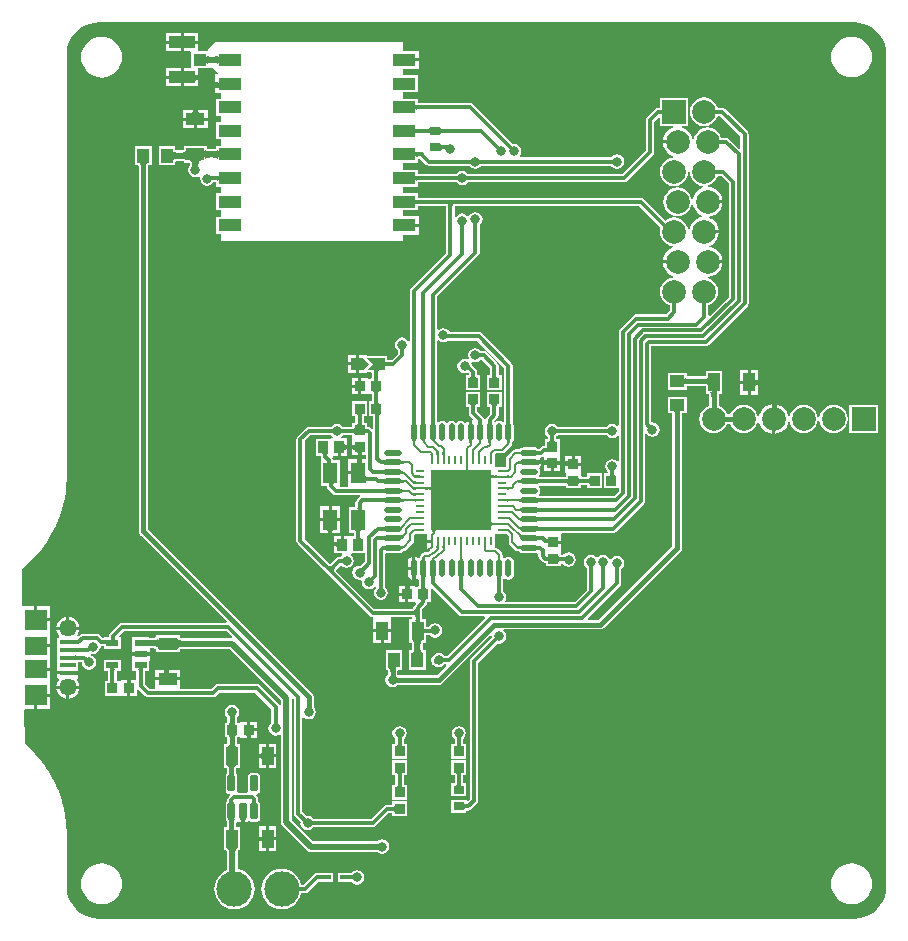
<source format=gtl>
G04*
G04 #@! TF.GenerationSoftware,Altium Limited,Altium Designer,20.2.7 (254)*
G04*
G04 Layer_Physical_Order=1*
G04 Layer_Color=255*
%FSLAX25Y25*%
%MOIN*%
G70*
G04*
G04 #@! TF.SameCoordinates,A4FD2F15-25C4-4B7E-ACC4-4C6BACDD2ABF*
G04*
G04*
G04 #@! TF.FilePolarity,Positive*
G04*
G01*
G75*
%ADD13C,0.00787*%
%ADD15R,0.03937X0.06299*%
%ADD16R,0.04921X0.03937*%
%ADD17R,0.04724X0.07087*%
%ADD18R,0.03543X0.03937*%
%ADD19R,0.03347X0.03347*%
%ADD20R,0.03150X0.00984*%
%ADD21R,0.00984X0.03150*%
%ADD22O,0.02165X0.05906*%
%ADD23O,0.05906X0.02165*%
%ADD24R,0.20079X0.20079*%
%ADD25R,0.03543X0.02756*%
%ADD26R,0.03347X0.03347*%
%ADD27R,0.03937X0.04921*%
%ADD28R,0.01968X0.01575*%
G04:AMPARAMS|DCode=29|XSize=23.62mil|YSize=53.15mil|CornerRadius=1.77mil|HoleSize=0mil|Usage=FLASHONLY|Rotation=0.000|XOffset=0mil|YOffset=0mil|HoleType=Round|Shape=RoundedRectangle|*
%AMROUNDEDRECTD29*
21,1,0.02362,0.04961,0,0,0.0*
21,1,0.02008,0.05315,0,0,0.0*
1,1,0.00354,0.01004,-0.02480*
1,1,0.00354,-0.01004,-0.02480*
1,1,0.00354,-0.01004,0.02480*
1,1,0.00354,0.01004,0.02480*
%
%ADD29ROUNDEDRECTD29*%
%ADD30R,0.06299X0.03937*%
%ADD31R,0.03937X0.02362*%
%ADD32R,0.07480X0.07087*%
%ADD33R,0.07480X0.05906*%
%ADD34R,0.05315X0.01575*%
%ADD35R,0.07677X0.04134*%
%ADD36R,0.08661X0.04134*%
%ADD37R,0.04134X0.03937*%
%ADD38R,0.03937X0.03937*%
%ADD69C,0.01181*%
%ADD70C,0.01575*%
%ADD71C,0.01968*%
%ADD72R,0.07874X0.07874*%
%ADD73C,0.07874*%
%ADD74R,0.07874X0.07874*%
%ADD75C,0.11811*%
%ADD76O,0.06299X0.03150*%
%ADD77C,0.05709*%
%ADD78C,0.03150*%
G36*
X280433Y299856D02*
X282052Y299467D01*
X283591Y298830D01*
X285011Y297960D01*
X286277Y296878D01*
X287359Y295612D01*
X288229Y294192D01*
X288866Y292653D01*
X289255Y291034D01*
X289384Y289395D01*
X289380Y289374D01*
Y11812D01*
X289384Y11791D01*
X289255Y10152D01*
X288866Y8533D01*
X288229Y6995D01*
X287359Y5575D01*
X286277Y4308D01*
X285011Y3227D01*
X283591Y2357D01*
X282052Y1719D01*
X280433Y1331D01*
X278794Y1202D01*
X278773Y1206D01*
X26807Y1206D01*
X26786Y1202D01*
X25147Y1331D01*
X23528Y1719D01*
X21989Y2357D01*
X20569Y3227D01*
X19303Y4308D01*
X18221Y5575D01*
X17351Y6995D01*
X16714Y8533D01*
X16325Y10152D01*
X16233Y11322D01*
X16200Y11812D01*
X16200Y11813D01*
X16200Y12304D01*
Y28927D01*
X16201Y28927D01*
X16225D01*
X16030Y32907D01*
X15790Y34521D01*
X15748Y34809D01*
X15753Y34838D01*
X15718Y35015D01*
X15644Y35508D01*
X15449Y36823D01*
X15449D01*
X15444Y36853D01*
X15357Y37199D01*
X15357Y37201D01*
X15332Y37300D01*
X15239Y37672D01*
X15239Y37672D01*
X15108Y38196D01*
X14987Y38680D01*
X14953Y38856D01*
X14937Y38879D01*
X14865Y39163D01*
X14670Y39941D01*
X14671Y39942D01*
X14671Y39942D01*
X14482Y40693D01*
X13207Y44258D01*
X13122Y44495D01*
X13032Y44686D01*
X13032Y44686D01*
X12285Y46264D01*
X12146Y46574D01*
X12136Y46626D01*
X12096Y46686D01*
X11890Y47101D01*
X11525Y47871D01*
X11525Y47871D01*
X11409Y48116D01*
X11294Y48307D01*
X11013Y48776D01*
X11013Y48776D01*
X11013Y48776D01*
X10807Y49120D01*
X10649Y49384D01*
X10644Y49409D01*
X10551Y49549D01*
X10551Y49549D01*
X10551Y49549D01*
X10550Y49549D01*
X10295Y49974D01*
X10223Y50094D01*
X10220Y50112D01*
X10203Y50138D01*
X10115Y50275D01*
X9588Y51155D01*
X9588Y51155D01*
X9392Y51482D01*
X9324Y51573D01*
X9138Y51824D01*
X8843Y52222D01*
D01*
X7000Y54707D01*
X5976Y55837D01*
X5650Y56216D01*
X5617Y56265D01*
X5543Y56315D01*
X5305Y56577D01*
X4521Y57442D01*
X4294Y57693D01*
X4173Y57802D01*
X3805Y58135D01*
X3295Y58597D01*
X3253Y58660D01*
X3216Y58684D01*
X3216Y58684D01*
X3149Y58730D01*
X2548Y59274D01*
X2506Y59337D01*
X2444Y59379D01*
X2402Y59407D01*
X2211Y59580D01*
X1916Y70689D01*
X2265Y71047D01*
X5406D01*
Y75590D01*
X5906D01*
Y76091D01*
X10646D01*
Y79799D01*
X10646Y80134D01*
X10646D01*
Y80299D01*
X10646D01*
Y83752D01*
X5906D01*
Y84752D01*
X10646D01*
Y88173D01*
Y91626D01*
X5906D01*
Y92626D01*
X10646D01*
Y95744D01*
X10646Y96079D01*
X10646D01*
Y96244D01*
X10646D01*
Y100287D01*
X5906D01*
Y100787D01*
X5406D01*
Y105331D01*
X1297D01*
X1162Y113769D01*
X1142Y117516D01*
X1359Y117677D01*
X4324Y120364D01*
X6039Y122256D01*
X6289Y122532D01*
X6318Y122551D01*
X6372Y122624D01*
X6704Y122990D01*
X7003Y123320D01*
X7300Y123720D01*
X7356Y123797D01*
X7356Y123797D01*
X7590Y124112D01*
X7777Y124364D01*
X7795Y124376D01*
X7886Y124511D01*
X7886Y124511D01*
X8209Y124948D01*
X8379Y125176D01*
X8395Y125187D01*
X8505Y125346D01*
X8505Y125346D01*
X9289Y126403D01*
X9290Y126403D01*
D01*
X9290Y126402D01*
X9351Y126486D01*
X9552Y126821D01*
X9553Y126821D01*
X9553Y126823D01*
X11426Y129947D01*
X11700Y130526D01*
X11700Y130526D01*
X11700D01*
X12478Y132170D01*
X12697Y132619D01*
X12715Y132646D01*
X12719Y132667D01*
X12904Y133072D01*
X13046Y133372D01*
X13143Y133578D01*
X13235Y133835D01*
X13235Y133835D01*
X13550Y134716D01*
X13588Y134772D01*
X13595Y134811D01*
X13595Y134811D01*
X13609Y134882D01*
X13850Y135555D01*
X13894Y135629D01*
X13904Y135644D01*
X13904Y135647D01*
X13910Y135657D01*
X13928Y135707D01*
X13943Y135815D01*
X14169Y136445D01*
X14179Y136460D01*
X14180Y136464D01*
X14207Y136551D01*
X14373Y137016D01*
X14465Y137273D01*
X14467Y137280D01*
X14532Y137539D01*
X14532Y137539D01*
X14738Y138363D01*
X14806Y138633D01*
X14820Y138653D01*
X14852Y138816D01*
X14965Y139269D01*
X15439Y141160D01*
X15796Y143563D01*
X15828Y143725D01*
X15823Y143749D01*
X16031Y145152D01*
X16065Y145838D01*
X16070Y145933D01*
X16071Y145936D01*
X16070Y145941D01*
X16089Y146337D01*
X16126Y147078D01*
X16143Y147165D01*
X16143D01*
X16154Y147223D01*
X16137Y147311D01*
X16180Y148177D01*
X16185Y148204D01*
X16185D01*
X16190Y148231D01*
X16184Y148265D01*
X16225Y149106D01*
X16200Y149106D01*
Y288876D01*
X16200Y288882D01*
X16200Y289374D01*
X16233Y289861D01*
X16325Y291034D01*
X16714Y292653D01*
X17351Y294192D01*
X18221Y295612D01*
X19303Y296878D01*
X20569Y297960D01*
X21989Y298830D01*
X23528Y299467D01*
X25147Y299856D01*
X26786Y299985D01*
X26807Y299981D01*
X278773D01*
X278794Y299985D01*
X280433Y299856D01*
D02*
G37*
%LPC*%
G36*
X60055Y296374D02*
X55224D01*
Y293807D01*
X60055D01*
Y296374D01*
D02*
G37*
G36*
X54224D02*
X49394D01*
Y293807D01*
X54224D01*
Y296374D01*
D02*
G37*
G36*
X65748Y293307D02*
X63386Y290945D01*
Y290256D01*
X62801D01*
X62783Y290259D01*
X62766Y290256D01*
X60055D01*
Y292807D01*
X55224D01*
Y290240D01*
X57015D01*
X57480Y290158D01*
Y284760D01*
X55224D01*
Y282193D01*
X59043D01*
Y283083D01*
X59058Y282957D01*
X59101Y282844D01*
X59174Y282744D01*
X59275Y282658D01*
X59406Y282585D01*
X59566Y282525D01*
X59754Y282478D01*
X59972Y282445D01*
X60055Y282438D01*
Y284646D01*
X64961D01*
X66550Y283056D01*
X66359Y282594D01*
X65634D01*
Y279952D01*
X65642Y279953D01*
X65880Y279992D01*
X66087Y280047D01*
X66261Y280118D01*
X66404Y280205D01*
X66515Y280307D01*
X66594Y280425D01*
X66642Y280559D01*
X66658Y280709D01*
Y277559D01*
X66642Y277709D01*
X66594Y277842D01*
X66515Y277961D01*
X66404Y278063D01*
X66261Y278150D01*
X66087Y278221D01*
X65880Y278276D01*
X65642Y278315D01*
X65634Y278316D01*
Y276461D01*
X67716D01*
Y274508D01*
X65847D01*
Y268799D01*
X67716D01*
Y266634D01*
X65847D01*
Y260925D01*
X67716D01*
Y258760D01*
X65847D01*
Y257883D01*
X65801Y257855D01*
X65689Y257810D01*
X65518Y257764D01*
X65289Y257726D01*
X65126Y257712D01*
X63713D01*
X63553Y257726D01*
X63326Y257763D01*
X63156Y257808D01*
X63045Y257853D01*
X62998Y257881D01*
X62992Y257937D01*
Y258661D01*
X62210D01*
X62193Y258665D01*
X62176Y258661D01*
X55118D01*
Y257490D01*
X55071Y257462D01*
X54959Y257416D01*
X54788Y257370D01*
X54560Y257332D01*
X54397Y257318D01*
X53082D01*
X52919Y257332D01*
X52691Y257370D01*
X52519Y257416D01*
X52407Y257462D01*
X52362Y257489D01*
Y258760D01*
X46850D01*
Y252264D01*
X52362D01*
Y253534D01*
X52407Y253562D01*
X52519Y253607D01*
X52691Y253653D01*
X52919Y253691D01*
X53082Y253705D01*
X54526D01*
X54605Y253703D01*
X54851Y253679D01*
X55052Y253647D01*
X55118Y253631D01*
Y253150D01*
X55898D01*
X55915Y253146D01*
X55932Y253150D01*
X57078D01*
X57105Y253104D01*
X57151Y252992D01*
X57197Y252821D01*
X57234Y252593D01*
X57249Y252429D01*
Y252336D01*
X56830Y251709D01*
X56647Y250787D01*
X56830Y249866D01*
X57352Y249084D01*
X58133Y248562D01*
X59055Y248379D01*
X59977Y248562D01*
X60256Y248749D01*
X60706Y248448D01*
X60584Y247835D01*
X60767Y246913D01*
X61289Y246132D01*
X62070Y245609D01*
X62992Y245426D01*
X63914Y245609D01*
X64695Y246132D01*
X65026Y246626D01*
X65721D01*
X65794Y246620D01*
X65847Y246611D01*
Y245177D01*
X67716D01*
Y243012D01*
X65847D01*
Y237303D01*
X67716D01*
Y235138D01*
X65847D01*
Y229429D01*
X67716D01*
Y227165D01*
X128347Y227165D01*
Y229217D01*
X133579D01*
Y231784D01*
X128740D01*
Y232784D01*
X133579D01*
Y235350D01*
X128347D01*
Y237303D01*
X133366D01*
Y238738D01*
X133419Y238746D01*
X133491Y238753D01*
X142476D01*
X142550Y238739D01*
X142605Y238721D01*
X142630Y238708D01*
X142638Y238701D01*
X142645Y238693D01*
X142658Y238668D01*
X142676Y238613D01*
X142690Y238539D01*
Y223023D01*
X130932Y211265D01*
X130627Y210809D01*
X130520Y210272D01*
Y193829D01*
X130020Y193677D01*
X129656Y194223D01*
X128875Y194745D01*
X127953Y194928D01*
X127031Y194745D01*
X126250Y194223D01*
X125728Y193441D01*
X125544Y192520D01*
X125728Y191598D01*
X126250Y190817D01*
X126548Y190618D01*
Y189558D01*
X124508Y187519D01*
X122995D01*
X122923Y187525D01*
X122870Y187534D01*
Y188870D01*
X118420D01*
X118342Y188885D01*
X118342Y188885D01*
X118342Y188885D01*
X116496Y188885D01*
X115996Y189082D01*
Y189082D01*
X113528D01*
Y186114D01*
Y183145D01*
X115996D01*
Y183145D01*
X116276Y183342D01*
X117467Y183342D01*
X117922Y182848D01*
Y181588D01*
X117474Y181094D01*
X116900Y181094D01*
X116488Y181307D01*
X116454Y181307D01*
X114315D01*
Y178633D01*
Y175960D01*
X116454D01*
X116488Y175960D01*
X116900Y176173D01*
X116988Y176173D01*
X117907D01*
X117915Y176120D01*
X117922Y176048D01*
Y173739D01*
X117915Y173666D01*
X117907Y173614D01*
X116866D01*
Y168693D01*
X118265D01*
X118274Y168640D01*
X118280Y168567D01*
Y164675D01*
X117818Y164484D01*
X117561Y164741D01*
X117105Y165045D01*
X116568Y165152D01*
X116308D01*
X116276Y165155D01*
Y166527D01*
X115235D01*
X115226Y166580D01*
X115220Y166652D01*
Y168567D01*
X115226Y168640D01*
X115235Y168693D01*
X116276D01*
Y173614D01*
X111354D01*
Y168693D01*
X112395D01*
X112404Y168640D01*
X112410Y168567D01*
Y166652D01*
X112404Y166580D01*
X112395Y166527D01*
X111354D01*
Y165167D01*
X111302Y165158D01*
X111229Y165152D01*
X108201D01*
X108002Y165450D01*
X107221Y165972D01*
X106299Y166156D01*
X105377Y165972D01*
X104596Y165450D01*
X104397Y165152D01*
X96818D01*
X96280Y165045D01*
X95824Y164741D01*
X93101Y162017D01*
X92796Y161561D01*
X92690Y161024D01*
Y127165D01*
X92796Y126628D01*
X93101Y126172D01*
X102944Y116329D01*
X117117Y102156D01*
X117573Y101852D01*
X118110Y101745D01*
X118225D01*
X118327Y101287D01*
X118327Y101245D01*
Y97637D01*
X121295D01*
X124264D01*
Y101245D01*
X124264Y101287D01*
X124366Y101745D01*
X131260D01*
X131419Y101574D01*
X131201Y101074D01*
X130350D01*
Y94015D01*
X130347Y93997D01*
X130350Y93980D01*
Y93200D01*
X131075D01*
X131105Y93197D01*
X131127Y93158D01*
X131172Y93045D01*
X131216Y92872D01*
X131252Y92643D01*
X131265Y92489D01*
Y91370D01*
X131251Y91210D01*
X131214Y90984D01*
X131168Y90814D01*
X131124Y90703D01*
X131095Y90656D01*
X131040Y90650D01*
X130315D01*
Y89868D01*
X130312Y89850D01*
X130315Y89833D01*
Y84154D01*
X135827D01*
Y89833D01*
X135831Y89850D01*
X135827Y89868D01*
Y90650D01*
X135103D01*
X135047Y90656D01*
X135019Y90703D01*
X134974Y90814D01*
X134929Y90984D01*
X134892Y91210D01*
X134878Y91370D01*
Y92479D01*
X134892Y92642D01*
X134930Y92870D01*
X134976Y93041D01*
X135021Y93153D01*
X135050Y93200D01*
X135862D01*
Y95717D01*
X135915Y95726D01*
X135987Y95732D01*
X137145D01*
X137273Y95541D01*
X138055Y95019D01*
X138976Y94836D01*
X139898Y95019D01*
X140679Y95541D01*
X141201Y96322D01*
X141385Y97244D01*
X141201Y98166D01*
X140679Y98947D01*
X139898Y99469D01*
X138976Y99653D01*
X138055Y99469D01*
X137273Y98947D01*
X137003Y98542D01*
X135987D01*
X135915Y98549D01*
X135862Y98557D01*
Y101074D01*
X134526D01*
X134518Y101127D01*
X134511Y101200D01*
Y104178D01*
X135929Y105596D01*
X136234Y106051D01*
X136340Y106589D01*
Y106849D01*
X136343Y106881D01*
X137535D01*
Y111006D01*
X137997Y111197D01*
X146841Y102353D01*
X147297Y102049D01*
X147835Y101942D01*
X155404D01*
X155595Y101480D01*
X142922Y88806D01*
X142060D01*
X141860Y89105D01*
X141079Y89627D01*
X140157Y89810D01*
X139236Y89627D01*
X138454Y89105D01*
X137932Y88323D01*
X137749Y87402D01*
X137932Y86480D01*
X138063Y86284D01*
X138076Y86220D01*
X138381Y85764D01*
X138435Y85728D01*
X138454Y85698D01*
X139236Y85176D01*
X140157Y84993D01*
X141079Y85176D01*
X141860Y85698D01*
X142060Y85996D01*
X142528Y85982D01*
X142713Y85535D01*
X139492Y82314D01*
X126571D01*
X126506Y82412D01*
X126409Y82477D01*
Y83730D01*
X126419Y83848D01*
X126447Y84017D01*
X126479Y84137D01*
X126486Y84154D01*
X127953D01*
Y90650D01*
X122441D01*
Y84968D01*
X122438Y84950D01*
X122441Y84933D01*
Y84154D01*
X123120D01*
X123128Y84132D01*
X123160Y84013D01*
X123188Y83845D01*
X123197Y83731D01*
Y82477D01*
X123100Y82412D01*
X122578Y81630D01*
X122395Y80709D01*
X122578Y79787D01*
X123100Y79006D01*
X123881Y78483D01*
X124803Y78300D01*
X125725Y78483D01*
X126506Y79006D01*
X126571Y79103D01*
X140157D01*
X140157Y79103D01*
X140772Y79225D01*
X141293Y79573D01*
X157398Y95679D01*
X157859Y95432D01*
X157828Y95276D01*
X157898Y94924D01*
X150975Y88001D01*
X150671Y87546D01*
X150564Y87008D01*
Y41133D01*
X149909Y40479D01*
X149409Y40686D01*
Y40748D01*
X144291D01*
Y36417D01*
X149409D01*
Y37163D01*
X149462Y37171D01*
X149535Y37178D01*
X150000D01*
X150538Y37285D01*
X150994Y37589D01*
X152962Y39558D01*
X153267Y40014D01*
X153374Y40551D01*
Y86426D01*
X159885Y92937D01*
X160236Y92867D01*
X161158Y93050D01*
X161939Y93572D01*
X162461Y94354D01*
X162645Y95276D01*
X162461Y96197D01*
X161939Y96979D01*
X161747Y97107D01*
X161899Y97607D01*
X194094D01*
X194094Y97607D01*
X194709Y97729D01*
X195230Y98077D01*
X220820Y123668D01*
X221168Y124189D01*
X221290Y124803D01*
X221290Y124803D01*
Y169263D01*
X221301Y169381D01*
X221329Y169550D01*
X221361Y169670D01*
X221367Y169685D01*
X222933D01*
Y175197D01*
X216437D01*
Y169685D01*
X218003D01*
X218009Y169670D01*
X218041Y169550D01*
X218069Y169381D01*
X218079Y169263D01*
Y125468D01*
X193429Y100818D01*
X190073D01*
X189881Y101280D01*
X200600Y111999D01*
X200904Y112454D01*
X201011Y112992D01*
Y117783D01*
X201309Y117982D01*
X201831Y118763D01*
X202015Y119685D01*
X201831Y120607D01*
X201309Y121388D01*
X200528Y121910D01*
X199606Y122093D01*
X198685Y121910D01*
X197903Y121388D01*
X197623Y120969D01*
X197333Y120987D01*
X197075Y121048D01*
X196585Y121782D01*
X195804Y122304D01*
X194882Y122487D01*
X193960Y122304D01*
X193228Y121814D01*
X193056Y121759D01*
X192771D01*
X192599Y121814D01*
X191867Y122304D01*
X190945Y122487D01*
X190023Y122304D01*
X189242Y121782D01*
X188720Y121000D01*
X188536Y120079D01*
X188720Y119157D01*
X189242Y118376D01*
X189540Y118176D01*
Y110818D01*
X185442Y106720D01*
X162573D01*
X162338Y107161D01*
X162461Y107346D01*
X162645Y108268D01*
X162461Y109189D01*
X161939Y109971D01*
X161677Y110146D01*
Y114352D01*
X161686Y114488D01*
X161851Y114614D01*
X162103Y114689D01*
X162218Y114688D01*
X162692Y114372D01*
X163421Y114227D01*
X164151Y114372D01*
X164769Y114785D01*
X165183Y115404D01*
X165328Y116133D01*
Y119874D01*
X165183Y120603D01*
X164769Y121222D01*
X164151Y121635D01*
X163421Y121780D01*
X162692Y121635D01*
X162176Y121290D01*
X161958Y121264D01*
X161808Y121321D01*
X161476Y121571D01*
Y122406D01*
X161384Y122866D01*
X161123Y123257D01*
X161123Y123257D01*
X159907Y124474D01*
X159516Y124735D01*
X159055Y124826D01*
X158795Y125208D01*
Y129060D01*
X158876Y129438D01*
X159255Y129519D01*
X161238D01*
X161354Y129496D01*
X162772D01*
X163475Y128793D01*
Y126659D01*
X163475Y126659D01*
X163567Y126198D01*
X163828Y125808D01*
X165594Y124042D01*
X165594Y124042D01*
X165984Y123781D01*
X166445Y123689D01*
X166445Y123689D01*
X166893D01*
X166965Y123685D01*
X167003Y123680D01*
X167093Y123545D01*
X167711Y123132D01*
X168441Y122987D01*
X172181D01*
X172898Y123129D01*
X172911Y123131D01*
X173398Y122856D01*
Y122047D01*
X173505Y121510D01*
X173810Y121054D01*
X174635Y120228D01*
X175091Y119924D01*
X175629Y119817D01*
X175888D01*
X175921Y119814D01*
Y118693D01*
X180842D01*
Y119733D01*
X180895Y119742D01*
X180968Y119748D01*
X181371D01*
X181762Y119163D01*
X182543Y118641D01*
X183465Y118458D01*
X184386Y118641D01*
X185168Y119163D01*
X185690Y119945D01*
X185873Y120866D01*
X185690Y121788D01*
X185168Y122569D01*
X184386Y123091D01*
X183465Y123275D01*
X182543Y123091D01*
X181762Y122569D01*
X181754Y122558D01*
X180968D01*
X180895Y122564D01*
X180842Y122573D01*
Y123614D01*
X181055Y123992D01*
X181055D01*
Y126165D01*
X178382D01*
Y127165D01*
X181055D01*
Y129338D01*
X181055D01*
X181177Y129788D01*
X198205D01*
X198743Y129894D01*
X199199Y130199D01*
X208474Y139474D01*
X208778Y139930D01*
X208885Y140467D01*
Y162811D01*
X209385Y162963D01*
X209714Y162470D01*
X210496Y161948D01*
X211417Y161765D01*
X212339Y161948D01*
X213120Y162470D01*
X213643Y163251D01*
X213826Y164173D01*
X213643Y165095D01*
X213120Y165876D01*
X212339Y166398D01*
X211417Y166582D01*
X211284Y166555D01*
X210854Y166926D01*
Y191902D01*
X229190D01*
X229727Y192009D01*
X230183Y192314D01*
X243119Y205250D01*
X243424Y205706D01*
X243531Y206243D01*
Y262598D01*
X243424Y263136D01*
X243119Y263592D01*
X235560Y271151D01*
X235105Y271456D01*
X234567Y271562D01*
X233154D01*
X232749Y272540D01*
X231992Y273527D01*
X231005Y274284D01*
X229855Y274760D01*
X228622Y274923D01*
X227389Y274760D01*
X226239Y274284D01*
X225253Y273527D01*
X224495Y272540D01*
X224019Y271391D01*
X223857Y270158D01*
X224019Y268924D01*
X224495Y267775D01*
X225253Y266788D01*
X226239Y266031D01*
X227389Y265555D01*
X228622Y265392D01*
X229855Y265555D01*
X231005Y266031D01*
X231992Y266788D01*
X232749Y267775D01*
X233154Y268753D01*
X233985D01*
X240721Y262017D01*
Y257982D01*
X240259Y257791D01*
X236899Y261151D01*
X236443Y261455D01*
X235906Y261562D01*
X234335D01*
X233930Y262540D01*
X233173Y263527D01*
X232186Y264284D01*
X231036Y264760D01*
X229803Y264923D01*
X228570Y264760D01*
X227421Y264284D01*
X226434Y263527D01*
X225676Y262540D01*
X225200Y261391D01*
X225163Y261104D01*
X224658D01*
X224613Y261446D01*
X224116Y262647D01*
X223324Y263679D01*
X222293Y264470D01*
X221092Y264967D01*
X221209Y265433D01*
X223346D01*
Y274882D01*
X213898D01*
Y271562D01*
X213386D01*
X212848Y271456D01*
X212392Y271151D01*
X209636Y268395D01*
X209332Y267939D01*
X209225Y267402D01*
Y257275D01*
X201386Y249436D01*
X149934D01*
X149734Y249734D01*
X148953Y250257D01*
X148031Y250440D01*
X147110Y250257D01*
X146328Y249734D01*
X146129Y249436D01*
X133491D01*
X133419Y249443D01*
X133366Y249451D01*
Y250886D01*
X128347D01*
Y253051D01*
X133366D01*
Y254486D01*
X133419Y254494D01*
X133491Y254501D01*
X134064D01*
X136014Y252550D01*
X136470Y252245D01*
X137008Y252138D01*
X150460D01*
X150659Y251840D01*
X151441Y251318D01*
X152362Y251135D01*
X153284Y251318D01*
X154065Y251840D01*
X154264Y252138D01*
X197704D01*
X197903Y251840D01*
X198685Y251318D01*
X199606Y251135D01*
X200528Y251318D01*
X201309Y251840D01*
X201831Y252622D01*
X202015Y253543D01*
X201831Y254465D01*
X201309Y255246D01*
X200528Y255768D01*
X199606Y255952D01*
X198685Y255768D01*
X197903Y255246D01*
X197704Y254948D01*
X167237D01*
X167101Y255448D01*
X167579Y256165D01*
X167763Y257087D01*
X167579Y258008D01*
X167057Y258790D01*
X166276Y259312D01*
X165354Y259495D01*
X164874Y259399D01*
X151626Y272647D01*
X151170Y272952D01*
X150633Y273059D01*
X133491D01*
X133419Y273065D01*
X133366Y273074D01*
Y274508D01*
X128347D01*
Y276673D01*
X133366D01*
Y282382D01*
X128347D01*
Y284335D01*
X133579D01*
Y286902D01*
X128740D01*
Y287902D01*
X133579D01*
Y290469D01*
X128347D01*
Y293307D01*
X65748Y293307D01*
D02*
G37*
G36*
X54224Y292807D02*
X49394D01*
Y290240D01*
X54224D01*
Y292807D01*
D02*
G37*
G36*
X54224Y284760D02*
X49394D01*
Y282193D01*
X54224D01*
Y284760D01*
D02*
G37*
G36*
X277789Y295214D02*
X276457Y295083D01*
X275177Y294694D01*
X273997Y294064D01*
X272963Y293215D01*
X272115Y292181D01*
X271484Y291001D01*
X271096Y289721D01*
X270965Y288390D01*
X271096Y287058D01*
X271484Y285778D01*
X272115Y284598D01*
X272963Y283564D01*
X273997Y282716D01*
X275177Y282085D01*
X276457Y281697D01*
X277789Y281565D01*
X279120Y281697D01*
X280400Y282085D01*
X281580Y282716D01*
X282614Y283564D01*
X283463Y284598D01*
X284093Y285778D01*
X284482Y287058D01*
X284613Y288390D01*
X284482Y289721D01*
X284093Y291001D01*
X283463Y292181D01*
X282614Y293215D01*
X281580Y294064D01*
X280400Y294694D01*
X279120Y295083D01*
X277789Y295214D01*
D02*
G37*
G36*
X27789Y295212D02*
X26457Y295080D01*
X25177Y294692D01*
X23997Y294061D01*
X22963Y293213D01*
X22115Y292179D01*
X21484Y290999D01*
X21096Y289719D01*
X20965Y288387D01*
X21096Y287056D01*
X21484Y285776D01*
X22115Y284596D01*
X22963Y283562D01*
X23997Y282713D01*
X25177Y282083D01*
X26457Y281694D01*
X27789Y281563D01*
X29120Y281694D01*
X30400Y282083D01*
X31580Y282713D01*
X32614Y283562D01*
X33463Y284596D01*
X34093Y285776D01*
X34482Y287056D01*
X34613Y288387D01*
X34482Y289719D01*
X34093Y290999D01*
X33463Y292179D01*
X32614Y293213D01*
X31580Y294061D01*
X30400Y294692D01*
X29120Y295080D01*
X27789Y295212D01*
D02*
G37*
G36*
X59043Y281193D02*
X55224D01*
Y278626D01*
X60055D01*
Y280824D01*
X59972Y280817D01*
X59754Y280784D01*
X59566Y280737D01*
X59406Y280678D01*
X59275Y280605D01*
X59174Y280518D01*
X59101Y280419D01*
X59058Y280306D01*
X59043Y280180D01*
Y281193D01*
D02*
G37*
G36*
X54224D02*
X49394D01*
Y278626D01*
X54224D01*
Y281193D01*
D02*
G37*
G36*
X63205Y270685D02*
X59874D01*
X59874Y270681D01*
X59913Y270445D01*
X59969Y270240D01*
X60039Y270067D01*
X60126Y269925D01*
X60228Y269815D01*
X60347Y269736D01*
X60480Y269689D01*
X60630Y269673D01*
X59555D01*
Y268216D01*
X63205D01*
Y270685D01*
D02*
G37*
G36*
X58237D02*
X54905D01*
Y268216D01*
X58555D01*
Y269673D01*
X57480D01*
X57630Y269689D01*
X57764Y269736D01*
X57882Y269815D01*
X57984Y269925D01*
X58071Y270067D01*
X58142Y270240D01*
X58197Y270445D01*
X58236Y270681D01*
X58237Y270685D01*
D02*
G37*
G36*
X63205Y267216D02*
X59555D01*
Y264748D01*
X63205D01*
Y267216D01*
D02*
G37*
G36*
X58555D02*
X54905D01*
Y264748D01*
X58555D01*
Y267216D01*
D02*
G37*
G36*
X112528Y189082D02*
X110059D01*
Y186614D01*
X112528D01*
Y189082D01*
D02*
G37*
G36*
Y185614D02*
X110059D01*
Y183145D01*
X112528D01*
Y185614D01*
D02*
G37*
G36*
X234646Y183858D02*
X229134D01*
Y181998D01*
X229118Y181992D01*
X228998Y181959D01*
X228829Y181931D01*
X228711Y181921D01*
X223356D01*
X223238Y181931D01*
X223069Y181959D01*
X222948Y181992D01*
X222933Y181998D01*
Y183071D01*
X216437D01*
Y177559D01*
X222933D01*
Y178633D01*
X222948Y178639D01*
X223069Y178672D01*
X223238Y178700D01*
X223356Y178710D01*
X228711D01*
X228829Y178700D01*
X228998Y178672D01*
X229118Y178639D01*
X229134Y178633D01*
Y175984D01*
X230207D01*
X230214Y175969D01*
X230246Y175849D01*
X230274Y175679D01*
X230284Y175561D01*
Y172198D01*
X229428Y171843D01*
X228442Y171086D01*
X227684Y170099D01*
X227208Y168950D01*
X227046Y167717D01*
X227208Y166483D01*
X227684Y165334D01*
X228442Y164347D01*
X229428Y163590D01*
X230578Y163114D01*
X231811Y162951D01*
X233044Y163114D01*
X234194Y163590D01*
X235180Y164347D01*
X235938Y165334D01*
X236260Y166111D01*
X237362D01*
X237684Y165334D01*
X238441Y164347D01*
X239428Y163590D01*
X240578Y163114D01*
X241811Y162951D01*
X243044Y163114D01*
X244194Y163590D01*
X245181Y164347D01*
X245938Y165334D01*
X246414Y166483D01*
X246452Y166771D01*
X246956D01*
X247001Y166428D01*
X247498Y165227D01*
X248290Y164195D01*
X249321Y163404D01*
X250522Y162907D01*
X251311Y162803D01*
Y167717D01*
Y172630D01*
X250522Y172527D01*
X249321Y172029D01*
X248290Y171238D01*
X247498Y170206D01*
X247001Y169005D01*
X246956Y168663D01*
X246452D01*
X246414Y168950D01*
X245938Y170099D01*
X245181Y171086D01*
X244194Y171843D01*
X243044Y172319D01*
X241811Y172482D01*
X240578Y172319D01*
X239428Y171843D01*
X238441Y171086D01*
X237684Y170099D01*
X237362Y169322D01*
X236260D01*
X235938Y170099D01*
X235180Y171086D01*
X234194Y171843D01*
X233495Y172133D01*
Y175561D01*
X233506Y175679D01*
X233534Y175849D01*
X233566Y175969D01*
X233572Y175984D01*
X234646D01*
Y183858D01*
D02*
G37*
G36*
X246669Y184071D02*
X244201D01*
Y180421D01*
X245657D01*
Y181496D01*
X245673Y181346D01*
X245720Y181213D01*
X245799Y181095D01*
X245909Y180992D01*
X246051Y180905D01*
X246224Y180835D01*
X246429Y180780D01*
X246665Y180740D01*
X246669Y180740D01*
Y184071D01*
D02*
G37*
G36*
X243201D02*
X240732D01*
Y180421D01*
X243201D01*
Y184071D01*
D02*
G37*
G36*
X113315Y181307D02*
X111142D01*
Y179133D01*
X113315D01*
Y181307D01*
D02*
G37*
G36*
Y178133D02*
X111142D01*
Y175960D01*
X113315D01*
Y178133D01*
D02*
G37*
G36*
X245657Y179421D02*
X244201D01*
Y175772D01*
X246669D01*
Y179103D01*
X246665Y179102D01*
X246429Y179063D01*
X246224Y179008D01*
X246051Y178937D01*
X245909Y178850D01*
X245799Y178748D01*
X245720Y178630D01*
X245673Y178496D01*
X245657Y178347D01*
Y179421D01*
D02*
G37*
G36*
X243201D02*
X240732D01*
Y175772D01*
X243201D01*
Y179421D01*
D02*
G37*
G36*
X286535Y172441D02*
X277087D01*
Y162992D01*
X286535D01*
Y172441D01*
D02*
G37*
G36*
X252311Y172630D02*
Y167717D01*
Y162803D01*
X253100Y162907D01*
X254301Y163404D01*
X255332Y164195D01*
X256123Y165227D01*
X256621Y166428D01*
X256666Y166771D01*
X257170D01*
X257208Y166483D01*
X257684Y165334D01*
X258441Y164347D01*
X259428Y163590D01*
X260578Y163114D01*
X261811Y162951D01*
X263044Y163114D01*
X264194Y163590D01*
X265180Y164347D01*
X265938Y165334D01*
X266414Y166483D01*
X266529Y167360D01*
X266559Y167585D01*
X267063D01*
X267093Y167360D01*
X267208Y166483D01*
X267684Y165334D01*
X268442Y164347D01*
X269428Y163590D01*
X270578Y163114D01*
X271811Y162951D01*
X273044Y163114D01*
X274194Y163590D01*
X275181Y164347D01*
X275938Y165334D01*
X276414Y166483D01*
X276576Y167717D01*
X276414Y168950D01*
X275938Y170099D01*
X275181Y171086D01*
X274194Y171843D01*
X273044Y172319D01*
X271811Y172482D01*
X270578Y172319D01*
X269428Y171843D01*
X268442Y171086D01*
X267684Y170099D01*
X267208Y168950D01*
X267093Y168073D01*
X267063Y167848D01*
X266559D01*
X266529Y168073D01*
X266414Y168950D01*
X265938Y170099D01*
X265180Y171086D01*
X264194Y171843D01*
X263044Y172319D01*
X261811Y172482D01*
X260578Y172319D01*
X259428Y171843D01*
X258441Y171086D01*
X257684Y170099D01*
X257208Y168950D01*
X257170Y168663D01*
X256666D01*
X256621Y169005D01*
X256123Y170206D01*
X255332Y171238D01*
X254301Y172029D01*
X253100Y172527D01*
X252311Y172630D01*
D02*
G37*
G36*
X10646Y105331D02*
X6406D01*
Y101287D01*
X10646D01*
Y105331D01*
D02*
G37*
G36*
X17035Y101853D02*
Y98532D01*
X20357D01*
X20291Y99038D01*
X19902Y99975D01*
X19284Y100780D01*
X18479Y101398D01*
X17542Y101787D01*
X17035Y101853D01*
D02*
G37*
G36*
X16035D02*
X15529Y101787D01*
X14592Y101398D01*
X13787Y100780D01*
X13169Y99975D01*
X12780Y99038D01*
X12714Y98532D01*
X16035D01*
Y101853D01*
D02*
G37*
G36*
X44488Y258760D02*
X38976D01*
Y252264D01*
X40049D01*
X40056Y252248D01*
X40088Y252128D01*
X40116Y251959D01*
X40126Y251841D01*
Y130315D01*
X40126Y130315D01*
X40248Y129701D01*
X40596Y129180D01*
X69484Y100292D01*
X69293Y99830D01*
X34646D01*
X34108Y99723D01*
X33652Y99419D01*
X30563Y96329D01*
X30258Y95873D01*
X30151Y95336D01*
Y95076D01*
X30149Y95043D01*
X29450D01*
X29433Y95047D01*
X29416Y95043D01*
X28633D01*
Y94730D01*
X28133Y94720D01*
X27175Y95679D01*
X26719Y95983D01*
X26181Y96090D01*
X21457D01*
X20919Y95983D01*
X20463Y95679D01*
X19976Y95192D01*
X19897Y95168D01*
X19839Y95184D01*
X19646Y95754D01*
X19902Y96088D01*
X20291Y97025D01*
X20357Y97531D01*
X16535D01*
X12714D01*
X12780Y97025D01*
X13169Y96088D01*
X13710Y95382D01*
X13557Y94882D01*
X12992D01*
Y91732D01*
Y89173D01*
Y84858D01*
X12779D01*
Y83571D01*
X16437D01*
X19083D01*
Y83846D01*
X19094Y83811D01*
X19130Y83780D01*
X19189Y83752D01*
X19272Y83728D01*
X19378Y83708D01*
X19508Y83691D01*
X19838Y83669D01*
X20095Y83664D01*
Y84858D01*
X19882D01*
Y86781D01*
X19921Y86784D01*
X21074D01*
X21214Y86614D01*
X21397Y85693D01*
X21919Y84911D01*
X22700Y84389D01*
X23622Y84206D01*
X24544Y84389D01*
X25325Y84911D01*
X25847Y85693D01*
X26030Y86614D01*
X25847Y87536D01*
X25325Y88317D01*
X24544Y88839D01*
X24310Y88886D01*
X24296Y88903D01*
X24216Y89414D01*
X24250Y89434D01*
X24803Y89324D01*
X25725Y89507D01*
X26506Y90029D01*
X27028Y90811D01*
X27160Y91472D01*
X27495Y91834D01*
X27688Y91902D01*
X28505D01*
X28576Y91896D01*
X28633Y91886D01*
Y91106D01*
X34145D01*
Y95043D01*
X33904D01*
X33713Y95505D01*
X35228Y97020D01*
X69497D01*
X71359Y95158D01*
X71126Y94684D01*
X54551D01*
X54391Y94698D01*
X54164Y94736D01*
X53994Y94781D01*
X53883Y94826D01*
X53836Y94854D01*
X53830Y94909D01*
Y95634D01*
X53048D01*
X53031Y95637D01*
X53014Y95634D01*
X46771D01*
X46753Y95637D01*
X46736Y95634D01*
X45956D01*
Y94998D01*
X45840Y94960D01*
X45668Y94924D01*
X45239Y94881D01*
X43840D01*
X43594Y94894D01*
Y95043D01*
X42812D01*
X42795Y95047D01*
X42777Y95043D01*
X38082D01*
Y91516D01*
X37870D01*
Y89965D01*
X37925Y89966D01*
X38126Y89982D01*
X38303Y90009D01*
X38456Y90048D01*
X38586Y90096D01*
X38693Y90156D01*
X38775Y90227D01*
X38834Y90308D01*
X38870Y90401D01*
X38882Y90504D01*
Y89835D01*
X40838D01*
X42795D01*
Y90504D01*
X42807Y90394D01*
X42842Y90296D01*
X42901Y90209D01*
X42984Y90134D01*
X43090Y90070D01*
X43220Y90018D01*
X43373Y89977D01*
X43551Y89948D01*
X43751Y89931D01*
X43807Y89930D01*
Y91248D01*
X44136Y91268D01*
X45235D01*
X45398Y91254D01*
X45626Y91216D01*
X45797Y91171D01*
X45909Y91125D01*
X45956Y91096D01*
Y90122D01*
X53014D01*
X53031Y90119D01*
X53048Y90122D01*
X53830D01*
Y90847D01*
X53836Y90902D01*
X53883Y90930D01*
X53994Y90975D01*
X54164Y91020D01*
X54391Y91058D01*
X54551Y91072D01*
X70547D01*
X87564Y74055D01*
Y72366D01*
X87512Y72345D01*
X87064Y72283D01*
X86820Y72647D01*
X80521Y78946D01*
X80065Y79251D01*
X79528Y79358D01*
X66535D01*
X65998Y79251D01*
X65542Y78946D01*
X64379Y77783D01*
X54412D01*
X54043Y78098D01*
X54043Y78283D01*
Y80567D01*
X45744D01*
Y78283D01*
X45744Y78098D01*
X45374Y77783D01*
X43889D01*
X42243Y79429D01*
Y83501D01*
X42250Y83574D01*
X42258Y83626D01*
X43594D01*
Y87154D01*
X43807D01*
Y88740D01*
X43751Y88738D01*
X43551Y88721D01*
X43373Y88692D01*
X43220Y88652D01*
X43090Y88599D01*
X42984Y88536D01*
X42901Y88461D01*
X42842Y88374D01*
X42807Y88276D01*
X42795Y88166D01*
Y88835D01*
X40838D01*
X38882D01*
Y88189D01*
X38870Y88301D01*
X38834Y88402D01*
X38775Y88490D01*
X38693Y88567D01*
X38586Y88632D01*
X38456Y88685D01*
X38303Y88726D01*
X38126Y88756D01*
X37925Y88774D01*
X37870Y88775D01*
Y87154D01*
X38082D01*
Y83626D01*
X39418D01*
X39427Y83574D01*
X39433Y83501D01*
Y80591D01*
X37496D01*
X37498Y80533D01*
X37515Y80330D01*
X37545Y80151D01*
X37586Y79996D01*
X37639Y79865D01*
X37704Y79757D01*
X37781Y79674D01*
X37870Y79614D01*
X37970Y79579D01*
X38082Y79567D01*
X37401D01*
Y77917D01*
Y75244D01*
X39574D01*
Y77417D01*
X40074Y77624D01*
X42314Y75384D01*
X42769Y75080D01*
X43307Y74973D01*
X64961D01*
X65498Y75080D01*
X65954Y75384D01*
X67117Y76548D01*
X78946D01*
X84422Y71072D01*
Y66469D01*
X84124Y66270D01*
X83602Y65489D01*
X83418Y64567D01*
X83602Y63645D01*
X84124Y62864D01*
X84905Y62342D01*
X85827Y62159D01*
X86748Y62342D01*
X87064Y62552D01*
X87564Y62285D01*
Y33465D01*
X87701Y32773D01*
X88093Y32187D01*
X96360Y23920D01*
X96947Y23528D01*
X97638Y23391D01*
X119711D01*
X120338Y22972D01*
X121260Y22788D01*
X122181Y22972D01*
X122963Y23494D01*
X123485Y24275D01*
X123668Y25197D01*
X123485Y26118D01*
X122963Y26900D01*
X122181Y27422D01*
X121260Y27605D01*
X120338Y27422D01*
X119711Y27003D01*
X98386D01*
X91176Y34213D01*
Y74373D01*
X91676Y74623D01*
X91902Y74454D01*
Y36220D01*
X92009Y35683D01*
X92314Y35227D01*
X94118Y33422D01*
X94048Y33071D01*
X94231Y32149D01*
X94754Y31368D01*
X95535Y30846D01*
X96457Y30662D01*
X97378Y30846D01*
X98160Y31368D01*
X98359Y31666D01*
X118110D01*
X118648Y31773D01*
X119104Y32077D01*
X123417Y36390D01*
X124580D01*
X124652Y36384D01*
X124705Y36375D01*
Y35335D01*
X129626D01*
Y40256D01*
X124705D01*
Y39215D01*
X124652Y39207D01*
X124580Y39200D01*
X122835D01*
X122297Y39093D01*
X121841Y38789D01*
X117528Y34476D01*
X98359D01*
X98160Y34774D01*
X97378Y35296D01*
X96457Y35479D01*
X96105Y35409D01*
X94712Y36802D01*
Y68196D01*
X95212Y68332D01*
X95929Y67854D01*
X96850Y67670D01*
X97772Y67854D01*
X98553Y68376D01*
X99076Y69157D01*
X99259Y70079D01*
X99076Y71000D01*
X98553Y71782D01*
X98456Y71847D01*
Y75197D01*
X98456Y75197D01*
X98334Y75811D01*
X97986Y76332D01*
X97986Y76332D01*
X43338Y130981D01*
Y251841D01*
X43348Y251959D01*
X43376Y252128D01*
X43408Y252248D01*
X43414Y252264D01*
X44488D01*
Y258760D01*
D02*
G37*
G36*
X124264Y96637D02*
X121795D01*
Y92988D01*
X124264D01*
Y96637D01*
D02*
G37*
G36*
X120795D02*
X118327D01*
Y92988D01*
X120795D01*
Y96637D01*
D02*
G37*
G36*
X54043Y84035D02*
X50393D01*
Y83017D01*
X50441Y83012D01*
X50393D01*
Y81567D01*
X54043D01*
Y84035D01*
D02*
G37*
G36*
X48757D02*
X45744D01*
Y81567D01*
X49393D01*
Y83012D01*
X48257D01*
X48353Y83022D01*
X48438Y83056D01*
X48513Y83111D01*
X48578Y83188D01*
X48633Y83287D01*
X48678Y83409D01*
X48714Y83552D01*
X48739Y83718D01*
X48754Y83906D01*
X48757Y84035D01*
D02*
G37*
G36*
X19083Y82571D02*
X16437D01*
X12779D01*
Y81283D01*
X13301D01*
X13547Y80783D01*
X13169Y80290D01*
X12780Y79353D01*
X12714Y78847D01*
X16535D01*
X20357D01*
X20291Y79353D01*
X19902Y80290D01*
X19524Y80783D01*
X19770Y81283D01*
X20095D01*
Y82479D01*
X20039Y82478D01*
X19378Y82434D01*
X19272Y82414D01*
X19189Y82390D01*
X19130Y82362D01*
X19094Y82331D01*
X19083Y82296D01*
Y82571D01*
D02*
G37*
G36*
X34145Y87563D02*
X28633D01*
Y83626D01*
X29969D01*
X29978Y83574D01*
X29984Y83501D01*
Y80503D01*
X29978Y80431D01*
X29969Y80378D01*
X28929D01*
Y75457D01*
X33728D01*
X33816Y75457D01*
X34228Y75244D01*
X34262Y75244D01*
X36401D01*
Y77917D01*
Y79567D01*
X35720D01*
X35832Y79579D01*
X35933Y79614D01*
X36021Y79674D01*
X36098Y79757D01*
X36163Y79865D01*
X36216Y79996D01*
X36257Y80151D01*
X36287Y80330D01*
X36305Y80533D01*
X36306Y80591D01*
X34262D01*
X34228Y80591D01*
X33816Y80378D01*
X33728Y80378D01*
X32809D01*
X32801Y80431D01*
X32794Y80503D01*
Y83501D01*
X32801Y83574D01*
X32809Y83626D01*
X34145D01*
Y87563D01*
D02*
G37*
G36*
X20357Y77846D02*
X17036D01*
Y74525D01*
X17542Y74591D01*
X18479Y74980D01*
X19284Y75598D01*
X19902Y76403D01*
X20291Y77340D01*
X20357Y77846D01*
D02*
G37*
G36*
X16036D02*
X12714D01*
X12780Y77340D01*
X13169Y76403D01*
X13787Y75598D01*
X14592Y74980D01*
X15529Y74591D01*
X16036Y74525D01*
Y77846D01*
D02*
G37*
G36*
X10646Y75090D02*
X6406D01*
Y71047D01*
X10646D01*
Y75090D01*
D02*
G37*
G36*
X77307Y66740D02*
Y64566D01*
X79480D01*
Y66740D01*
X77307D01*
D02*
G37*
G36*
X79480Y63566D02*
X77307D01*
Y62417D01*
X77988D01*
X77876Y62405D01*
X77776Y62370D01*
X77687Y62310D01*
X77610Y62226D01*
X77545Y62119D01*
X77492Y61988D01*
X77451Y61833D01*
X77421Y61654D01*
X77403Y61451D01*
X77402Y61393D01*
X79480D01*
Y63566D01*
D02*
G37*
G36*
X71260Y72487D02*
X70338Y72304D01*
X69557Y71782D01*
X69035Y71000D01*
X68851Y70079D01*
X69035Y69157D01*
X69557Y68376D01*
X69690Y68287D01*
Y66950D01*
X69679Y66832D01*
X69651Y66663D01*
X69619Y66543D01*
X69613Y66527D01*
X68835D01*
Y61606D01*
X69613D01*
X69619Y61590D01*
X69651Y61470D01*
X69679Y61301D01*
X69690Y61183D01*
Y59765D01*
X69679Y59647D01*
X69651Y59478D01*
X69619Y59358D01*
X69613Y59342D01*
X68539D01*
Y51468D01*
X69416D01*
X69422Y51453D01*
X69454Y51332D01*
X69482Y51163D01*
X69493Y51045D01*
Y50051D01*
X69480Y49824D01*
X69461Y49668D01*
X69440Y49543D01*
X69424Y49484D01*
X69399Y49467D01*
X69354Y49400D01*
X69309Y49356D01*
X69278Y49286D01*
X69186Y49148D01*
X69111Y48771D01*
Y43811D01*
X69186Y43434D01*
X69399Y43115D01*
X69718Y42902D01*
X70094Y42827D01*
X70448D01*
X70655Y42327D01*
X70105Y41777D01*
X69800Y41321D01*
X69693Y40783D01*
Y40563D01*
X69690Y40521D01*
X69673Y40425D01*
X69655Y40355D01*
X69638Y40311D01*
X69631Y40296D01*
X69603Y40282D01*
X69522Y40218D01*
X69399Y40136D01*
X69378Y40104D01*
X69357Y40088D01*
X69307Y39998D01*
X69186Y39817D01*
X69111Y39441D01*
Y34480D01*
X69186Y34104D01*
X69278Y33965D01*
X69309Y33895D01*
X69354Y33851D01*
X69399Y33784D01*
X69424Y33768D01*
X69440Y33708D01*
X69458Y33600D01*
X69493Y33141D01*
Y32206D01*
X69482Y32088D01*
X69454Y31919D01*
X69422Y31798D01*
X69416Y31783D01*
X68539D01*
Y24726D01*
X68536Y24708D01*
X68539Y24691D01*
Y23909D01*
X69264D01*
X69319Y23903D01*
X69348Y23856D01*
X69392Y23745D01*
X69438Y23575D01*
X69475Y23348D01*
X69489Y23189D01*
Y17242D01*
X69474Y17237D01*
X68311Y16615D01*
X67292Y15779D01*
X66455Y14760D01*
X65834Y13597D01*
X65451Y12336D01*
X65322Y11024D01*
X65451Y9712D01*
X65834Y8450D01*
X66455Y7287D01*
X67292Y6268D01*
X68311Y5432D01*
X69474Y4810D01*
X70735Y4428D01*
X72047Y4298D01*
X73359Y4428D01*
X74621Y4810D01*
X75784Y5432D01*
X76803Y6268D01*
X77639Y7287D01*
X78261Y8450D01*
X78643Y9712D01*
X78772Y11024D01*
X78643Y12336D01*
X78261Y13597D01*
X77639Y14760D01*
X76803Y15779D01*
X75784Y16615D01*
X74621Y17237D01*
X73359Y17620D01*
X73102Y17645D01*
Y23189D01*
X73115Y23348D01*
X73153Y23575D01*
X73198Y23745D01*
X73243Y23856D01*
X73271Y23903D01*
X73326Y23909D01*
X74051D01*
Y24691D01*
X74054Y24708D01*
X74051Y24726D01*
Y31783D01*
X72781D01*
X72774Y31798D01*
X72742Y31919D01*
X72714Y32088D01*
X72704Y32206D01*
Y33200D01*
X72705Y33220D01*
X73112Y33461D01*
X73225Y33471D01*
X73375Y33371D01*
X73835Y33280D01*
X74243D01*
X74243Y33314D01*
X74226Y33492D01*
X74199Y33655D01*
X74162Y33802D01*
X74113Y33933D01*
X74054Y34049D01*
X73983Y34149D01*
X73902Y34233D01*
X73811Y34301D01*
X73708Y34354D01*
X74339D01*
Y36960D01*
X75339D01*
Y34354D01*
X75969D01*
X75866Y34301D01*
X75775Y34233D01*
X75694Y34149D01*
X75623Y34049D01*
X75564Y33933D01*
X75515Y33802D01*
X75478Y33655D01*
X75451Y33492D01*
X75434Y33314D01*
X75433Y33280D01*
X75842D01*
X76302Y33371D01*
X76691Y33631D01*
X76710Y33660D01*
X76879Y33784D01*
X77198Y33571D01*
X77575Y33496D01*
X79583D01*
X79959Y33571D01*
X80278Y33784D01*
X80491Y34104D01*
X80566Y34480D01*
Y39441D01*
X80491Y39817D01*
X80370Y39998D01*
X80321Y40087D01*
X80300Y40104D01*
X80278Y40136D01*
X80155Y40218D01*
X80075Y40281D01*
X80049Y40295D01*
X80040Y40311D01*
X80023Y40358D01*
X80004Y40431D01*
X79988Y40530D01*
X79984Y40575D01*
Y41040D01*
X79877Y41578D01*
X79572Y42034D01*
X79279Y42327D01*
X79486Y42827D01*
X79583D01*
X79959Y42902D01*
X80278Y43115D01*
X80491Y43434D01*
X80566Y43811D01*
Y48771D01*
X80491Y49148D01*
X80278Y49467D01*
X79959Y49680D01*
X79583Y49755D01*
X77575D01*
X77198Y49680D01*
X76879Y49467D01*
X76666Y49148D01*
X76591Y48771D01*
Y43811D01*
X76626Y43637D01*
X76309Y43137D01*
X73368D01*
X73051Y43637D01*
X73086Y43811D01*
Y48771D01*
X73011Y49148D01*
X72918Y49286D01*
X72888Y49356D01*
X72842Y49400D01*
X72798Y49467D01*
X72772Y49484D01*
X72757Y49543D01*
X72738Y49651D01*
X72704Y50110D01*
Y51045D01*
X72714Y51163D01*
X72742Y51332D01*
X72774Y51453D01*
X72781Y51468D01*
X74051D01*
Y59342D01*
X72978D01*
X72971Y59358D01*
X72939Y59478D01*
X72911Y59647D01*
X72901Y59765D01*
Y61138D01*
X73087Y61606D01*
X73722Y61606D01*
X74134Y61393D01*
X74168Y61393D01*
X76212D01*
X76210Y61451D01*
X76193Y61654D01*
X76163Y61833D01*
X76122Y61988D01*
X76069Y62119D01*
X76004Y62226D01*
X75927Y62310D01*
X75839Y62370D01*
X75738Y62405D01*
X75626Y62417D01*
X76307D01*
Y64066D01*
Y66740D01*
X74168D01*
X74134Y66740D01*
X73722Y66527D01*
X73634Y66527D01*
X72978D01*
X72971Y66543D01*
X72939Y66663D01*
X72911Y66832D01*
X72901Y66950D01*
Y68334D01*
X72963Y68376D01*
X73485Y69157D01*
X73668Y70079D01*
X73485Y71000D01*
X72963Y71782D01*
X72181Y72304D01*
X71260Y72487D01*
D02*
G37*
G36*
X86075Y59555D02*
X83606D01*
Y55905D01*
X86075D01*
Y59555D01*
D02*
G37*
G36*
X82606D02*
X80138D01*
Y56000D01*
X80195Y56002D01*
X80398Y56019D01*
X80577Y56049D01*
X80732Y56090D01*
X80863Y56143D01*
X80971Y56208D01*
X81054Y56285D01*
X81114Y56374D01*
X81150Y56474D01*
X81162Y56586D01*
Y55905D01*
X82606D01*
Y59555D01*
D02*
G37*
G36*
X146850Y65401D02*
X145929Y65217D01*
X145147Y64695D01*
X144625Y63914D01*
X144442Y62992D01*
X144625Y62070D01*
X145147Y61289D01*
X145445Y61090D01*
Y59569D01*
X145439Y59498D01*
X145430Y59440D01*
X144390D01*
Y54519D01*
X149311D01*
Y59440D01*
X148271D01*
X148262Y59498D01*
X148255Y59569D01*
Y61090D01*
X148553Y61289D01*
X149075Y62070D01*
X149259Y62992D01*
X149075Y63914D01*
X148553Y64695D01*
X147772Y65217D01*
X146850Y65401D01*
D02*
G37*
G36*
X127165D02*
X126244Y65217D01*
X125462Y64695D01*
X124940Y63914D01*
X124757Y62992D01*
X124940Y62070D01*
X125462Y61289D01*
X125760Y61090D01*
Y59569D01*
X125754Y59498D01*
X125744Y59440D01*
X124705D01*
Y54519D01*
X129626D01*
Y59440D01*
X128586D01*
X128577Y59498D01*
X128570Y59569D01*
Y61090D01*
X128868Y61289D01*
X129391Y62070D01*
X129574Y62992D01*
X129391Y63914D01*
X128868Y64695D01*
X128087Y65217D01*
X127165Y65401D01*
D02*
G37*
G36*
X82606Y54905D02*
X81162D01*
Y54224D01*
X81150Y54336D01*
X81114Y54437D01*
X81054Y54525D01*
X80971Y54602D01*
X80863Y54667D01*
X80732Y54720D01*
X80577Y54761D01*
X80398Y54791D01*
X80195Y54809D01*
X80138Y54810D01*
Y51256D01*
X82606D01*
Y54905D01*
D02*
G37*
G36*
X86075D02*
X83606D01*
Y51256D01*
X86075D01*
Y54905D01*
D02*
G37*
G36*
X149311Y53929D02*
X144390D01*
Y49007D01*
X145430D01*
X145439Y48955D01*
X145445Y48882D01*
Y46388D01*
X145439Y46318D01*
X145430Y46260D01*
X144291D01*
Y41929D01*
X149409D01*
Y46260D01*
X148271D01*
X148262Y46318D01*
X148255Y46388D01*
Y48882D01*
X148262Y48955D01*
X148270Y49007D01*
X149311D01*
Y53929D01*
D02*
G37*
G36*
X129626Y53929D02*
X124705D01*
Y49007D01*
X125745D01*
X125754Y48955D01*
X125760Y48882D01*
Y45893D01*
X125754Y45820D01*
X125745Y45768D01*
X124705D01*
Y40846D01*
X129626D01*
Y45768D01*
X128585D01*
X128577Y45820D01*
X128570Y45893D01*
Y48882D01*
X128577Y48955D01*
X128585Y49007D01*
X129626D01*
Y53929D01*
D02*
G37*
G36*
X86075Y31996D02*
X83606D01*
Y28346D01*
X86075D01*
Y31996D01*
D02*
G37*
G36*
X82606D02*
X80138D01*
Y28441D01*
X80195Y28442D01*
X80398Y28460D01*
X80577Y28490D01*
X80732Y28531D01*
X80863Y28584D01*
X80971Y28649D01*
X81054Y28726D01*
X81114Y28815D01*
X81150Y28915D01*
X81162Y29027D01*
Y28346D01*
X82606D01*
Y31996D01*
D02*
G37*
G36*
Y27346D02*
X81162D01*
Y26665D01*
X81150Y26777D01*
X81114Y26877D01*
X81054Y26966D01*
X80971Y27043D01*
X80863Y27108D01*
X80732Y27161D01*
X80577Y27202D01*
X80398Y27232D01*
X80195Y27250D01*
X80138Y27251D01*
Y23696D01*
X82606D01*
Y27346D01*
D02*
G37*
G36*
X86075D02*
X83606D01*
Y23696D01*
X86075D01*
Y27346D01*
D02*
G37*
G36*
X112992Y17369D02*
X112070Y17186D01*
X111289Y16664D01*
X111090Y16366D01*
X110039D01*
Y16535D01*
X109300D01*
X109295Y16537D01*
X109283Y16535D01*
X109257D01*
X109240Y16539D01*
X109223Y16535D01*
X106496D01*
Y13386D01*
X109223D01*
X109240Y13382D01*
X109257Y13386D01*
X109283D01*
X109295Y13384D01*
X109300Y13386D01*
X110039D01*
Y13553D01*
X110079Y13556D01*
X111090D01*
X111289Y13258D01*
X112070Y12735D01*
X112992Y12552D01*
X113914Y12735D01*
X114695Y13258D01*
X115217Y14039D01*
X115401Y14961D01*
X115217Y15882D01*
X114695Y16664D01*
X113914Y17186D01*
X112992Y17369D01*
D02*
G37*
G36*
X87795Y17749D02*
X86483Y17620D01*
X85222Y17237D01*
X84059Y16615D01*
X83040Y15779D01*
X82203Y14760D01*
X81582Y13597D01*
X81199Y12336D01*
X81070Y11024D01*
X81199Y9712D01*
X81582Y8450D01*
X82203Y7287D01*
X83040Y6268D01*
X84059Y5432D01*
X85222Y4810D01*
X86483Y4428D01*
X87795Y4298D01*
X89107Y4428D01*
X90369Y4810D01*
X91532Y5432D01*
X92551Y6268D01*
X93387Y7287D01*
X94009Y8450D01*
X94363Y9619D01*
X95669D01*
X96207Y9726D01*
X96663Y10030D01*
X100188Y13556D01*
X101378D01*
Y13386D01*
X102117D01*
X102123Y13384D01*
X102135Y13386D01*
X102160D01*
X102177Y13382D01*
X102195Y13386D01*
X104921D01*
Y16535D01*
X102195D01*
X102177Y16539D01*
X102160Y16535D01*
X102135D01*
X102123Y16537D01*
X102117Y16535D01*
X101378D01*
Y16368D01*
X101339Y16366D01*
X99606D01*
X99069Y16259D01*
X98613Y15954D01*
X95087Y12429D01*
X94363D01*
X94009Y13597D01*
X93387Y14760D01*
X92551Y15779D01*
X91532Y16615D01*
X90369Y17237D01*
X89107Y17620D01*
X87795Y17749D01*
D02*
G37*
G36*
X277791Y19623D02*
X276460Y19492D01*
X275180Y19104D01*
X274000Y18473D01*
X272966Y17625D01*
X272117Y16590D01*
X271486Y15411D01*
X271098Y14130D01*
X270967Y12799D01*
X271098Y11468D01*
X271486Y10188D01*
X272117Y9008D01*
X272966Y7974D01*
X274000Y7125D01*
X275180Y6494D01*
X276460Y6106D01*
X277791Y5975D01*
X279123Y6106D01*
X280403Y6494D01*
X281583Y7125D01*
X282617Y7974D01*
X283465Y9008D01*
X284096Y10188D01*
X284484Y11468D01*
X284615Y12799D01*
X284484Y14130D01*
X284096Y15411D01*
X283465Y16590D01*
X282617Y17625D01*
X281583Y18473D01*
X280403Y19104D01*
X279123Y19492D01*
X277791Y19623D01*
D02*
G37*
G36*
X27791Y19621D02*
X26460Y19490D01*
X25180Y19102D01*
X24000Y18471D01*
X22966Y17622D01*
X22117Y16588D01*
X21486Y15408D01*
X21098Y14128D01*
X20967Y12797D01*
X21098Y11466D01*
X21486Y10185D01*
X22117Y9005D01*
X22966Y7971D01*
X24000Y7123D01*
X25180Y6492D01*
X26460Y6104D01*
X27791Y5973D01*
X29123Y6104D01*
X30403Y6492D01*
X31583Y7123D01*
X32617Y7971D01*
X33465Y9005D01*
X34096Y10185D01*
X34484Y11466D01*
X34615Y12797D01*
X34484Y14128D01*
X34096Y15408D01*
X33465Y16588D01*
X32617Y17622D01*
X31583Y18471D01*
X30403Y19102D01*
X29123Y19490D01*
X27791Y19621D01*
D02*
G37*
%LPD*%
G36*
X62803Y289272D02*
X62862Y289106D01*
X62960Y288961D01*
X63098Y288834D01*
X63275Y288727D01*
X63492Y288640D01*
X63748Y288572D01*
X64043Y288523D01*
X64378Y288494D01*
X64715Y288485D01*
X65051Y288494D01*
X65386Y288523D01*
X65681Y288572D01*
X65937Y288640D01*
X66154Y288727D01*
X66331Y288834D01*
X66469Y288961D01*
X66567Y289106D01*
X66626Y289272D01*
X66646Y289457D01*
X66658Y285531D01*
X66637Y285718D01*
X66578Y285886D01*
X66478Y286034D01*
X66339Y286161D01*
X66161Y286270D01*
X65943Y286358D01*
X65686Y286427D01*
X65389Y286476D01*
X65053Y286506D01*
X64714Y286515D01*
X64378Y286506D01*
X64043Y286477D01*
X63748Y286428D01*
X63492Y286360D01*
X63275Y286273D01*
X63098Y286166D01*
X62960Y286039D01*
X62862Y285894D01*
X62803Y285728D01*
X62783Y285543D01*
Y289457D01*
X62803Y289272D01*
D02*
G37*
G36*
X132567Y272722D02*
X132603Y272622D01*
X132662Y272533D01*
X132746Y272457D01*
X132853Y272392D01*
X132984Y272339D01*
X133139Y272297D01*
X133318Y272268D01*
X133521Y272250D01*
X133748Y272244D01*
Y271063D01*
X133521Y271057D01*
X133318Y271039D01*
X133139Y271010D01*
X132984Y270969D01*
X132853Y270915D01*
X132746Y270850D01*
X132662Y270774D01*
X132603Y270685D01*
X132567Y270585D01*
X132555Y270472D01*
Y272835D01*
X132567Y272722D01*
D02*
G37*
G36*
X140736Y264848D02*
X140772Y264748D01*
X140831Y264659D01*
X140915Y264583D01*
X141022Y264518D01*
X141154Y264465D01*
X141309Y264423D01*
X141488Y264394D01*
X141690Y264376D01*
X141917Y264370D01*
Y263189D01*
X141690Y263183D01*
X141488Y263165D01*
X141309Y263136D01*
X141154Y263094D01*
X141022Y263041D01*
X140915Y262976D01*
X140831Y262900D01*
X140772Y262811D01*
X140736Y262711D01*
X140724Y262598D01*
Y264961D01*
X140736Y264848D01*
D02*
G37*
G36*
X137229Y262598D02*
X137217Y262711D01*
X137181Y262811D01*
X137121Y262900D01*
X137038Y262976D01*
X136931Y263041D01*
X136799Y263094D01*
X136644Y263136D01*
X136465Y263165D01*
X136262Y263183D01*
X136036Y263189D01*
Y264370D01*
X136262Y264376D01*
X136465Y264394D01*
X136644Y264423D01*
X136799Y264465D01*
X136931Y264518D01*
X137038Y264583D01*
X137121Y264659D01*
X137181Y264748D01*
X137217Y264848D01*
X137229Y264961D01*
Y262598D01*
D02*
G37*
G36*
X132567Y264848D02*
X132603Y264748D01*
X132662Y264659D01*
X132746Y264583D01*
X132853Y264518D01*
X132984Y264465D01*
X133139Y264423D01*
X133318Y264394D01*
X133521Y264376D01*
X133748Y264370D01*
Y263189D01*
X133521Y263183D01*
X133318Y263165D01*
X133139Y263136D01*
X132984Y263094D01*
X132853Y263041D01*
X132746Y262976D01*
X132662Y262900D01*
X132603Y262811D01*
X132567Y262711D01*
X132555Y262598D01*
Y264961D01*
X132567Y264848D01*
D02*
G37*
G36*
X140736Y259337D02*
X140772Y259236D01*
X140831Y259148D01*
X140915Y259071D01*
X141022Y259006D01*
X141154Y258953D01*
X141309Y258911D01*
X141488Y258882D01*
X141690Y258864D01*
X141917Y258858D01*
Y257677D01*
X141690Y257671D01*
X141488Y257653D01*
X141309Y257624D01*
X141154Y257583D01*
X141022Y257529D01*
X140915Y257465D01*
X140831Y257388D01*
X140772Y257299D01*
X140736Y257199D01*
X140724Y257087D01*
Y259449D01*
X140736Y259337D01*
D02*
G37*
G36*
X132567Y256974D02*
X132603Y256874D01*
X132662Y256785D01*
X132746Y256709D01*
X132853Y256644D01*
X132984Y256591D01*
X133139Y256549D01*
X133318Y256520D01*
X133521Y256502D01*
X133748Y256496D01*
Y255315D01*
X133521Y255309D01*
X133318Y255291D01*
X133139Y255262D01*
X132984Y255220D01*
X132853Y255167D01*
X132746Y255102D01*
X132662Y255026D01*
X132603Y254937D01*
X132567Y254837D01*
X132555Y254724D01*
Y257087D01*
X132567Y256974D01*
D02*
G37*
G36*
X62212Y257677D02*
X62271Y257512D01*
X62370Y257366D01*
X62508Y257240D01*
X62685Y257133D01*
X62901Y257045D01*
X63157Y256977D01*
X63453Y256929D01*
X63787Y256899D01*
X64161Y256890D01*
Y254921D01*
X63787Y254911D01*
X63453Y254882D01*
X63157Y254834D01*
X62901Y254766D01*
X62685Y254678D01*
X62508Y254571D01*
X62370Y254445D01*
X62271Y254299D01*
X62212Y254134D01*
X62193Y253949D01*
Y257862D01*
X62212Y257677D01*
D02*
G37*
G36*
X55918Y253949D02*
X55898Y254059D01*
X55839Y254157D01*
X55740Y254244D01*
X55603Y254319D01*
X55425Y254383D01*
X55209Y254435D01*
X54953Y254475D01*
X54658Y254504D01*
X53949Y254527D01*
Y256496D01*
X54325Y256506D01*
X54661Y256535D01*
X54958Y256585D01*
X55215Y256653D01*
X55433Y256742D01*
X55611Y256850D01*
X55750Y256978D01*
X55849Y257126D01*
X55909Y257293D01*
X55929Y257480D01*
X55918Y253949D01*
D02*
G37*
G36*
X66658Y253937D02*
X66638Y254124D01*
X66579Y254291D01*
X66480Y254439D01*
X66341Y254567D01*
X66163Y254675D01*
X65945Y254764D01*
X65687Y254833D01*
X65390Y254882D01*
X65054Y254911D01*
X64677Y254921D01*
Y256890D01*
X65054Y256900D01*
X65390Y256929D01*
X65687Y256978D01*
X65945Y257047D01*
X66163Y257136D01*
X66341Y257244D01*
X66480Y257372D01*
X66579Y257520D01*
X66638Y257687D01*
X66658Y257874D01*
Y253937D01*
D02*
G37*
G36*
X51570Y257293D02*
X51630Y257126D01*
X51729Y256978D01*
X51867Y256850D01*
X52045Y256742D01*
X52263Y256653D01*
X52521Y256585D01*
X52818Y256535D01*
X53154Y256506D01*
X53531Y256496D01*
Y254527D01*
X53154Y254518D01*
X52818Y254488D01*
X52521Y254439D01*
X52263Y254370D01*
X52045Y254281D01*
X51867Y254173D01*
X51729Y254045D01*
X51630Y253898D01*
X51570Y253730D01*
X51550Y253543D01*
Y257480D01*
X51570Y257293D01*
D02*
G37*
G36*
X60837Y253941D02*
X60669Y253882D01*
X60522Y253783D01*
X60394Y253644D01*
X60285Y253466D01*
X60197Y253248D01*
X60128Y252991D01*
X60079Y252694D01*
X60049Y252357D01*
X60039Y251980D01*
X58071D01*
X58061Y252357D01*
X58031Y252694D01*
X57982Y252991D01*
X57913Y253248D01*
X57825Y253466D01*
X57717Y253644D01*
X57589Y253783D01*
X57441Y253882D01*
X57274Y253941D01*
X57087Y253961D01*
X61024D01*
X60837Y253941D01*
D02*
G37*
G36*
X132567Y249100D02*
X132603Y249000D01*
X132662Y248911D01*
X132746Y248835D01*
X132853Y248770D01*
X132984Y248716D01*
X133139Y248675D01*
X133318Y248646D01*
X133521Y248628D01*
X133748Y248622D01*
Y247441D01*
X133521Y247435D01*
X133318Y247417D01*
X133139Y247388D01*
X132984Y247346D01*
X132853Y247293D01*
X132746Y247228D01*
X132662Y247151D01*
X132603Y247063D01*
X132567Y246963D01*
X132555Y246850D01*
Y249213D01*
X132567Y249100D01*
D02*
G37*
G36*
X66658Y246850D02*
X66646Y246963D01*
X66610Y247063D01*
X66550Y247151D01*
X66467Y247228D01*
X66360Y247293D01*
X66228Y247346D01*
X66073Y247388D01*
X65894Y247417D01*
X65691Y247435D01*
X65465Y247441D01*
Y248622D01*
X65691Y248628D01*
X65894Y248646D01*
X66073Y248675D01*
X66228Y248716D01*
X66360Y248770D01*
X66467Y248835D01*
X66550Y248911D01*
X66610Y249000D01*
X66646Y249100D01*
X66658Y249213D01*
Y246850D01*
D02*
G37*
G36*
X213898Y268029D02*
Y265433D01*
X218397D01*
X218514Y264967D01*
X217313Y264470D01*
X216282Y263679D01*
X215491Y262647D01*
X214993Y261446D01*
X214889Y260658D01*
X219803D01*
Y259658D01*
X214889D01*
X214993Y258869D01*
X215491Y257668D01*
X216282Y256636D01*
X217313Y255845D01*
X218395Y255397D01*
X218341Y254886D01*
X217389Y254760D01*
X216240Y254284D01*
X215253Y253527D01*
X214495Y252540D01*
X214019Y251391D01*
X213857Y250157D01*
X214019Y248924D01*
X214495Y247775D01*
X215253Y246788D01*
X216240Y246031D01*
X217389Y245555D01*
X218622Y245392D01*
X219855Y245555D01*
X221005Y246031D01*
X221991Y246788D01*
X222749Y247775D01*
X223225Y248924D01*
X223370Y250026D01*
X223874D01*
X224019Y248924D01*
X224495Y247775D01*
X225253Y246788D01*
X226239Y246031D01*
X227389Y245555D01*
X228341Y245429D01*
X228395Y244918D01*
X227313Y244470D01*
X226282Y243679D01*
X225491Y242647D01*
X224993Y241446D01*
X224948Y241104D01*
X224444D01*
X224406Y241391D01*
X223930Y242540D01*
X223173Y243527D01*
X222186Y244284D01*
X221037Y244760D01*
X219803Y244923D01*
X218570Y244760D01*
X217421Y244284D01*
X216434Y243527D01*
X215676Y242540D01*
X215200Y241391D01*
X215038Y240158D01*
X215200Y238924D01*
X215676Y237775D01*
X216434Y236788D01*
X217421Y236031D01*
X218570Y235555D01*
X219803Y235392D01*
X221037Y235555D01*
X222186Y236031D01*
X223173Y236788D01*
X223930Y237775D01*
X224406Y238924D01*
X224444Y239211D01*
X224948D01*
X224993Y238869D01*
X225491Y237668D01*
X226282Y236636D01*
X227313Y235845D01*
X228002Y235560D01*
X227934Y235047D01*
X227333Y234967D01*
X226132Y234470D01*
X225101Y233679D01*
X224310Y232647D01*
X223812Y231446D01*
X223767Y231103D01*
X223263D01*
X223225Y231391D01*
X222749Y232540D01*
X221991Y233527D01*
X221005Y234284D01*
X219855Y234760D01*
X218622Y234923D01*
X217389Y234760D01*
X216240Y234284D01*
X215731Y233894D01*
X208474Y241151D01*
X208018Y241456D01*
X207480Y241562D01*
X133491D01*
X133419Y241569D01*
X133366Y241577D01*
Y243012D01*
X128347D01*
Y245177D01*
X133366D01*
Y246611D01*
X133419Y246620D01*
X133491Y246626D01*
X146129D01*
X146328Y246328D01*
X147110Y245806D01*
X148031Y245623D01*
X148953Y245806D01*
X149734Y246328D01*
X149934Y246626D01*
X201969D01*
X202506Y246733D01*
X202962Y247038D01*
X211623Y255699D01*
X211928Y256155D01*
X212035Y256693D01*
Y266820D01*
X213436Y268220D01*
X213898Y268029D01*
D02*
G37*
G36*
X132567Y241226D02*
X132603Y241126D01*
X132662Y241037D01*
X132746Y240961D01*
X132853Y240896D01*
X132984Y240843D01*
X133139Y240801D01*
X133318Y240772D01*
X133521Y240754D01*
X133748Y240748D01*
Y239567D01*
X133521Y239561D01*
X133318Y239543D01*
X133139Y239514D01*
X132984Y239472D01*
X132853Y239419D01*
X132746Y239354D01*
X132662Y239278D01*
X132603Y239189D01*
X132567Y239089D01*
X132555Y238976D01*
Y241339D01*
X132567Y241226D01*
D02*
G37*
G36*
X145866Y239567D02*
X145642Y239555D01*
X145441Y239520D01*
X145264Y239461D01*
X145110Y239378D01*
X144980Y239272D01*
X144874Y239142D01*
X144791Y238988D01*
X144732Y238811D01*
X144697Y238610D01*
X144685Y238386D01*
X143504D01*
X143492Y238610D01*
X143457Y238811D01*
X143398Y238988D01*
X143315Y239142D01*
X143209Y239272D01*
X143079Y239378D01*
X142925Y239461D01*
X142748Y239520D01*
X142547Y239555D01*
X142323Y239567D01*
X144095Y240748D01*
X145866Y239567D01*
D02*
G37*
G36*
X236784Y246268D02*
Y208456D01*
X230527Y202199D01*
X230027Y202406D01*
Y205626D01*
X231005Y206031D01*
X231992Y206788D01*
X232749Y207775D01*
X233225Y208924D01*
X233387Y210157D01*
X233225Y211391D01*
X232749Y212540D01*
X231992Y213527D01*
X231005Y214284D01*
X230002Y214700D01*
X230069Y215213D01*
X231092Y215348D01*
X232293Y215845D01*
X233324Y216636D01*
X234116Y217668D01*
X234613Y218869D01*
X234717Y219657D01*
X229803D01*
Y220657D01*
X234717D01*
X234613Y221446D01*
X234116Y222647D01*
X233324Y223679D01*
X232293Y224470D01*
X231092Y224967D01*
X230491Y225047D01*
X230423Y225560D01*
X231112Y225845D01*
X232143Y226636D01*
X232934Y227668D01*
X233432Y228869D01*
X233536Y229658D01*
X228622D01*
Y230658D01*
X233536D01*
X233432Y231446D01*
X232934Y232647D01*
X232143Y233679D01*
X231112Y234470D01*
X230423Y234755D01*
X230491Y235268D01*
X231092Y235348D01*
X232293Y235845D01*
X233324Y236636D01*
X234116Y237668D01*
X234613Y238869D01*
X234717Y239657D01*
X229803D01*
Y240657D01*
X234717D01*
X234613Y241446D01*
X234116Y242647D01*
X233324Y243679D01*
X232293Y244470D01*
X231092Y244967D01*
X230069Y245102D01*
X230002Y245615D01*
X231005Y246031D01*
X231992Y246788D01*
X232749Y247775D01*
X233154Y248752D01*
X234300D01*
X236784Y246268D01*
D02*
G37*
G36*
X122071Y187183D02*
X122106Y187082D01*
X122166Y186994D01*
X122249Y186917D01*
X122357Y186852D01*
X122488Y186799D01*
X122643Y186758D01*
X122822Y186728D01*
X123025Y186710D01*
X123252Y186704D01*
Y185523D01*
X123025Y185517D01*
X122822Y185500D01*
X122643Y185470D01*
X122488Y185429D01*
X122357Y185376D01*
X122249Y185311D01*
X122166Y185234D01*
X122106Y185145D01*
X122071Y185045D01*
X122059Y184933D01*
Y187295D01*
X122071Y187183D01*
D02*
G37*
G36*
X114898Y188082D02*
X116866Y186114D01*
X114897Y184145D01*
X114701Y184145D01*
Y188082D01*
X114898Y188082D01*
D02*
G37*
G36*
X118342Y184157D02*
X120508D01*
X120396Y184145D01*
X120295Y184110D01*
X120207Y184051D01*
X120130Y183968D01*
X120065Y183862D01*
X120012Y183732D01*
X119970Y183579D01*
X119941Y183401D01*
X119923Y183201D01*
X119917Y182976D01*
X118736D01*
X118730Y183201D01*
X118713Y183401D01*
X118684Y183579D01*
X118644Y183732D01*
X118591Y183862D01*
X118528Y183968D01*
X118453Y184051D01*
X118366Y184110D01*
X118268Y184145D01*
X116275Y184145D01*
X118244Y186113D01*
X116275Y188082D01*
X118342Y188082D01*
Y184157D01*
D02*
G37*
G36*
X119923Y181249D02*
X119941Y181046D01*
X119970Y180867D01*
X120012Y180712D01*
X120065Y180581D01*
X120130Y180474D01*
X120207Y180390D01*
X120295Y180330D01*
X120396Y180295D01*
X120508Y180283D01*
X118146D01*
X118258Y180295D01*
X118358Y180330D01*
X118447Y180390D01*
X118524Y180474D01*
X118588Y180581D01*
X118642Y180712D01*
X118683Y180867D01*
X118712Y181046D01*
X118730Y181249D01*
X118736Y181476D01*
X119917D01*
X119923Y181249D01*
D02*
G37*
G36*
X120396Y176972D02*
X120295Y176936D01*
X120207Y176877D01*
X120130Y176793D01*
X120065Y176686D01*
X120012Y176555D01*
X119970Y176400D01*
X119941Y176221D01*
X119923Y176018D01*
X119917Y175791D01*
X118736D01*
X118730Y176018D01*
X118712Y176221D01*
X118683Y176400D01*
X118642Y176555D01*
X118588Y176686D01*
X118524Y176793D01*
X118447Y176877D01*
X118358Y176936D01*
X118258Y176972D01*
X118146Y176984D01*
X120508D01*
X120396Y176972D01*
D02*
G37*
G36*
X119923Y173769D02*
X119941Y173566D01*
X119970Y173387D01*
X120012Y173232D01*
X120065Y173101D01*
X120130Y172993D01*
X120207Y172910D01*
X120295Y172850D01*
X120396Y172814D01*
X120508Y172802D01*
X118146D01*
X118258Y172814D01*
X118358Y172850D01*
X118447Y172910D01*
X118524Y172993D01*
X118588Y173101D01*
X118642Y173232D01*
X118683Y173387D01*
X118712Y173566D01*
X118730Y173769D01*
X118736Y173995D01*
X119917D01*
X119923Y173769D01*
D02*
G37*
G36*
X159766Y172630D02*
X159665Y172594D01*
X159577Y172535D01*
X159500Y172452D01*
X159435Y172346D01*
X159382Y172216D01*
X159341Y172063D01*
X159311Y171886D01*
X159293Y171685D01*
X159287Y171460D01*
X158106D01*
X158100Y171685D01*
X158083Y171886D01*
X158053Y172063D01*
X158012Y172216D01*
X157959Y172346D01*
X157894Y172452D01*
X157817Y172535D01*
X157728Y172594D01*
X157628Y172630D01*
X157516Y172642D01*
X159878D01*
X159766Y172630D01*
D02*
G37*
G36*
X152679D02*
X152579Y172594D01*
X152490Y172535D01*
X152413Y172452D01*
X152348Y172346D01*
X152295Y172216D01*
X152254Y172063D01*
X152224Y171886D01*
X152207Y171685D01*
X152201Y171460D01*
X151020D01*
X151014Y171685D01*
X150996Y171886D01*
X150967Y172063D01*
X150925Y172216D01*
X150872Y172346D01*
X150807Y172452D01*
X150730Y172535D01*
X150642Y172594D01*
X150541Y172630D01*
X150429Y172642D01*
X152791D01*
X152679Y172630D01*
D02*
G37*
G36*
X221110Y170481D02*
X220976Y170433D01*
X220858Y170354D01*
X220756Y170243D01*
X220669Y170100D01*
X220598Y169926D01*
X220543Y169719D01*
X220504Y169481D01*
X220480Y169212D01*
X220472Y168910D01*
X218898D01*
X218890Y169212D01*
X218866Y169481D01*
X218827Y169719D01*
X218772Y169926D01*
X218701Y170100D01*
X218614Y170243D01*
X218512Y170354D01*
X218393Y170433D01*
X218260Y170481D01*
X218110Y170497D01*
X221260D01*
X221110Y170481D01*
D02*
G37*
G36*
X120754Y169492D02*
X120653Y169456D01*
X120565Y169396D01*
X120488Y169313D01*
X120423Y169206D01*
X120370Y169074D01*
X120329Y168919D01*
X120299Y168740D01*
X120282Y168537D01*
X120276Y168311D01*
X119095D01*
X119089Y168537D01*
X119071Y168740D01*
X119041Y168919D01*
X119000Y169074D01*
X118947Y169206D01*
X118882Y169313D01*
X118805Y169396D01*
X118717Y169456D01*
X118616Y169492D01*
X118504Y169504D01*
X120866D01*
X120754Y169492D01*
D02*
G37*
G36*
X114884D02*
X114783Y169456D01*
X114695Y169396D01*
X114618Y169313D01*
X114553Y169206D01*
X114500Y169074D01*
X114459Y168919D01*
X114429Y168740D01*
X114411Y168537D01*
X114405Y168311D01*
X113224D01*
X113218Y168537D01*
X113201Y168740D01*
X113171Y168919D01*
X113130Y169074D01*
X113077Y169206D01*
X113012Y169313D01*
X112935Y169396D01*
X112846Y169456D01*
X112746Y169492D01*
X112634Y169504D01*
X114996D01*
X114884Y169492D01*
D02*
G37*
G36*
X140811Y193444D02*
X141732Y193261D01*
X142654Y193444D01*
X143292Y193871D01*
X152961D01*
X162016Y184816D01*
Y166931D01*
X162006Y166795D01*
X161842Y166668D01*
X161590Y166593D01*
X161475Y166594D01*
X161001Y166911D01*
X160272Y167056D01*
X159542Y166911D01*
X159068Y166594D01*
X159049Y166594D01*
X158738Y166987D01*
X159690Y167939D01*
X159995Y168395D01*
X160102Y168933D01*
Y171714D01*
X160108Y171784D01*
X160118Y171842D01*
X161157D01*
Y176763D01*
X156236D01*
Y171842D01*
X157276D01*
X157286Y171784D01*
X157292Y171714D01*
Y169515D01*
X156129Y168352D01*
X155824Y167896D01*
X155795Y167750D01*
X155285D01*
X155270Y167825D01*
X154966Y168281D01*
X153015Y170232D01*
Y171714D01*
X153021Y171784D01*
X153031Y171842D01*
X154071D01*
Y176763D01*
X149150D01*
Y171842D01*
X150189D01*
X150199Y171784D01*
X150205Y171714D01*
Y169650D01*
X150312Y169112D01*
X150617Y168656D01*
X151656Y167617D01*
X151410Y167156D01*
X151323Y167173D01*
Y163279D01*
X150323D01*
Y167173D01*
X150010Y167111D01*
X149459Y166743D01*
X149021Y166497D01*
X148403Y166911D01*
X147673Y167056D01*
X146943Y166911D01*
X146427Y166566D01*
X145872Y166497D01*
X145253Y166911D01*
X144524Y167056D01*
X143794Y166911D01*
X143278Y166566D01*
X142949Y166525D01*
X142620Y166566D01*
X142104Y166911D01*
X141374Y167056D01*
X140644Y166911D01*
X140171Y166594D01*
X140056Y166593D01*
X139803Y166668D01*
X139639Y166795D01*
X139629Y166931D01*
Y193733D01*
X140129Y193899D01*
X140811Y193444D01*
D02*
G37*
G36*
X114411Y166682D02*
X114429Y166479D01*
X114459Y166300D01*
X114500Y166145D01*
X114553Y166014D01*
X114618Y165907D01*
X114695Y165823D01*
X114783Y165763D01*
X114884Y165728D01*
X114996Y165716D01*
X112634D01*
X112746Y165728D01*
X112846Y165763D01*
X112935Y165823D01*
X113012Y165907D01*
X113077Y166014D01*
X113130Y166145D01*
X113171Y166300D01*
X113201Y166479D01*
X113218Y166682D01*
X113224Y166909D01*
X114405D01*
X114411Y166682D01*
D02*
G37*
G36*
X164015Y167015D02*
X164043Y166631D01*
X164067Y166458D01*
X164098Y166298D01*
X164136Y166151D01*
X164181Y166016D01*
X164232Y165894D01*
X164291Y165785D01*
X164357Y165689D01*
X162486D01*
X162551Y165785D01*
X162610Y165894D01*
X162662Y166016D01*
X162707Y166151D01*
X162744Y166298D01*
X162776Y166458D01*
X162800Y166631D01*
X162827Y167015D01*
X162831Y167227D01*
X164012D01*
X164015Y167015D01*
D02*
G37*
G36*
X157716D02*
X157744Y166631D01*
X157768Y166458D01*
X157799Y166298D01*
X157837Y166151D01*
X157881Y166016D01*
X157933Y165894D01*
X157992Y165785D01*
X158057Y165689D01*
X156187D01*
X156252Y165785D01*
X156311Y165894D01*
X156363Y166016D01*
X156407Y166151D01*
X156445Y166298D01*
X156476Y166458D01*
X156500Y166631D01*
X156528Y167015D01*
X156532Y167227D01*
X157713D01*
X157716Y167015D01*
D02*
G37*
G36*
X154566Y167015D02*
X154594Y166631D01*
X154618Y166458D01*
X154649Y166298D01*
X154687Y166151D01*
X154732Y166016D01*
X154784Y165894D01*
X154842Y165785D01*
X154908Y165689D01*
X153037D01*
X153103Y165785D01*
X153161Y165894D01*
X153213Y166016D01*
X153258Y166151D01*
X153296Y166298D01*
X153327Y166458D01*
X153351Y166631D01*
X153378Y167015D01*
X153382Y167227D01*
X154563D01*
X154566Y167015D01*
D02*
G37*
G36*
X138818D02*
X138846Y166631D01*
X138870Y166458D01*
X138901Y166298D01*
X138939Y166151D01*
X138984Y166016D01*
X139035Y165894D01*
X139094Y165785D01*
X139160Y165689D01*
X137289D01*
X137355Y165785D01*
X137413Y165894D01*
X137465Y166016D01*
X137510Y166151D01*
X137548Y166298D01*
X137579Y166458D01*
X137603Y166631D01*
X137630Y167015D01*
X137634Y167227D01*
X138815D01*
X138818Y167015D01*
D02*
G37*
G36*
X135669Y167015D02*
X135696Y166631D01*
X135721Y166458D01*
X135751Y166298D01*
X135789Y166151D01*
X135834Y166016D01*
X135886Y165894D01*
X135944Y165785D01*
X136010Y165689D01*
X134140D01*
X134205Y165785D01*
X134264Y165894D01*
X134315Y166016D01*
X134360Y166151D01*
X134398Y166298D01*
X134429Y166458D01*
X134453Y166631D01*
X134481Y167015D01*
X134484Y167227D01*
X135665D01*
X135669Y167015D01*
D02*
G37*
G36*
X132519D02*
X132547Y166631D01*
X132571Y166458D01*
X132602Y166298D01*
X132640Y166151D01*
X132685Y166016D01*
X132736Y165894D01*
X132795Y165785D01*
X132860Y165689D01*
X130990D01*
X131055Y165785D01*
X131114Y165894D01*
X131166Y166016D01*
X131210Y166151D01*
X131248Y166298D01*
X131280Y166458D01*
X131304Y166631D01*
X131331Y167015D01*
X131335Y167227D01*
X132516D01*
X132519Y167015D01*
D02*
G37*
G36*
X214090Y231561D02*
X214019Y231391D01*
X213857Y230157D01*
X214019Y228924D01*
X214495Y227775D01*
X215253Y226788D01*
X216240Y226031D01*
X217389Y225555D01*
X218341Y225429D01*
X218395Y224918D01*
X217313Y224470D01*
X216282Y223679D01*
X215491Y222647D01*
X214993Y221446D01*
X214889Y220657D01*
X219803D01*
Y219657D01*
X214889D01*
X214993Y218869D01*
X215491Y217668D01*
X216282Y216636D01*
X217313Y215845D01*
X218395Y215397D01*
X218340Y214886D01*
X217389Y214760D01*
X216240Y214284D01*
X215253Y213527D01*
X214495Y212540D01*
X214019Y211391D01*
X213857Y210157D01*
X214019Y208924D01*
X214495Y207775D01*
X215253Y206788D01*
X216240Y206031D01*
X217217Y205626D01*
Y203850D01*
X215953Y202586D01*
X205877D01*
X205340Y202479D01*
X204884Y202174D01*
X200581Y197872D01*
X200277Y197416D01*
X200170Y196878D01*
Y165663D01*
X199670Y165526D01*
X198953Y166005D01*
X198031Y166188D01*
X197110Y166005D01*
X196328Y165483D01*
X196129Y165184D01*
X179855D01*
X179656Y165483D01*
X178875Y166005D01*
X177953Y166188D01*
X177031Y166005D01*
X176250Y165483D01*
X175728Y164701D01*
X175544Y163779D01*
X175728Y162858D01*
X176250Y162076D01*
X176583Y161854D01*
Y161141D01*
X176577Y161068D01*
X176568Y161015D01*
X175528D01*
Y158892D01*
X175515Y158890D01*
X175459Y158885D01*
X175202D01*
X174665Y158778D01*
X174209Y158474D01*
X173537Y157802D01*
X173516Y157803D01*
X173415Y157814D01*
X172911Y158151D01*
X172181Y158296D01*
X168441D01*
X167711Y158151D01*
X167093Y157738D01*
X167005Y157606D01*
X166865Y157594D01*
X165748D01*
X165748Y157594D01*
X165287Y157502D01*
X164897Y157241D01*
X162928Y155272D01*
X162667Y154882D01*
X162575Y154421D01*
X162575Y154421D01*
Y151763D01*
X159255D01*
X158876Y151844D01*
X158795Y152223D01*
Y155725D01*
X158797Y155730D01*
X158795Y155742D01*
Y155770D01*
X158799Y155787D01*
X158795Y155804D01*
Y155911D01*
X159160Y156276D01*
X161417D01*
X161417Y156276D01*
X161878Y156368D01*
X162269Y156629D01*
X164273Y158633D01*
X164273Y158633D01*
X164534Y159023D01*
X164626Y159484D01*
X164626Y159484D01*
Y159861D01*
X164630Y159933D01*
X164635Y159971D01*
X164769Y160061D01*
X165183Y160679D01*
X165328Y161409D01*
Y165149D01*
X165183Y165879D01*
X165042Y166090D01*
X165020Y166141D01*
X164978Y166202D01*
X164957Y166242D01*
X164932Y166300D01*
X164906Y166378D01*
X164882Y166475D01*
X164859Y166590D01*
X164842Y166716D01*
X164826Y166931D01*
Y185398D01*
X164719Y185935D01*
X164415Y186391D01*
X154537Y196269D01*
X154081Y196574D01*
X153543Y196680D01*
X143898D01*
X143435Y197372D01*
X142654Y197894D01*
X141732Y198078D01*
X140811Y197894D01*
X140129Y197439D01*
X139629Y197605D01*
Y208509D01*
X153356Y222235D01*
X153660Y222691D01*
X153767Y223228D01*
Y232350D01*
X154065Y232549D01*
X154587Y233330D01*
X154771Y234252D01*
X154587Y235174D01*
X154065Y235955D01*
X153284Y236477D01*
X152362Y236660D01*
X151441Y236477D01*
X150659Y235955D01*
X150366Y235516D01*
X149765D01*
X149734Y235561D01*
X148953Y236083D01*
X148031Y236267D01*
X147110Y236083D01*
X146328Y235561D01*
X145999Y235069D01*
X145499Y235221D01*
Y238539D01*
X145513Y238613D01*
X145531Y238668D01*
X145544Y238693D01*
X145551Y238701D01*
X145559Y238708D01*
X145583Y238721D01*
X145639Y238739D01*
X145713Y238753D01*
X206898D01*
X214090Y231561D01*
D02*
G37*
G36*
X115475Y164744D02*
X115508Y164658D01*
X115563Y164583D01*
X115641Y164518D01*
X115740Y164463D01*
X115861Y164418D01*
X116005Y164383D01*
X116171Y164358D01*
X116358Y164343D01*
X116568Y164338D01*
Y163156D01*
X116358Y163152D01*
X116171Y163136D01*
X116005Y163111D01*
X115861Y163076D01*
X115740Y163031D01*
X115641Y162976D01*
X115563Y162911D01*
X115508Y162836D01*
X115475Y162750D01*
X115464Y162655D01*
Y164839D01*
X115475Y164744D01*
D02*
G37*
G36*
X112166Y162566D02*
X112154Y162678D01*
X112118Y162779D01*
X112058Y162867D01*
X111975Y162944D01*
X111867Y163009D01*
X111736Y163062D01*
X111581Y163103D01*
X111402Y163133D01*
X111199Y163151D01*
X110972Y163156D01*
Y164338D01*
X111199Y164344D01*
X111402Y164361D01*
X111581Y164391D01*
X111736Y164432D01*
X111867Y164485D01*
X111975Y164550D01*
X112058Y164627D01*
X112118Y164716D01*
X112154Y164816D01*
X112166Y164928D01*
Y162566D01*
D02*
G37*
G36*
X163835Y162845D02*
X163830Y162806D01*
X163824Y162657D01*
X163815Y161658D01*
X163028D01*
X163003Y162862D01*
X163839D01*
X163835Y162845D01*
D02*
G37*
G36*
X157535D02*
X157531Y162806D01*
X157524Y162657D01*
X157516Y161658D01*
X156728D01*
X156704Y162862D01*
X157540D01*
X157535Y162845D01*
D02*
G37*
G36*
X132338D02*
X132334Y162806D01*
X132328Y162657D01*
X132319Y161658D01*
X131532D01*
X131507Y162862D01*
X132343D01*
X132338Y162845D01*
D02*
G37*
G36*
X178585Y161170D02*
X178602Y160968D01*
X178632Y160789D01*
X178673Y160633D01*
X178726Y160502D01*
X178791Y160395D01*
X178868Y160311D01*
X178957Y160252D01*
X179057Y160216D01*
X179169Y160204D01*
X176807D01*
X176919Y160216D01*
X177020Y160252D01*
X177108Y160311D01*
X177185Y160395D01*
X177250Y160502D01*
X177303Y160633D01*
X177344Y160789D01*
X177374Y160968D01*
X177392Y161170D01*
X177398Y161397D01*
X178579D01*
X178585Y161170D01*
D02*
G37*
G36*
X135624Y160495D02*
X135618Y160476D01*
X135613Y160446D01*
X135609Y160405D01*
X135599Y160210D01*
X135596Y159910D01*
X134809D01*
X134808Y160002D01*
X134785Y160371D01*
X134778Y160385D01*
X134771Y160389D01*
X135631Y160501D01*
X135624Y160495D01*
D02*
G37*
G36*
X154425Y160451D02*
X154405Y160445D01*
X154387Y160427D01*
X154371Y160397D01*
X154357Y160354D01*
X154345Y160298D01*
X154335Y160230D01*
X154323Y160055D01*
X154318Y159830D01*
X153531D01*
X153530Y159955D01*
X153505Y160325D01*
X153493Y160385D01*
X153480Y160432D01*
X153464Y160465D01*
X153446Y160486D01*
X153427Y160493D01*
X154425Y160451D01*
D02*
G37*
G36*
X164126Y160673D02*
X164061Y160641D01*
X164003Y160589D01*
X163953Y160514D01*
X163911Y160419D01*
X163876Y160303D01*
X163849Y160165D01*
X163830Y160007D01*
X163819Y159827D01*
X163815Y159626D01*
X163028D01*
X163024Y159827D01*
X162993Y160165D01*
X162966Y160303D01*
X162932Y160419D01*
X162889Y160514D01*
X162839Y160589D01*
X162782Y160641D01*
X162716Y160673D01*
X162643Y160684D01*
X164199D01*
X164126Y160673D01*
D02*
G37*
G36*
X157827D02*
X157762Y160641D01*
X157704Y160589D01*
X157654Y160514D01*
X157612Y160419D01*
X157577Y160303D01*
X157550Y160165D01*
X157531Y160007D01*
X157520Y159827D01*
X157516Y159626D01*
X156728D01*
X156725Y159827D01*
X156694Y160165D01*
X156667Y160303D01*
X156632Y160419D01*
X156590Y160514D01*
X156540Y160589D01*
X156482Y160641D01*
X156417Y160673D01*
X156344Y160684D01*
X157900D01*
X157827Y160673D01*
D02*
G37*
G36*
X151528D02*
X151462Y160641D01*
X151405Y160589D01*
X151355Y160514D01*
X151313Y160419D01*
X151278Y160303D01*
X151251Y160165D01*
X151232Y160007D01*
X151220Y159827D01*
X151216Y159626D01*
X150429D01*
X150425Y159827D01*
X150394Y160165D01*
X150368Y160303D01*
X150333Y160419D01*
X150291Y160514D01*
X150241Y160589D01*
X150183Y160641D01*
X150118Y160673D01*
X150045Y160684D01*
X151601D01*
X151528Y160673D01*
D02*
G37*
G36*
X132630D02*
X132565Y160641D01*
X132507Y160589D01*
X132457Y160514D01*
X132415Y160419D01*
X132380Y160303D01*
X132353Y160165D01*
X132334Y160007D01*
X132323Y159827D01*
X132319Y159626D01*
X131532D01*
X131528Y159827D01*
X131497Y160165D01*
X131470Y160303D01*
X131435Y160419D01*
X131393Y160514D01*
X131343Y160589D01*
X131286Y160641D01*
X131220Y160673D01*
X131147Y160684D01*
X132703D01*
X132630Y160673D01*
D02*
G37*
G36*
X111302Y162336D02*
X111354Y162327D01*
Y161606D01*
X111142Y161228D01*
X111142D01*
Y159055D01*
X111948D01*
X111975Y159071D01*
X112058Y159148D01*
X112118Y159236D01*
X112154Y159337D01*
X112166Y159449D01*
Y159055D01*
X113815D01*
Y158555D01*
X114315D01*
Y156894D01*
X114996D01*
X114884Y156882D01*
X114783Y156846D01*
X114695Y156787D01*
X114618Y156704D01*
X114553Y156598D01*
X114500Y156468D01*
X114459Y156315D01*
X114429Y156138D01*
X114411Y155937D01*
X114410Y155882D01*
X115918D01*
Y154437D01*
X114410D01*
X114411Y154381D01*
X114429Y154181D01*
X114459Y154003D01*
X114500Y153850D01*
X114553Y153720D01*
X114618Y153614D01*
X114695Y153531D01*
X114783Y153472D01*
X114884Y153436D01*
X114996Y153425D01*
X113921D01*
Y149893D01*
X113421D01*
Y149393D01*
X110059D01*
Y145350D01*
X109623Y145196D01*
X107444D01*
X107122Y145563D01*
Y154224D01*
X104891D01*
X104841Y154475D01*
X104624Y154799D01*
X104774Y155189D01*
X104875Y155299D01*
X106488D01*
Y158268D01*
X106988D01*
Y158768D01*
X108736D01*
Y159449D01*
X108748Y159337D01*
X108784Y159236D01*
X108843Y159148D01*
X108927Y159071D01*
X109034Y159006D01*
X109165Y158953D01*
X109320Y158911D01*
X109499Y158882D01*
X109702Y158864D01*
X109760Y158863D01*
Y161236D01*
X107693D01*
X107542Y161736D01*
X108002Y162044D01*
X108201Y162342D01*
X111229D01*
X111302Y162336D01*
D02*
G37*
G36*
X176327Y156894D02*
X175202Y156890D01*
Y158071D01*
X175417Y158076D01*
X175610Y158092D01*
X175780Y158119D01*
X175928Y158156D01*
X176053Y158204D01*
X176155Y158263D01*
X176235Y158333D01*
X176292Y158413D01*
X176327Y158503D01*
X176339Y158605D01*
X176327Y156894D01*
D02*
G37*
G36*
X169894Y155972D02*
X169877Y155976D01*
X169838Y155980D01*
X169689Y155987D01*
X168690Y155996D01*
Y156783D01*
X169894Y156807D01*
Y155972D01*
D02*
G37*
G36*
X153973Y156425D02*
X154004Y155913D01*
X154015Y155858D01*
X154028Y155818D01*
X154042Y155795D01*
X154059Y155787D01*
X153099D01*
X153115Y155795D01*
X153130Y155818D01*
X153143Y155858D01*
X153154Y155913D01*
X153163Y155984D01*
X153177Y156173D01*
X153185Y156574D01*
X153972D01*
X153973Y156425D01*
D02*
G37*
G36*
X142162D02*
X142192Y155913D01*
X142204Y155858D01*
X142217Y155818D01*
X142231Y155795D01*
X142248Y155787D01*
X141288D01*
X141304Y155795D01*
X141319Y155818D01*
X141332Y155858D01*
X141343Y155913D01*
X141352Y155984D01*
X141366Y156173D01*
X141374Y156574D01*
X142161D01*
X142162Y156425D01*
D02*
G37*
G36*
X157936Y156252D02*
X157965Y155838D01*
X157974Y155810D01*
X157984Y155792D01*
X157996Y155787D01*
X157036D01*
X157057Y155792D01*
X157076Y155810D01*
X157093Y155838D01*
X157107Y155879D01*
X157120Y155930D01*
X157130Y155993D01*
X157138Y156068D01*
X157147Y156252D01*
X157148Y156360D01*
X157935D01*
X157936Y156252D01*
D02*
G37*
G36*
X152005Y156425D02*
X152035Y155913D01*
X152046Y155858D01*
X152059Y155818D01*
X152074Y155795D01*
X152090Y155787D01*
X151130D01*
X151146Y155795D01*
X151161Y155818D01*
X151174Y155858D01*
X151185Y155913D01*
X151195Y155984D01*
X151209Y156173D01*
X151216Y156574D01*
X152004D01*
X152005Y156425D01*
D02*
G37*
G36*
X150036D02*
X150066Y155913D01*
X150078Y155858D01*
X150091Y155818D01*
X150105Y155795D01*
X150122Y155787D01*
X149162D01*
X149178Y155795D01*
X149193Y155818D01*
X149206Y155858D01*
X149217Y155913D01*
X149226Y155984D01*
X149240Y156173D01*
X149248Y156574D01*
X150035D01*
X150036Y156425D01*
D02*
G37*
G36*
X140194D02*
X140224Y155913D01*
X140235Y155858D01*
X140248Y155818D01*
X140263Y155795D01*
X140279Y155787D01*
X139319D01*
X139335Y155795D01*
X139350Y155818D01*
X139363Y155858D01*
X139374Y155913D01*
X139384Y155984D01*
X139398Y156173D01*
X139405Y156574D01*
X140193D01*
X140194Y156425D01*
D02*
G37*
G36*
X138225Y156213D02*
X138246Y155918D01*
X138255Y155871D01*
X138267Y155834D01*
X138280Y155808D01*
X138294Y155792D01*
X138311Y155787D01*
X137350D01*
X137367Y155792D01*
X137382Y155808D01*
X137395Y155834D01*
X137406Y155871D01*
X137415Y155918D01*
X137423Y155976D01*
X137434Y156124D01*
X137437Y156313D01*
X138224D01*
X138225Y156213D01*
D02*
G37*
G36*
X196328Y162076D02*
X197110Y161554D01*
X198031Y161371D01*
X198953Y161554D01*
X199670Y162033D01*
X200170Y161897D01*
Y153851D01*
X199670Y153715D01*
X198953Y154194D01*
X198031Y154377D01*
X197110Y154194D01*
X196328Y153672D01*
X195806Y152890D01*
X195623Y151969D01*
X195806Y151047D01*
X196328Y150266D01*
X196626Y150066D01*
Y149723D01*
X196620Y149651D01*
X196611Y149598D01*
X195212D01*
Y144677D01*
X200134D01*
X200170Y144192D01*
Y143495D01*
X198721Y142046D01*
X173963D01*
X173827Y142056D01*
X173700Y142220D01*
X173625Y142473D01*
X173626Y142588D01*
X173943Y143061D01*
X174088Y143791D01*
X173943Y144521D01*
X173626Y144994D01*
X173625Y145109D01*
X173700Y145362D01*
X173827Y145526D01*
X173963Y145536D01*
X182489D01*
X182562Y145529D01*
X182614Y145521D01*
Y144677D01*
X187535D01*
Y145717D01*
X187588Y145726D01*
X187661Y145732D01*
X189576D01*
X189648Y145726D01*
X189701Y145717D01*
Y144677D01*
X194622D01*
Y149598D01*
X189701D01*
Y148557D01*
X189648Y148549D01*
X189576Y148542D01*
X188029D01*
X187535Y148990D01*
X187535Y149564D01*
X187748Y149976D01*
X187748Y150010D01*
Y152149D01*
X183425D01*
Y151862D01*
X183414Y151974D01*
X183378Y152074D01*
X183327Y152149D01*
X182402D01*
Y150010D01*
X182402Y149976D01*
X182614Y149564D01*
X182614Y149476D01*
Y148361D01*
X182562Y148352D01*
X182489Y148345D01*
X173963D01*
X173827Y148355D01*
X173700Y148520D01*
X173625Y148772D01*
X173626Y148887D01*
X173943Y149361D01*
X174088Y150090D01*
X173943Y150820D01*
X173529Y151438D01*
X173775Y151876D01*
X174143Y152427D01*
X174187Y152648D01*
X174047Y152646D01*
X173663Y152618D01*
X173490Y152594D01*
X173330Y152563D01*
X173183Y152525D01*
X173048Y152480D01*
X172926Y152429D01*
X172817Y152370D01*
X172721Y152304D01*
Y152740D01*
X170311D01*
Y153740D01*
X172721D01*
Y154175D01*
X172817Y154110D01*
X172926Y154051D01*
X173048Y153999D01*
X173183Y153954D01*
X173330Y153917D01*
X173490Y153885D01*
X173663Y153861D01*
X174047Y153834D01*
X174187Y153832D01*
X174143Y154052D01*
X173854Y154484D01*
X174111Y154984D01*
X174649Y155091D01*
X174815Y155202D01*
X175315Y154935D01*
Y153835D01*
X175373Y153836D01*
X175575Y153854D01*
X175754Y153883D01*
X175909Y153925D01*
X176041Y153978D01*
X176148Y154043D01*
X176232Y154120D01*
X176291Y154208D01*
X176327Y154309D01*
X176339Y154421D01*
Y153543D01*
X179637D01*
Y154224D01*
X179649Y154112D01*
X179685Y154011D01*
X179745Y153923D01*
X179828Y153846D01*
X179936Y153781D01*
X180067Y153728D01*
X180222Y153687D01*
X180401Y153657D01*
X180604Y153639D01*
X180661Y153638D01*
Y155716D01*
X180661D01*
X180449Y156128D01*
Y161015D01*
X179408D01*
X179399Y161068D01*
X179393Y161141D01*
Y161901D01*
X179656Y162076D01*
X179855Y162375D01*
X196129D01*
X196328Y162076D01*
D02*
G37*
G36*
X167716Y155612D02*
X167705Y155684D01*
X167673Y155750D01*
X167620Y155807D01*
X167546Y155857D01*
X167451Y155900D01*
X167335Y155934D01*
X167197Y155961D01*
X167039Y155980D01*
X166859Y155992D01*
X166658Y155996D01*
Y156783D01*
X166859Y156787D01*
X167197Y156818D01*
X167335Y156844D01*
X167451Y156879D01*
X167546Y156921D01*
X167620Y156971D01*
X167673Y157029D01*
X167705Y157094D01*
X167716Y157167D01*
Y155612D01*
D02*
G37*
G36*
X172837Y157183D02*
X172876Y157140D01*
X172940Y157103D01*
X173030Y157070D01*
X173146Y157043D01*
X173288Y157020D01*
X173455Y157002D01*
X173867Y156982D01*
X174111Y156980D01*
Y155799D01*
X173867Y155796D01*
X173288Y155759D01*
X173146Y155736D01*
X173030Y155709D01*
X172940Y155676D01*
X172876Y155639D01*
X172837Y155596D01*
X172824Y155549D01*
Y157230D01*
X172837Y157183D01*
D02*
G37*
G36*
X103257Y156312D02*
X103172Y156279D01*
X103097Y156224D01*
X103032Y156147D01*
X102977Y156047D01*
X102932Y155926D01*
X102896Y155782D01*
X102872Y155617D01*
X102856Y155429D01*
X102851Y155219D01*
X101670D01*
X101665Y155429D01*
X101650Y155617D01*
X101625Y155782D01*
X101590Y155926D01*
X101545Y156047D01*
X101490Y156147D01*
X101425Y156224D01*
X101349Y156279D01*
X101264Y156312D01*
X101169Y156323D01*
X103353D01*
X103257Y156312D01*
D02*
G37*
G36*
X125469Y153653D02*
X125509Y153649D01*
X125657Y153642D01*
X126657Y153633D01*
Y152846D01*
X125453Y152822D01*
Y153658D01*
X125469Y153653D01*
D02*
G37*
G36*
X169894Y152822D02*
X169877Y152826D01*
X169838Y152831D01*
X169689Y152837D01*
X168690Y152846D01*
Y153633D01*
X169894Y153658D01*
Y152822D01*
D02*
G37*
G36*
X167665Y152512D02*
X167655Y152575D01*
X167625Y152632D01*
X167575Y152682D01*
X167504Y152726D01*
X167413Y152762D01*
X167303Y152793D01*
X167172Y152816D01*
X167020Y152833D01*
X166658Y152846D01*
Y153633D01*
X166849Y153637D01*
X167172Y153664D01*
X167303Y153687D01*
X167413Y153717D01*
X167504Y153754D01*
X167575Y153797D01*
X167625Y153848D01*
X167655Y153904D01*
X167665Y153968D01*
Y152512D01*
D02*
G37*
G36*
X127641Y153945D02*
X127673Y153879D01*
X127726Y153822D01*
X127800Y153772D01*
X127895Y153729D01*
X128012Y153695D01*
X128149Y153668D01*
X128308Y153649D01*
X128488Y153637D01*
X128689Y153633D01*
Y152846D01*
X128488Y152842D01*
X128149Y152812D01*
X128012Y152785D01*
X127895Y152750D01*
X127800Y152708D01*
X127726Y152658D01*
X127673Y152600D01*
X127641Y152535D01*
X127631Y152462D01*
Y154018D01*
X127641Y153945D01*
D02*
G37*
G36*
X122625Y152304D02*
X122529Y152370D01*
X122420Y152429D01*
X122298Y152480D01*
X122164Y152525D01*
X122016Y152563D01*
X121856Y152594D01*
X121683Y152618D01*
X121299Y152646D01*
X121088Y152649D01*
Y153830D01*
X121299Y153834D01*
X121683Y153861D01*
X121856Y153885D01*
X122016Y153917D01*
X122164Y153954D01*
X122298Y153999D01*
X122420Y154051D01*
X122529Y154110D01*
X122625Y154175D01*
Y152304D01*
D02*
G37*
G36*
X150105Y152653D02*
X150091Y152630D01*
X150078Y152590D01*
X150066Y152535D01*
X150057Y152464D01*
X150043Y152275D01*
X150035Y151874D01*
X149248D01*
X149247Y152023D01*
X149217Y152535D01*
X149206Y152590D01*
X149193Y152630D01*
X149178Y152653D01*
X149162Y152661D01*
X150122D01*
X150105Y152653D01*
D02*
G37*
G36*
X150039Y151304D02*
X150051Y151168D01*
X150071Y151048D01*
X150098Y150944D01*
X150134Y150856D01*
X150177Y150785D01*
X150228Y150729D01*
X150287Y150689D01*
X150354Y150665D01*
X150429Y150657D01*
X148854D01*
X148929Y150665D01*
X148996Y150689D01*
X149055Y150729D01*
X149106Y150785D01*
X149150Y150856D01*
X149185Y150944D01*
X149213Y151048D01*
X149232Y151168D01*
X149244Y151304D01*
X149248Y151456D01*
X150035D01*
X150039Y151304D01*
D02*
G37*
G36*
X162824Y150947D02*
X162839Y150933D01*
X162864Y150920D01*
X162899Y150909D01*
X162944Y150899D01*
X162998Y150891D01*
X163138Y150881D01*
X163318Y150877D01*
Y150090D01*
X163223Y150089D01*
X162944Y150068D01*
X162899Y150059D01*
X162864Y150048D01*
X162839Y150035D01*
X162824Y150020D01*
X162819Y150004D01*
Y150964D01*
X162824Y150947D01*
D02*
G37*
G36*
X127895Y150407D02*
X127905Y150368D01*
X127931Y150333D01*
X127974Y150303D01*
X128034Y150278D01*
X128110Y150257D01*
X128202Y150241D01*
X128311Y150229D01*
X128579Y150220D01*
X128538Y149433D01*
X128353Y149431D01*
X127905Y149397D01*
X127792Y149376D01*
X127697Y149352D01*
X127619Y149322D01*
X127559Y149288D01*
X127518Y149250D01*
X127494Y149207D01*
X127902Y150451D01*
X127895Y150407D01*
D02*
G37*
G36*
X122625Y149155D02*
X122529Y149220D01*
X122420Y149279D01*
X122298Y149331D01*
X122164Y149375D01*
X122016Y149413D01*
X121856Y149444D01*
X121683Y149469D01*
X121299Y149496D01*
X121088Y149500D01*
Y150681D01*
X121299Y150684D01*
X121683Y150712D01*
X121856Y150736D01*
X122016Y150767D01*
X122164Y150805D01*
X122298Y150850D01*
X122420Y150901D01*
X122529Y150960D01*
X122625Y151025D01*
Y149155D01*
D02*
G37*
G36*
X198628Y149753D02*
X198646Y149550D01*
X198675Y149371D01*
X198716Y149216D01*
X198770Y149085D01*
X198835Y148977D01*
X198911Y148894D01*
X199000Y148834D01*
X199100Y148799D01*
X199213Y148787D01*
X196850D01*
X196963Y148799D01*
X197063Y148834D01*
X197152Y148894D01*
X197228Y148977D01*
X197293Y149085D01*
X197346Y149216D01*
X197388Y149371D01*
X197417Y149550D01*
X197435Y149753D01*
X197441Y149980D01*
X198622D01*
X198628Y149753D01*
D02*
G37*
G36*
X132528Y148995D02*
Y148179D01*
X132523Y148187D01*
X132510Y148194D01*
X132489Y148200D01*
X132458Y148205D01*
X132419Y148210D01*
X132315Y148216D01*
X132092Y148220D01*
Y149007D01*
X132528Y148995D01*
D02*
G37*
G36*
X162827Y148979D02*
X162850Y148964D01*
X162890Y148951D01*
X162945Y148940D01*
X163015Y148931D01*
X163205Y148917D01*
X163606Y148909D01*
Y148122D01*
X163456Y148121D01*
X162945Y148091D01*
X162890Y148079D01*
X162850Y148066D01*
X162827Y148052D01*
X162819Y148035D01*
Y148995D01*
X162827Y148979D01*
D02*
G37*
G36*
X159693Y148035D02*
X159685Y148052D01*
X159662Y148066D01*
X159622Y148079D01*
X159567Y148091D01*
X159496Y148100D01*
X159307Y148114D01*
X158906Y148122D01*
Y148909D01*
X159055Y148910D01*
X159567Y148940D01*
X159622Y148951D01*
X159662Y148964D01*
X159685Y148979D01*
X159693Y148995D01*
Y148035D01*
D02*
G37*
G36*
X157697Y149228D02*
X157720Y149161D01*
X157761Y149102D01*
X157817Y149051D01*
X157888Y149007D01*
X157976Y148972D01*
X158080Y148944D01*
X158200Y148925D01*
X158336Y148913D01*
X158488Y148909D01*
Y148122D01*
X158336Y148118D01*
X158200Y148106D01*
X158080Y148086D01*
X157976Y148059D01*
X157888Y148023D01*
X157817Y147980D01*
X157761Y147929D01*
X157720Y147870D01*
X157697Y147803D01*
X157689Y147728D01*
Y149303D01*
X157697Y149228D01*
D02*
G37*
G36*
X169894Y146523D02*
X169877Y146527D01*
X169838Y146531D01*
X169689Y146538D01*
X168690Y146547D01*
Y147334D01*
X169894Y147358D01*
Y146523D01*
D02*
G37*
G36*
X125469Y147354D02*
X125509Y147350D01*
X125657Y147343D01*
X126657Y147334D01*
Y146547D01*
X125453Y146523D01*
Y147358D01*
X125469Y147354D01*
D02*
G37*
G36*
X115771Y148707D02*
X115807Y148606D01*
X115867Y148518D01*
X115950Y148441D01*
X116058Y148376D01*
X116189Y148323D01*
X116344Y148282D01*
X116523Y148252D01*
X116726Y148234D01*
X116953Y148228D01*
Y147047D01*
X116726Y147041D01*
X116523Y147024D01*
X116344Y146994D01*
X116189Y146953D01*
X116058Y146900D01*
X115950Y146835D01*
X115867Y146758D01*
X115807Y146669D01*
X115771Y146569D01*
X115759Y146457D01*
Y148819D01*
X115771Y148707D01*
D02*
G37*
G36*
X167716Y146163D02*
X167705Y146236D01*
X167673Y146301D01*
X167620Y146359D01*
X167546Y146408D01*
X167451Y146451D01*
X167335Y146485D01*
X167197Y146512D01*
X167039Y146531D01*
X166859Y146543D01*
X166658Y146547D01*
Y147334D01*
X166859Y147338D01*
X167197Y147369D01*
X167335Y147396D01*
X167451Y147430D01*
X167546Y147473D01*
X167620Y147522D01*
X167673Y147580D01*
X167705Y147645D01*
X167716Y147718D01*
Y146163D01*
D02*
G37*
G36*
X127641Y147645D02*
X127673Y147580D01*
X127726Y147522D01*
X127800Y147473D01*
X127895Y147430D01*
X128012Y147396D01*
X128149Y147369D01*
X128308Y147350D01*
X128488Y147338D01*
X128689Y147334D01*
Y146547D01*
X128488Y146543D01*
X128149Y146512D01*
X128012Y146485D01*
X127895Y146451D01*
X127800Y146408D01*
X127726Y146359D01*
X127673Y146301D01*
X127641Y146236D01*
X127631Y146163D01*
Y147718D01*
X127641Y147645D01*
D02*
G37*
G36*
X132528Y146067D02*
X132521Y146083D01*
X132501Y146098D01*
X132467Y146111D01*
X132421Y146122D01*
X132361Y146132D01*
X132200Y146145D01*
X131986Y146152D01*
X131859Y146153D01*
Y146941D01*
X131986Y146941D01*
X132421Y146972D01*
X132467Y146983D01*
X132501Y146996D01*
X132521Y147011D01*
X132528Y147027D01*
Y146067D01*
D02*
G37*
G36*
X172817Y147810D02*
X172926Y147752D01*
X173048Y147700D01*
X173183Y147655D01*
X173330Y147617D01*
X173490Y147586D01*
X173663Y147562D01*
X174047Y147535D01*
X174259Y147531D01*
Y146350D01*
X174047Y146346D01*
X173663Y146319D01*
X173490Y146295D01*
X173330Y146264D01*
X173183Y146226D01*
X173048Y146181D01*
X172926Y146129D01*
X172817Y146071D01*
X172721Y146005D01*
Y147876D01*
X172817Y147810D01*
D02*
G37*
G36*
X122625Y146005D02*
X122529Y146071D01*
X122420Y146129D01*
X122298Y146181D01*
X122164Y146226D01*
X122016Y146264D01*
X121856Y146295D01*
X121683Y146319D01*
X121299Y146346D01*
X121088Y146350D01*
Y147531D01*
X121299Y147535D01*
X121683Y147562D01*
X121856Y147586D01*
X122016Y147617D01*
X122164Y147655D01*
X122298Y147700D01*
X122420Y147752D01*
X122529Y147810D01*
X122625Y147876D01*
Y146005D01*
D02*
G37*
G36*
X190512Y145956D02*
X190500Y146069D01*
X190464Y146169D01*
X190405Y146257D01*
X190321Y146334D01*
X190214Y146399D01*
X190083Y146452D01*
X189927Y146494D01*
X189749Y146523D01*
X189546Y146541D01*
X189319Y146547D01*
Y147728D01*
X189546Y147734D01*
X189749Y147751D01*
X189927Y147781D01*
X190083Y147822D01*
X190214Y147876D01*
X190321Y147941D01*
X190405Y148017D01*
X190464Y148106D01*
X190500Y148206D01*
X190512Y148319D01*
Y145956D01*
D02*
G37*
G36*
X186736Y148206D02*
X186772Y148106D01*
X186831Y148017D01*
X186915Y147941D01*
X187022Y147876D01*
X187153Y147822D01*
X187309Y147781D01*
X187487Y147751D01*
X187690Y147734D01*
X187917Y147728D01*
Y146547D01*
X187690Y146541D01*
X187487Y146523D01*
X187309Y146494D01*
X187153Y146452D01*
X187022Y146399D01*
X186915Y146334D01*
X186831Y146257D01*
X186772Y146169D01*
X186736Y146069D01*
X186724Y145956D01*
Y148319D01*
X186736Y148206D01*
D02*
G37*
G36*
X183425Y145759D02*
X183414Y145872D01*
X183378Y145972D01*
X183318Y146061D01*
X183235Y146137D01*
X183127Y146202D01*
X182996Y146256D01*
X182841Y146297D01*
X182662Y146326D01*
X182459Y146344D01*
X182232Y146350D01*
Y147531D01*
X182459Y147537D01*
X182662Y147555D01*
X182841Y147584D01*
X182996Y147626D01*
X183127Y147679D01*
X183235Y147744D01*
X183318Y147820D01*
X183378Y147909D01*
X183414Y148009D01*
X183425Y148122D01*
Y145759D01*
D02*
G37*
G36*
X105333Y146363D02*
X105247Y146330D01*
X105172Y146275D01*
X105107Y146197D01*
X105052Y146098D01*
X105007Y145977D01*
X104972Y145833D01*
X104947Y145668D01*
X104932Y145480D01*
X104927Y145270D01*
X103745D01*
X103741Y145480D01*
X103726Y145668D01*
X103700Y145833D01*
X103665Y145977D01*
X103620Y146098D01*
X103565Y146197D01*
X103500Y146275D01*
X103425Y146330D01*
X103340Y146363D01*
X103244Y146374D01*
X105428D01*
X105333Y146363D01*
D02*
G37*
G36*
X135661Y145042D02*
X135685Y145027D01*
X135724Y145014D01*
X135779Y145003D01*
X135850Y144994D01*
X136039Y144980D01*
X136441Y144972D01*
Y144185D01*
X136291Y144184D01*
X135779Y144153D01*
X135724Y144142D01*
X135685Y144129D01*
X135661Y144115D01*
X135653Y144098D01*
Y145059D01*
X135661Y145042D01*
D02*
G37*
G36*
X132528Y144098D02*
X132520Y144115D01*
X132496Y144129D01*
X132457Y144142D01*
X132402Y144153D01*
X132331Y144163D01*
X132142Y144177D01*
X131740Y144185D01*
Y144972D01*
X131890Y144973D01*
X132402Y145003D01*
X132457Y145014D01*
X132496Y145027D01*
X132520Y145042D01*
X132528Y145059D01*
Y144098D01*
D02*
G37*
G36*
X162827Y145042D02*
X162850Y145027D01*
X162890Y145014D01*
X162945Y145003D01*
X163015Y144994D01*
X163205Y144980D01*
X163606Y144972D01*
Y144185D01*
X163456Y144184D01*
X162945Y144153D01*
X162890Y144142D01*
X162850Y144129D01*
X162827Y144115D01*
X162819Y144098D01*
Y145058D01*
X162827Y145042D01*
D02*
G37*
G36*
X137646Y143791D02*
X137638Y143866D01*
X137614Y143933D01*
X137575Y143992D01*
X137520Y144043D01*
X137449Y144086D01*
X137362Y144122D01*
X137260Y144149D01*
X137142Y144169D01*
X137008Y144181D01*
X136858Y144185D01*
Y144972D01*
X137008Y144976D01*
X137142Y144988D01*
X137260Y145008D01*
X137362Y145035D01*
X137449Y145071D01*
X137520Y145114D01*
X137575Y145165D01*
X137614Y145224D01*
X137638Y145291D01*
X137646Y145366D01*
Y143791D01*
D02*
G37*
G36*
X125469Y144204D02*
X125509Y144200D01*
X125657Y144193D01*
X126657Y144185D01*
Y143397D01*
X125453Y143373D01*
Y144209D01*
X125469Y144204D01*
D02*
G37*
G36*
X127641Y144496D02*
X127673Y144430D01*
X127726Y144373D01*
X127800Y144323D01*
X127895Y144281D01*
X128012Y144246D01*
X128149Y144219D01*
X128308Y144200D01*
X128488Y144188D01*
X128689Y144185D01*
Y143397D01*
X128488Y143393D01*
X128149Y143363D01*
X128012Y143336D01*
X127895Y143301D01*
X127800Y143259D01*
X127726Y143209D01*
X127673Y143151D01*
X127641Y143086D01*
X127631Y143013D01*
Y144569D01*
X127641Y144496D01*
D02*
G37*
G36*
X122625Y142856D02*
X122529Y142921D01*
X122420Y142980D01*
X122298Y143032D01*
X122164Y143076D01*
X122016Y143114D01*
X121856Y143145D01*
X121683Y143169D01*
X121299Y143197D01*
X121088Y143200D01*
Y144381D01*
X121299Y144385D01*
X121683Y144413D01*
X121856Y144437D01*
X122016Y144468D01*
X122164Y144506D01*
X122298Y144550D01*
X122420Y144602D01*
X122529Y144661D01*
X122625Y144726D01*
Y142856D01*
D02*
G37*
G36*
X132528Y142130D02*
X132520Y142146D01*
X132496Y142161D01*
X132457Y142174D01*
X132402Y142185D01*
X132331Y142194D01*
X132142Y142208D01*
X131740Y142216D01*
Y143003D01*
X131890Y143004D01*
X132402Y143035D01*
X132457Y143046D01*
X132496Y143059D01*
X132520Y143073D01*
X132528Y143090D01*
Y142130D01*
D02*
G37*
G36*
X125469Y141055D02*
X125509Y141051D01*
X125657Y141044D01*
X126657Y141035D01*
Y140248D01*
X125453Y140224D01*
Y141059D01*
X125469Y141055D01*
D02*
G37*
G36*
X169894Y140223D02*
X169877Y140228D01*
X169838Y140232D01*
X169689Y140239D01*
X168690Y140248D01*
Y141035D01*
X169894Y141059D01*
Y140223D01*
D02*
G37*
G36*
X132528Y140161D02*
X132520Y140178D01*
X132496Y140192D01*
X132457Y140205D01*
X132402Y140217D01*
X132331Y140226D01*
X132142Y140240D01*
X131740Y140248D01*
Y141035D01*
X131890Y141036D01*
X132402Y141066D01*
X132457Y141077D01*
X132496Y141090D01*
X132520Y141105D01*
X132528Y141121D01*
Y140161D01*
D02*
G37*
G36*
X162827Y141105D02*
X162850Y141090D01*
X162890Y141077D01*
X162945Y141066D01*
X163015Y141057D01*
X163205Y141043D01*
X163606Y141035D01*
Y140248D01*
X163456Y140247D01*
X162945Y140217D01*
X162890Y140205D01*
X162850Y140192D01*
X162827Y140178D01*
X162819Y140161D01*
Y141121D01*
X162827Y141105D01*
D02*
G37*
G36*
X127641Y141346D02*
X127673Y141281D01*
X127726Y141223D01*
X127800Y141173D01*
X127895Y141131D01*
X128012Y141096D01*
X128149Y141070D01*
X128308Y141050D01*
X128488Y141039D01*
X128689Y141035D01*
Y140248D01*
X128488Y140244D01*
X128149Y140213D01*
X128012Y140186D01*
X127895Y140152D01*
X127800Y140109D01*
X127726Y140059D01*
X127673Y140002D01*
X127641Y139936D01*
X127631Y139863D01*
Y141419D01*
X127641Y141346D01*
D02*
G37*
G36*
X167716Y139863D02*
X167705Y139936D01*
X167673Y140002D01*
X167620Y140059D01*
X167546Y140109D01*
X167451Y140152D01*
X167335Y140186D01*
X167197Y140213D01*
X167039Y140232D01*
X166859Y140244D01*
X166658Y140248D01*
Y141035D01*
X166859Y141039D01*
X167197Y141070D01*
X167335Y141096D01*
X167451Y141131D01*
X167546Y141173D01*
X167620Y141223D01*
X167673Y141281D01*
X167705Y141346D01*
X167716Y141419D01*
Y139863D01*
D02*
G37*
G36*
X122625Y139706D02*
X122529Y139772D01*
X122420Y139830D01*
X122298Y139882D01*
X122164Y139927D01*
X122016Y139965D01*
X121856Y139996D01*
X121683Y140020D01*
X121299Y140047D01*
X121088Y140051D01*
Y141232D01*
X121299Y141235D01*
X121683Y141263D01*
X121856Y141287D01*
X122016Y141318D01*
X122164Y141356D01*
X122298Y141401D01*
X122420Y141453D01*
X122529Y141511D01*
X122625Y141577D01*
Y139706D01*
D02*
G37*
G36*
X172817Y141511D02*
X172926Y141452D01*
X173048Y141401D01*
X173183Y141356D01*
X173330Y141318D01*
X173490Y141287D01*
X173663Y141263D01*
X174047Y141235D01*
X174259Y141232D01*
Y140051D01*
X174047Y140047D01*
X173663Y140020D01*
X173490Y139996D01*
X173330Y139965D01*
X173183Y139927D01*
X173048Y139882D01*
X172926Y139830D01*
X172817Y139772D01*
X172721Y139706D01*
Y141577D01*
X172817Y141511D01*
D02*
G37*
G36*
X162827Y139137D02*
X162850Y139122D01*
X162890Y139109D01*
X162945Y139098D01*
X163015Y139088D01*
X163205Y139074D01*
X163606Y139067D01*
Y138279D01*
X163456Y138278D01*
X162945Y138248D01*
X162890Y138237D01*
X162850Y138224D01*
X162827Y138209D01*
X162819Y138193D01*
Y139153D01*
X162827Y139137D01*
D02*
G37*
G36*
X114376Y138633D02*
X114394Y138432D01*
X114423Y138255D01*
X114465Y138102D01*
X114518Y137972D01*
X114583Y137865D01*
X114659Y137783D01*
X114748Y137724D01*
X114848Y137688D01*
X114961Y137677D01*
X112598D01*
X112711Y137688D01*
X112811Y137724D01*
X112900Y137783D01*
X112976Y137865D01*
X113041Y137972D01*
X113094Y138102D01*
X113136Y138255D01*
X113165Y138432D01*
X113183Y138633D01*
X113189Y138858D01*
X114370D01*
X114376Y138633D01*
D02*
G37*
G36*
X169894Y137074D02*
X169877Y137078D01*
X169838Y137083D01*
X169689Y137089D01*
X168690Y137098D01*
Y137885D01*
X169894Y137909D01*
Y137074D01*
D02*
G37*
G36*
X167716Y136714D02*
X167705Y136787D01*
X167673Y136852D01*
X167620Y136910D01*
X167546Y136960D01*
X167451Y137002D01*
X167335Y137037D01*
X167197Y137063D01*
X167039Y137083D01*
X166859Y137094D01*
X166658Y137098D01*
Y137885D01*
X166859Y137889D01*
X167197Y137920D01*
X167335Y137947D01*
X167451Y137981D01*
X167546Y138024D01*
X167620Y138074D01*
X167673Y138131D01*
X167705Y138197D01*
X167716Y138270D01*
Y136714D01*
D02*
G37*
G36*
X172817Y138361D02*
X172926Y138303D01*
X173048Y138251D01*
X173183Y138206D01*
X173330Y138168D01*
X173490Y138137D01*
X173663Y138113D01*
X174047Y138086D01*
X174259Y138082D01*
Y136901D01*
X174047Y136898D01*
X173663Y136870D01*
X173490Y136846D01*
X173330Y136815D01*
X173183Y136777D01*
X173048Y136732D01*
X172926Y136681D01*
X172817Y136622D01*
X172721Y136556D01*
Y138427D01*
X172817Y138361D01*
D02*
G37*
G36*
X162827Y137168D02*
X162850Y137153D01*
X162890Y137140D01*
X162945Y137129D01*
X163015Y137120D01*
X163205Y137106D01*
X163606Y137098D01*
Y136311D01*
X163456Y136310D01*
X162945Y136279D01*
X162890Y136268D01*
X162850Y136255D01*
X162827Y136241D01*
X162819Y136224D01*
Y137184D01*
X162827Y137168D01*
D02*
G37*
G36*
X132528Y134256D02*
X132520Y134272D01*
X132496Y134287D01*
X132457Y134300D01*
X132402Y134311D01*
X132331Y134320D01*
X132142Y134334D01*
X131740Y134342D01*
Y135129D01*
X131890Y135130D01*
X132402Y135161D01*
X132457Y135172D01*
X132496Y135185D01*
X132520Y135199D01*
X132528Y135216D01*
Y134256D01*
D02*
G37*
G36*
X162827Y135199D02*
X162850Y135185D01*
X162890Y135172D01*
X162945Y135161D01*
X163015Y135151D01*
X163205Y135137D01*
X163606Y135129D01*
Y134342D01*
X163456Y134341D01*
X162945Y134311D01*
X162890Y134300D01*
X162850Y134287D01*
X162827Y134272D01*
X162819Y134256D01*
Y135216D01*
X162827Y135199D01*
D02*
G37*
G36*
X167510Y133823D02*
X167503Y133849D01*
X167483Y133873D01*
X167449Y133893D01*
X167401Y133911D01*
X167340Y133926D01*
X167265Y133939D01*
X167176Y133948D01*
X166957Y133959D01*
X166827Y133961D01*
Y134748D01*
X166958Y134749D01*
X167271Y134770D01*
X167347Y134782D01*
X167410Y134797D01*
X167458Y134814D01*
X167493Y134835D01*
X167515Y134857D01*
X167522Y134883D01*
X167510Y133823D01*
D02*
G37*
G36*
X172817Y135212D02*
X172926Y135153D01*
X173048Y135101D01*
X173183Y135057D01*
X173330Y135019D01*
X173490Y134988D01*
X173663Y134964D01*
X174047Y134936D01*
X174259Y134933D01*
Y133751D01*
X174047Y133748D01*
X173663Y133721D01*
X173490Y133696D01*
X173330Y133665D01*
X173183Y133627D01*
X173048Y133583D01*
X172926Y133531D01*
X172817Y133472D01*
X172721Y133407D01*
Y135277D01*
X172817Y135212D01*
D02*
G37*
G36*
X162825Y133231D02*
X162843Y133216D01*
X162874Y133203D01*
X162917Y133192D01*
X162972Y133183D01*
X163039Y133175D01*
X163210Y133164D01*
X163431Y133161D01*
Y132374D01*
X163314Y132373D01*
X162972Y132352D01*
X162917Y132342D01*
X162874Y132331D01*
X162843Y132318D01*
X162825Y132304D01*
X162819Y132287D01*
Y133247D01*
X162825Y133231D01*
D02*
G37*
G36*
X159693Y132287D02*
X159685Y132304D01*
X159662Y132318D01*
X159622Y132331D01*
X159567Y132342D01*
X159496Y132352D01*
X159307Y132366D01*
X158906Y132374D01*
Y133161D01*
X159055Y133162D01*
X159567Y133192D01*
X159622Y133203D01*
X159662Y133216D01*
X159685Y133231D01*
X159693Y133247D01*
Y132287D01*
D02*
G37*
G36*
X132528Y132287D02*
X132520Y132285D01*
X132496Y132283D01*
X132331Y132278D01*
X131740Y132275D01*
Y133063D01*
X131890Y133064D01*
X132244Y133092D01*
X132331Y133109D01*
X132402Y133129D01*
X132457Y133153D01*
X132496Y133181D01*
X132520Y133212D01*
X132528Y133247D01*
Y132287D01*
D02*
G37*
G36*
X157697Y133480D02*
X157720Y133413D01*
X157761Y133354D01*
X157817Y133303D01*
X157888Y133259D01*
X157976Y133224D01*
X158080Y133196D01*
X158200Y133177D01*
X158336Y133165D01*
X158488Y133161D01*
Y132374D01*
X158336Y132370D01*
X158200Y132358D01*
X158080Y132338D01*
X157976Y132311D01*
X157888Y132275D01*
X157817Y132232D01*
X157761Y132181D01*
X157720Y132122D01*
X157697Y132055D01*
X157689Y131980D01*
Y133555D01*
X157697Y133480D01*
D02*
G37*
G36*
X125469Y131606D02*
X125509Y131602D01*
X125657Y131595D01*
X126657Y131586D01*
Y130799D01*
X125453Y130775D01*
Y131610D01*
X125469Y131606D01*
D02*
G37*
G36*
X132528Y130319D02*
X132522Y130330D01*
X132505Y130340D01*
X132476Y130350D01*
X132436Y130357D01*
X132384Y130364D01*
X132247Y130374D01*
X131954Y130379D01*
Y131167D01*
X132063Y131168D01*
X132321Y131184D01*
X132384Y131195D01*
X132436Y131207D01*
X132476Y131222D01*
X132505Y131238D01*
X132522Y131258D01*
X132528Y131279D01*
Y130319D01*
D02*
G37*
G36*
X162823Y131141D02*
X162837Y131131D01*
X162859Y131123D01*
X162891Y131115D01*
X162932Y131109D01*
X163040Y131099D01*
X163185Y131095D01*
X163271Y131094D01*
Y130307D01*
X162819Y130319D01*
Y131152D01*
X162823Y131141D01*
D02*
G37*
G36*
X172817Y132062D02*
X172926Y132004D01*
X173048Y131952D01*
X173183Y131907D01*
X173330Y131869D01*
X173490Y131838D01*
X173663Y131814D01*
X174047Y131787D01*
X174259Y131783D01*
Y130602D01*
X174047Y130598D01*
X173663Y130571D01*
X173490Y130547D01*
X173330Y130516D01*
X173183Y130478D01*
X173048Y130433D01*
X172926Y130381D01*
X172817Y130323D01*
X172721Y130257D01*
Y132128D01*
X172817Y132062D01*
D02*
G37*
G36*
X122625Y130257D02*
X122529Y130323D01*
X122420Y130381D01*
X122298Y130433D01*
X122164Y130478D01*
X122016Y130516D01*
X121856Y130547D01*
X121683Y130571D01*
X121299Y130598D01*
X121088Y130602D01*
Y131783D01*
X121299Y131787D01*
X121683Y131814D01*
X121856Y131838D01*
X122016Y131869D01*
X122164Y131907D01*
X122298Y131952D01*
X122420Y132004D01*
X122529Y132062D01*
X122625Y132128D01*
Y130257D01*
D02*
G37*
G36*
X139188Y130619D02*
X139131Y130596D01*
X139080Y130559D01*
X139036Y130507D01*
X138999Y130440D01*
X138969Y130358D01*
X138945Y130262D01*
X138928Y130150D01*
X138918Y130023D01*
X138915Y129882D01*
X138127D01*
X138124Y130023D01*
X138113Y130150D01*
X138097Y130262D01*
X138073Y130358D01*
X138042Y130440D01*
X138005Y130507D01*
X137961Y130559D01*
X137911Y130596D01*
X137853Y130619D01*
X137789Y130626D01*
X139253D01*
X139188Y130619D01*
D02*
G37*
G36*
X136338Y127559D02*
X137831D01*
Y126559D01*
X136338D01*
Y124484D01*
X136999D01*
X137086Y124360D01*
X137188Y123984D01*
X136456Y123251D01*
X135536D01*
X135536Y123251D01*
X135075Y123160D01*
X134684Y122899D01*
X134684Y122899D01*
X134223Y122438D01*
X133962Y122047D01*
X133874Y121605D01*
X133748Y121528D01*
X133668Y121490D01*
X133381Y121415D01*
X133289Y121467D01*
X132738Y121835D01*
X132425Y121898D01*
Y120840D01*
X132457Y120768D01*
X132507Y120694D01*
X132565Y120641D01*
X132630Y120609D01*
X132703Y120599D01*
X132425D01*
Y118003D01*
Y115483D01*
X132761D01*
X132714Y115470D01*
X132672Y115432D01*
X132636Y115368D01*
X132604Y115279D01*
X132577Y115164D01*
X132555Y115024D01*
X132538Y114859D01*
X132518Y114451D01*
X132516Y114209D01*
X132425D01*
Y114109D01*
X132738Y114172D01*
X133161Y114454D01*
X133353Y114416D01*
X133670Y114193D01*
Y112296D01*
X133222Y111803D01*
X132648Y111803D01*
X132236Y112015D01*
X132202Y112015D01*
X130404D01*
X130407Y111885D01*
X130422Y111698D01*
X130447Y111532D01*
X130482Y111389D01*
X130527Y111267D01*
X130583Y111168D01*
X130648Y111091D01*
X130723Y111036D01*
X130808Y111002D01*
X130903Y110991D01*
X130063D01*
Y109342D01*
Y106669D01*
X132202D01*
X132236Y106669D01*
X132292Y106698D01*
X132334Y106682D01*
X132512Y106152D01*
X132113Y105753D01*
X131808Y105297D01*
X131730Y104902D01*
X131722Y104882D01*
X131359Y104555D01*
X118692D01*
X106075Y117172D01*
X106032Y117234D01*
X106006Y117286D01*
X105998Y117313D01*
X105997Y117323D01*
X105998Y117333D01*
X106006Y117360D01*
X106032Y117412D01*
X106075Y117474D01*
X107404Y118803D01*
X107746Y118769D01*
X108527Y118247D01*
X109449Y118064D01*
X110371Y118247D01*
X111152Y118769D01*
X111674Y119551D01*
X111857Y120472D01*
X111674Y121394D01*
X111152Y122176D01*
X111054Y122241D01*
X110972Y122850D01*
X111190Y123122D01*
X115524D01*
Y120267D01*
X114131Y118874D01*
X113779Y118944D01*
X112858Y118761D01*
X112076Y118238D01*
X111554Y117457D01*
X111371Y116535D01*
X111554Y115614D01*
X112076Y114832D01*
X112858Y114310D01*
X113779Y114127D01*
X114174Y114205D01*
X114599Y113780D01*
X114521Y113386D01*
X114704Y112464D01*
X115226Y111683D01*
X116007Y111161D01*
X116929Y110977D01*
X117851Y111161D01*
X118632Y111683D01*
X118679Y111752D01*
X119202Y111635D01*
X119210Y111577D01*
X119163Y111546D01*
X118641Y110764D01*
X118458Y109843D01*
X118641Y108921D01*
X119163Y108140D01*
X119945Y107617D01*
X120866Y107434D01*
X121788Y107617D01*
X122569Y108140D01*
X123091Y108921D01*
X123275Y109843D01*
X123091Y110764D01*
X122569Y111546D01*
X122271Y111745D01*
Y122686D01*
X122771Y123065D01*
X123165Y122987D01*
X126906D01*
X127635Y123132D01*
X128254Y123545D01*
X128406Y123773D01*
X128448D01*
X128448Y123773D01*
X128909Y123865D01*
X129299Y124126D01*
X131596Y126422D01*
X131857Y126813D01*
X131948Y127273D01*
Y129064D01*
X132403Y129519D01*
X132510D01*
X132528Y129516D01*
X132545Y129519D01*
X132573D01*
X132584Y129518D01*
X132589Y129519D01*
X136338D01*
Y127559D01*
D02*
G37*
G36*
X114392Y130614D02*
X114291Y130578D01*
X114203Y130519D01*
X114126Y130435D01*
X114061Y130328D01*
X114008Y130196D01*
X113967Y130041D01*
X113937Y129862D01*
X113919Y129659D01*
X113913Y129433D01*
X112732D01*
X112726Y129659D01*
X112709Y129862D01*
X112679Y130041D01*
X112638Y130196D01*
X112585Y130328D01*
X112520Y130435D01*
X112443Y130519D01*
X112354Y130578D01*
X112254Y130614D01*
X112142Y130626D01*
X114504D01*
X114392Y130614D01*
D02*
G37*
G36*
X128763Y128651D02*
X128616Y128503D01*
X128065Y127872D01*
X127991Y127769D01*
X127879Y127584D01*
X127841Y127503D01*
X127422Y128975D01*
X127453Y128901D01*
X127496Y128850D01*
X127551Y128823D01*
X127619Y128819D01*
X127699Y128839D01*
X127791Y128881D01*
X127896Y128948D01*
X128013Y129037D01*
X128143Y129150D01*
X128285Y129287D01*
X128763Y128651D01*
D02*
G37*
G36*
X104596Y162044D02*
X105057Y161736D01*
X104905Y161236D01*
X104217D01*
Y161024D01*
X99114D01*
Y155512D01*
X100853D01*
X100856Y155479D01*
Y155219D01*
X100954Y154724D01*
X100949Y154672D01*
X100823Y154224D01*
X100823D01*
Y145563D01*
X102928D01*
X102931Y145530D01*
Y145270D01*
X103038Y144733D01*
X103343Y144277D01*
X104822Y142798D01*
X105278Y142493D01*
X105815Y142386D01*
X113956D01*
X114009Y142241D01*
X114040Y141886D01*
X113664Y141635D01*
X112786Y140757D01*
X112481Y140301D01*
X112375Y139764D01*
Y138604D01*
X112368Y138534D01*
X112359Y138476D01*
X110272D01*
Y129815D01*
X111903D01*
X111911Y129762D01*
X111918Y129689D01*
Y128759D01*
X111911Y128686D01*
X111903Y128633D01*
X110779D01*
Y128846D01*
X108508D01*
Y125877D01*
X108008D01*
Y125378D01*
X106260D01*
Y124854D01*
X106249Y124950D01*
X106216Y125035D01*
X106161Y125110D01*
X106084Y125175D01*
X105984Y125230D01*
X105863Y125275D01*
X105719Y125310D01*
X105554Y125335D01*
X105366Y125350D01*
X105236Y125354D01*
Y122909D01*
X107944D01*
X108095Y122409D01*
X107746Y122176D01*
X107544Y121873D01*
X107082D01*
X106545Y121766D01*
X106089Y121462D01*
X104088Y119461D01*
X104026Y119418D01*
X103974Y119392D01*
X103947Y119383D01*
X103937Y119382D01*
X103927Y119383D01*
X103900Y119392D01*
X103848Y119418D01*
X103786Y119461D01*
X95499Y127747D01*
Y160442D01*
X97400Y162342D01*
X104397D01*
X104596Y162044D01*
D02*
G37*
G36*
X138240Y129095D02*
X138265Y128715D01*
X138274Y128674D01*
X138285Y128645D01*
X138297Y128627D01*
X138311Y128621D01*
X137350D01*
X137370Y128627D01*
X137387Y128645D01*
X137402Y128674D01*
X137415Y128715D01*
X137426Y128768D01*
X137435Y128832D01*
X137448Y128996D01*
X137452Y129207D01*
X138239D01*
X138240Y129095D01*
D02*
G37*
G36*
X113919Y128788D02*
X113937Y128586D01*
X113967Y128407D01*
X114008Y128252D01*
X114061Y128120D01*
X114126Y128013D01*
X114203Y127929D01*
X114291Y127870D01*
X114392Y127834D01*
X114504Y127822D01*
X112142D01*
X112254Y127834D01*
X112354Y127870D01*
X112443Y127929D01*
X112520Y128013D01*
X112585Y128120D01*
X112638Y128252D01*
X112679Y128407D01*
X112709Y128586D01*
X112726Y128788D01*
X112732Y129015D01*
X113913D01*
X113919Y128788D01*
D02*
G37*
G36*
X167416Y129344D02*
X167668Y129136D01*
X167779Y129064D01*
X167878Y129013D01*
X167968Y128984D01*
X168046Y128976D01*
X168115Y128990D01*
X168173Y129025D01*
X168220Y129082D01*
X167398Y127763D01*
X167379Y127873D01*
X167352Y127982D01*
X167316Y128090D01*
X167272Y128196D01*
X167220Y128301D01*
X167159Y128405D01*
X167090Y128508D01*
X167012Y128610D01*
X166926Y128710D01*
X166832Y128809D01*
X167274Y129481D01*
X167416Y129344D01*
D02*
G37*
G36*
X169894Y127625D02*
X169877Y127630D01*
X169838Y127634D01*
X169689Y127640D01*
X168690Y127649D01*
Y128437D01*
X169894Y128461D01*
Y127625D01*
D02*
G37*
G36*
X172839Y128895D02*
X172966Y128822D01*
X173102Y128756D01*
X173248Y128700D01*
X173403Y128652D01*
X173566Y128613D01*
X173740Y128582D01*
X173922Y128561D01*
X174314Y128543D01*
X174189Y127362D01*
X173970Y127360D01*
X173409Y127322D01*
X173254Y127299D01*
X172993Y127237D01*
X172886Y127199D01*
X172795Y127156D01*
X172721Y127108D01*
Y128978D01*
X172839Y128895D01*
D02*
G37*
G36*
X122625Y127108D02*
X122529Y127173D01*
X122420Y127232D01*
X122298Y127283D01*
X122164Y127328D01*
X122016Y127366D01*
X121856Y127397D01*
X121683Y127421D01*
X121299Y127449D01*
X121088Y127452D01*
Y128633D01*
X121299Y128637D01*
X121683Y128665D01*
X121856Y128689D01*
X122016Y128720D01*
X122164Y128758D01*
X122298Y128802D01*
X122420Y128854D01*
X122529Y128913D01*
X122625Y128978D01*
Y127108D01*
D02*
G37*
G36*
X176733Y126035D02*
X176722Y126131D01*
X176688Y126216D01*
X176633Y126291D01*
X176556Y126356D01*
X176457Y126411D01*
X176335Y126456D01*
X176192Y126491D01*
X176026Y126516D01*
X175838Y126532D01*
X175629Y126537D01*
Y127718D01*
X175838Y127723D01*
X176026Y127738D01*
X176192Y127763D01*
X176335Y127798D01*
X176457Y127843D01*
X176556Y127898D01*
X176633Y127963D01*
X176688Y128038D01*
X176722Y128124D01*
X176733Y128219D01*
Y126035D01*
D02*
G37*
G36*
X148137Y125488D02*
X148122Y125464D01*
X148109Y125425D01*
X148098Y125370D01*
X148089Y125299D01*
X148075Y125110D01*
X148067Y124708D01*
X147280D01*
X147279Y124858D01*
X147248Y125370D01*
X147237Y125425D01*
X147224Y125464D01*
X147210Y125488D01*
X147193Y125496D01*
X148153D01*
X148137Y125488D01*
D02*
G37*
G36*
X142231D02*
X142217Y125464D01*
X142204Y125425D01*
X142192Y125370D01*
X142183Y125299D01*
X142169Y125110D01*
X142161Y124708D01*
X141374D01*
X141373Y124858D01*
X141343Y125370D01*
X141332Y125425D01*
X141319Y125464D01*
X141304Y125488D01*
X141288Y125496D01*
X142248D01*
X142231Y125488D01*
D02*
G37*
G36*
X140263Y125488D02*
X140248Y125464D01*
X140235Y125425D01*
X140224Y125370D01*
X140214Y125299D01*
X140201Y125110D01*
X140193Y124708D01*
X139405D01*
X139405Y124858D01*
X139374Y125370D01*
X139363Y125425D01*
X139350Y125464D01*
X139335Y125488D01*
X139319Y125496D01*
X140279D01*
X140263Y125488D01*
D02*
G37*
G36*
X156011Y125488D02*
X155996Y125464D01*
X155983Y125425D01*
X155972Y125370D01*
X155963Y125299D01*
X155949Y125110D01*
X155941Y124708D01*
X155154D01*
X155153Y124858D01*
X155122Y125370D01*
X155111Y125425D01*
X155098Y125464D01*
X155084Y125488D01*
X155067Y125496D01*
X156027D01*
X156011Y125488D01*
D02*
G37*
G36*
X127825Y125430D02*
X127845Y125418D01*
X127877Y125407D01*
X127921Y125397D01*
X127978Y125389D01*
X128129Y125378D01*
X128448Y125371D01*
Y124584D01*
X128341Y124583D01*
X127978Y124557D01*
X127939Y124547D01*
X127912Y124535D01*
X127896Y124523D01*
X127892Y124508D01*
X127817Y125444D01*
X127825Y125430D01*
D02*
G37*
G36*
X169894Y124475D02*
X169877Y124480D01*
X169838Y124484D01*
X169689Y124491D01*
X168690Y124500D01*
Y125287D01*
X169894Y125311D01*
Y124475D01*
D02*
G37*
G36*
X173020Y125538D02*
X173048Y125527D01*
X173093Y125517D01*
X173157Y125508D01*
X173340Y125495D01*
X173926Y125484D01*
Y124303D01*
X173752Y124302D01*
X173048Y124260D01*
X173020Y124249D01*
X173011Y124236D01*
Y125551D01*
X173020Y125538D01*
D02*
G37*
G36*
X167716Y124115D02*
X167705Y124188D01*
X167673Y124254D01*
X167620Y124311D01*
X167546Y124361D01*
X167451Y124404D01*
X167335Y124438D01*
X167197Y124465D01*
X167039Y124484D01*
X166859Y124496D01*
X166658Y124500D01*
Y125287D01*
X166859Y125291D01*
X167197Y125322D01*
X167335Y125348D01*
X167451Y125383D01*
X167546Y125425D01*
X167620Y125475D01*
X167673Y125533D01*
X167705Y125598D01*
X167716Y125671D01*
Y124115D01*
D02*
G37*
G36*
X135471Y121423D02*
X135489Y121149D01*
X135505Y121037D01*
X135526Y120943D01*
X135552Y120865D01*
X135582Y120806D01*
X135617Y120763D01*
X135656Y120737D01*
X135700Y120728D01*
X134450D01*
X134494Y120737D01*
X134533Y120763D01*
X134568Y120806D01*
X134598Y120865D01*
X134623Y120943D01*
X134644Y121037D01*
X134660Y121149D01*
X134672Y121277D01*
X134681Y121586D01*
X135468D01*
X135471Y121423D01*
D02*
G37*
G36*
X160669Y121456D02*
X160700Y121117D01*
X160727Y120980D01*
X160761Y120863D01*
X160804Y120768D01*
X160854Y120694D01*
X160911Y120641D01*
X160977Y120609D01*
X161049Y120599D01*
X159494D01*
X159567Y120609D01*
X159632Y120641D01*
X159690Y120694D01*
X159740Y120768D01*
X159782Y120863D01*
X159817Y120980D01*
X159843Y121117D01*
X159863Y121276D01*
X159874Y121456D01*
X159878Y121657D01*
X160665D01*
X160669Y121456D01*
D02*
G37*
G36*
X148071Y121456D02*
X148101Y121117D01*
X148128Y120980D01*
X148163Y120863D01*
X148205Y120768D01*
X148255Y120694D01*
X148313Y120641D01*
X148378Y120609D01*
X148451Y120599D01*
X146895D01*
X146968Y120609D01*
X147034Y120641D01*
X147091Y120694D01*
X147141Y120768D01*
X147183Y120863D01*
X147218Y120980D01*
X147245Y121117D01*
X147264Y121276D01*
X147276Y121456D01*
X147280Y121657D01*
X148067D01*
X148071Y121456D01*
D02*
G37*
G36*
X176733Y120130D02*
X176722Y120225D01*
X176688Y120310D01*
X176633Y120385D01*
X176556Y120451D01*
X176457Y120506D01*
X176335Y120551D01*
X176192Y120586D01*
X176026Y120611D01*
X175838Y120626D01*
X175629Y120631D01*
Y121812D01*
X175838Y121817D01*
X176026Y121832D01*
X176192Y121857D01*
X176335Y121892D01*
X176457Y121937D01*
X176556Y121993D01*
X176633Y122058D01*
X176688Y122133D01*
X176722Y122218D01*
X176733Y122313D01*
Y120130D01*
D02*
G37*
G36*
X180043Y122222D02*
X180079Y122122D01*
X180138Y122033D01*
X180222Y121956D01*
X180329Y121891D01*
X180461Y121838D01*
X180616Y121797D01*
X180795Y121767D01*
X180997Y121750D01*
X181224Y121744D01*
Y120563D01*
X180997Y120557D01*
X180795Y120539D01*
X180616Y120509D01*
X180461Y120468D01*
X180329Y120415D01*
X180222Y120350D01*
X180138Y120273D01*
X180079Y120185D01*
X180043Y120084D01*
X180031Y119972D01*
Y122334D01*
X180043Y122222D01*
D02*
G37*
G36*
X105607Y118158D02*
X105457Y117991D01*
X105340Y117824D01*
X105257Y117657D01*
X105207Y117490D01*
X105190Y117323D01*
X105207Y117156D01*
X105257Y116989D01*
X105340Y116822D01*
X105457Y116655D01*
X105607Y116488D01*
X103519Y116905D01*
X103102Y118993D01*
X103269Y118843D01*
X103436Y118726D01*
X103603Y118642D01*
X103770Y118592D01*
X103937Y118576D01*
X104104Y118592D01*
X104271Y118642D01*
X104438Y118726D01*
X104605Y118843D01*
X104772Y118993D01*
X105607Y118158D01*
D02*
G37*
G36*
X148091Y118421D02*
X147255D01*
X147260Y118437D01*
X147264Y118477D01*
X147271Y118625D01*
X147280Y119625D01*
X148067D01*
X148091Y118421D01*
D02*
G37*
G36*
X160689Y118421D02*
X159854D01*
X159858Y118437D01*
X159862Y118477D01*
X159869Y118625D01*
X159878Y119625D01*
X160665D01*
X160689Y118421D01*
D02*
G37*
G36*
X135493Y118421D02*
X134657D01*
X134661Y118437D01*
X134666Y118477D01*
X134672Y118625D01*
X134681Y119625D01*
X135468D01*
X135493Y118421D01*
D02*
G37*
G36*
X161141Y115497D02*
X161083Y115388D01*
X161031Y115267D01*
X160986Y115132D01*
X160948Y114985D01*
X160917Y114824D01*
X160893Y114651D01*
X160866Y114267D01*
X160862Y114056D01*
X159681D01*
X159678Y114267D01*
X159650Y114651D01*
X159626Y114824D01*
X159595Y114985D01*
X159557Y115132D01*
X159512Y115267D01*
X159460Y115388D01*
X159402Y115497D01*
X159336Y115594D01*
X161207D01*
X161141Y115497D01*
D02*
G37*
G36*
X148543Y115497D02*
X148484Y115388D01*
X148433Y115267D01*
X148388Y115132D01*
X148350Y114985D01*
X148319Y114824D01*
X148295Y114651D01*
X148267Y114267D01*
X148264Y114056D01*
X147083D01*
X147079Y114267D01*
X147052Y114651D01*
X147028Y114824D01*
X146996Y114985D01*
X146959Y115132D01*
X146914Y115267D01*
X146862Y115388D01*
X146803Y115497D01*
X146738Y115594D01*
X148608D01*
X148543Y115497D01*
D02*
G37*
G36*
X135944D02*
X135886Y115388D01*
X135834Y115267D01*
X135789Y115132D01*
X135751Y114985D01*
X135721Y114824D01*
X135696Y114651D01*
X135669Y114267D01*
X135665Y114056D01*
X134484D01*
X134481Y114267D01*
X134453Y114651D01*
X134429Y114824D01*
X134398Y114985D01*
X134360Y115132D01*
X134315Y115267D01*
X134264Y115388D01*
X134205Y115497D01*
X134140Y115594D01*
X136010D01*
X135944Y115497D01*
D02*
G37*
G36*
X139094D02*
X139035Y115388D01*
X138984Y115267D01*
X138939Y115132D01*
X138901Y114985D01*
X138870Y114824D01*
X138846Y114651D01*
X138818Y114267D01*
X138815Y114056D01*
X137634D01*
X137630Y114267D01*
X137603Y114651D01*
X137579Y114824D01*
X137548Y114985D01*
X137510Y115132D01*
X137465Y115267D01*
X137413Y115388D01*
X137355Y115497D01*
X137289Y115594D01*
X139160D01*
X139094Y115497D01*
D02*
G37*
G36*
X135671Y111958D02*
X135689Y111755D01*
X135718Y111576D01*
X135760Y111421D01*
X135813Y111290D01*
X135878Y111182D01*
X135955Y111099D01*
X136043Y111039D01*
X136144Y111003D01*
X136256Y110991D01*
X133894D01*
X134006Y111003D01*
X134106Y111039D01*
X134195Y111099D01*
X134272Y111182D01*
X134336Y111290D01*
X134390Y111421D01*
X134431Y111576D01*
X134460Y111755D01*
X134478Y111958D01*
X134484Y112184D01*
X135665D01*
X135671Y111958D01*
D02*
G37*
G36*
X135932Y107682D02*
X135847Y107649D01*
X135772Y107594D01*
X135706Y107516D01*
X135651Y107417D01*
X135606Y107296D01*
X135571Y107152D01*
X135546Y106986D01*
X135531Y106799D01*
X135526Y106589D01*
X134345D01*
X134340Y106799D01*
X134325Y106986D01*
X134300Y107152D01*
X134265Y107296D01*
X134220Y107417D01*
X134165Y107516D01*
X134099Y107594D01*
X134024Y107649D01*
X133939Y107682D01*
X133844Y107693D01*
X136027D01*
X135932Y107682D01*
D02*
G37*
G36*
X133697Y103150D02*
X132568Y101456D01*
X133697D01*
X133703Y101229D01*
X133720Y101027D01*
X133750Y100848D01*
X133791Y100692D01*
X133844Y100561D01*
X133909Y100454D01*
X133986Y100370D01*
X134075Y100311D01*
X134175Y100275D01*
X134287Y100263D01*
X131925D01*
X132037Y100275D01*
X132138Y100311D01*
X132226Y100370D01*
X132303Y100454D01*
X132368Y100561D01*
X132421Y100692D01*
X132463Y100848D01*
X132492Y101027D01*
X132510Y101229D01*
X132514Y101404D01*
X132504Y101602D01*
X132468Y101803D01*
X132409Y101980D01*
X132327Y102134D01*
X132220Y102264D01*
X132090Y102370D01*
X131937Y102453D01*
X131760Y102512D01*
X131559Y102547D01*
X131335Y102559D01*
Y103740D01*
X131559Y103750D01*
X131760Y103781D01*
X131937Y103832D01*
X132090Y103903D01*
X132220Y103995D01*
X132327Y104107D01*
X132409Y104240D01*
X132468Y104393D01*
X132504Y104566D01*
X132516Y104760D01*
X133697Y103150D01*
D02*
G37*
G36*
X133803Y97833D02*
X133841Y97814D01*
X133918Y97796D01*
X134032Y97780D01*
X134370Y97754D01*
X135051Y97742D01*
Y98318D01*
X135063Y98206D01*
X135098Y98106D01*
X135158Y98017D01*
X135242Y97940D01*
X135349Y97876D01*
X135480Y97822D01*
X135635Y97781D01*
X135814Y97751D01*
X136017Y97734D01*
X136244Y97728D01*
Y96547D01*
X136017Y96541D01*
X135814Y96523D01*
X135635Y96494D01*
X135480Y96452D01*
X135349Y96399D01*
X135242Y96334D01*
X135158Y96258D01*
X135098Y96169D01*
X135063Y96069D01*
X135051Y95956D01*
Y96505D01*
X133802Y96441D01*
Y97833D01*
X132410D01*
X132430Y97873D01*
X132448Y97949D01*
X132464Y98063D01*
X132489Y98401D01*
X132516Y99893D01*
X133697D01*
X133803Y97833D01*
D02*
G37*
G36*
X134853Y93991D02*
X134686Y93932D01*
X134538Y93832D01*
X134410Y93693D01*
X134302Y93515D01*
X134213Y93297D01*
X134144Y93040D01*
X134095Y92743D01*
X134065Y92407D01*
X134056Y92031D01*
X132087D01*
X132078Y92405D01*
X132050Y92740D01*
X132003Y93035D01*
X131937Y93291D01*
X131853Y93508D01*
X131750Y93685D01*
X131628Y93823D01*
X131487Y93921D01*
X131328Y93980D01*
X131150Y94000D01*
X135040Y94012D01*
X134853Y93991D01*
D02*
G37*
G36*
X134065Y91445D02*
X134095Y91110D01*
X134143Y90815D01*
X134211Y90559D01*
X134299Y90342D01*
X134406Y90165D01*
X134532Y90027D01*
X134678Y89929D01*
X134843Y89870D01*
X135028Y89850D01*
X131115D01*
X131300Y89870D01*
X131465Y89929D01*
X131611Y90027D01*
X131737Y90165D01*
X131844Y90342D01*
X131931Y90559D01*
X132000Y90815D01*
X132048Y91110D01*
X132077Y91445D01*
X132087Y91819D01*
X134056D01*
X134065Y91445D01*
D02*
G37*
G36*
X126228Y84949D02*
X126094Y84901D01*
X125976Y84821D01*
X125874Y84710D01*
X125787Y84567D01*
X125716Y84392D01*
X125661Y84186D01*
X125622Y83949D01*
X125598Y83679D01*
X125591Y83378D01*
X124016D01*
X124008Y83678D01*
X123985Y83945D01*
X123946Y84181D01*
X123892Y84386D01*
X123822Y84559D01*
X123737Y84701D01*
X123636Y84811D01*
X123520Y84890D01*
X123388Y84937D01*
X123241Y84953D01*
X126378Y84965D01*
X126228Y84949D01*
D02*
G37*
G36*
X148610Y39652D02*
X148646Y39551D01*
X148705Y39463D01*
X148789Y39386D01*
X148896Y39321D01*
X149028Y39268D01*
X149183Y39226D01*
X149362Y39197D01*
X149565Y39179D01*
X149791Y39173D01*
Y37992D01*
X149565Y37986D01*
X149362Y37969D01*
X149183Y37939D01*
X149028Y37898D01*
X148896Y37844D01*
X148789Y37780D01*
X148705Y37703D01*
X148646Y37614D01*
X148610Y37514D01*
X148598Y37402D01*
Y39764D01*
X148610Y39652D01*
D02*
G37*
%LPC*%
G36*
X152362Y191385D02*
X151441Y191201D01*
X150659Y190679D01*
X150137Y189898D01*
X149954Y188976D01*
X150137Y188055D01*
X150209Y187946D01*
X149849Y187586D01*
X149741Y187658D01*
X148819Y187842D01*
X147897Y187658D01*
X147116Y187136D01*
X146594Y186355D01*
X146410Y185433D01*
X146594Y184511D01*
X147116Y183730D01*
X147897Y183208D01*
X148819Y183025D01*
X149741Y183208D01*
X149803Y183250D01*
X150205Y182847D01*
Y182400D01*
X150199Y182328D01*
X150190Y182275D01*
X149150D01*
Y177354D01*
X154071D01*
Y182275D01*
X153030D01*
X153021Y182328D01*
X153015Y182400D01*
Y183429D01*
X152908Y183967D01*
X152604Y184423D01*
X151391Y185635D01*
X151156Y185792D01*
X151044Y186355D01*
X150972Y186463D01*
X151332Y186824D01*
X151441Y186751D01*
X152362Y186568D01*
X153284Y186751D01*
X154065Y187273D01*
X154123Y187361D01*
X154702Y187405D01*
X157292Y184816D01*
Y182400D01*
X157285Y182328D01*
X157277Y182275D01*
X156236D01*
Y177354D01*
X161157D01*
Y182275D01*
X160117D01*
X160108Y182328D01*
X160102Y182400D01*
Y185398D01*
X159995Y185935D01*
X159690Y186391D01*
X156112Y189970D01*
X155656Y190274D01*
X155118Y190381D01*
X154264D01*
X154065Y190679D01*
X153284Y191201D01*
X152362Y191385D01*
D02*
G37*
%LPD*%
G36*
X159293Y182430D02*
X159311Y182227D01*
X159341Y182048D01*
X159382Y181893D01*
X159435Y181762D01*
X159500Y181655D01*
X159577Y181571D01*
X159665Y181511D01*
X159766Y181476D01*
X159878Y181464D01*
X157516D01*
X157628Y181476D01*
X157728Y181511D01*
X157817Y181571D01*
X157894Y181655D01*
X157959Y181762D01*
X158012Y181893D01*
X158053Y182048D01*
X158083Y182227D01*
X158100Y182430D01*
X158106Y182657D01*
X159287D01*
X159293Y182430D01*
D02*
G37*
G36*
X152207D02*
X152224Y182227D01*
X152254Y182048D01*
X152295Y181893D01*
X152348Y181762D01*
X152413Y181655D01*
X152490Y181571D01*
X152579Y181511D01*
X152679Y181476D01*
X152791Y181464D01*
X150429D01*
X150541Y181476D01*
X150642Y181511D01*
X150730Y181571D01*
X150807Y181655D01*
X150872Y181762D01*
X150925Y181893D01*
X150967Y182048D01*
X150996Y182227D01*
X151014Y182430D01*
X151020Y182657D01*
X152201D01*
X152207Y182430D01*
D02*
G37*
%LPC*%
G36*
X113315Y158055D02*
X112166D01*
Y157087D01*
X112154Y157199D01*
X112118Y157299D01*
X112058Y157388D01*
X111975Y157465D01*
X111867Y157529D01*
X111736Y157583D01*
X111581Y157624D01*
X111402Y157653D01*
X111199Y157671D01*
X111142Y157673D01*
Y155882D01*
X113220D01*
X113218Y155937D01*
X113201Y156138D01*
X113171Y156315D01*
X113130Y156468D01*
X113077Y156598D01*
X113012Y156704D01*
X112935Y156787D01*
X112846Y156846D01*
X112746Y156882D01*
X112634Y156894D01*
X113315D01*
Y158055D01*
D02*
G37*
G36*
X108736Y157768D02*
X107488D01*
Y155299D01*
X109760D01*
Y157673D01*
X109702Y157671D01*
X109499Y157653D01*
X109320Y157624D01*
X109165Y157583D01*
X109034Y157529D01*
X108927Y157465D01*
X108843Y157388D01*
X108784Y157299D01*
X108748Y157199D01*
X108736Y157087D01*
Y157768D01*
D02*
G37*
G36*
X112921Y154437D02*
X110059D01*
Y150393D01*
X112921D01*
Y153425D01*
X112634D01*
X112746Y153436D01*
X112846Y153472D01*
X112921Y153522D01*
Y154437D01*
D02*
G37*
G36*
X187748Y155322D02*
X185575D01*
Y153149D01*
X187748D01*
Y155322D01*
D02*
G37*
G36*
X184575D02*
X182402D01*
Y153638D01*
X182459Y153639D01*
X182662Y153657D01*
X182841Y153687D01*
X182996Y153728D01*
X183127Y153781D01*
X183235Y153846D01*
X183318Y153923D01*
X183378Y154011D01*
X183414Y154112D01*
X183425Y154224D01*
Y153149D01*
X184575D01*
Y155322D01*
D02*
G37*
G36*
X177488Y152543D02*
X176339D01*
Y152059D01*
X176327Y152171D01*
X176291Y152271D01*
X176232Y152360D01*
X176148Y152437D01*
X176041Y152501D01*
X175938Y152543D01*
X175315D01*
Y150370D01*
X177488D01*
Y152543D01*
D02*
G37*
G36*
X179637D02*
X178488D01*
Y150370D01*
X180661D01*
Y152448D01*
X180604Y152446D01*
X180401Y152429D01*
X180222Y152399D01*
X180067Y152358D01*
X179936Y152305D01*
X179828Y152240D01*
X179745Y152163D01*
X179685Y152074D01*
X179649Y151974D01*
X179637Y151862D01*
Y152543D01*
D02*
G37*
G36*
X131425Y121898D02*
X131113Y121835D01*
X130424Y121375D01*
X129963Y120686D01*
X129802Y119874D01*
Y118503D01*
X131425D01*
Y120599D01*
X131147D01*
X131220Y120609D01*
X131286Y120641D01*
X131343Y120694D01*
X131393Y120768D01*
X131425Y120840D01*
Y121898D01*
D02*
G37*
G36*
Y117503D02*
X129802D01*
Y116133D01*
X129963Y115321D01*
X130424Y114632D01*
X131113Y114172D01*
X131425Y114109D01*
Y114209D01*
X131335D01*
X131332Y114451D01*
X131295Y115024D01*
X131273Y115164D01*
X131246Y115279D01*
X131215Y115368D01*
X131178Y115432D01*
X131136Y115470D01*
X131090Y115483D01*
X131425D01*
Y117503D01*
D02*
G37*
G36*
X129063Y112015D02*
X126890D01*
Y109842D01*
X129063D01*
Y110991D01*
X128720D01*
X128815Y111002D01*
X128900Y111036D01*
X128975Y111091D01*
X129041Y111168D01*
X129063Y111208D01*
Y112015D01*
D02*
G37*
G36*
Y108842D02*
X126890D01*
Y106669D01*
X129063D01*
Y108842D01*
D02*
G37*
G36*
X107335Y138689D02*
X104472D01*
Y134645D01*
X107335D01*
Y138689D01*
D02*
G37*
G36*
X103472D02*
X100610D01*
Y134645D01*
X103472D01*
Y138689D01*
D02*
G37*
G36*
X107335Y133645D02*
X104472D01*
Y130626D01*
X105154D01*
X105041Y130614D01*
X104941Y130578D01*
X104852Y130519D01*
X104776Y130435D01*
X104710Y130328D01*
X104657Y130196D01*
X104616Y130041D01*
X104587Y129862D01*
X104569Y129659D01*
X104567Y129602D01*
X107335D01*
Y133645D01*
D02*
G37*
G36*
X103472D02*
X100610D01*
Y129602D01*
X103377D01*
X103376Y129659D01*
X103358Y129862D01*
X103329Y130041D01*
X103287Y130196D01*
X103234Y130328D01*
X103169Y130435D01*
X103092Y130519D01*
X103004Y130578D01*
X102903Y130614D01*
X102791Y130626D01*
X103472D01*
Y133645D01*
D02*
G37*
G36*
X107508Y128846D02*
X105236D01*
Y126539D01*
X105366Y126542D01*
X105554Y126557D01*
X105719Y126582D01*
X105863Y126617D01*
X105984Y126662D01*
X106084Y126717D01*
X106161Y126782D01*
X106216Y126857D01*
X106249Y126943D01*
X106260Y127038D01*
Y126377D01*
X107508D01*
Y128846D01*
D02*
G37*
%LPD*%
G36*
X229945Y178741D02*
X229929Y178890D01*
X229882Y179024D01*
X229802Y179142D01*
X229691Y179245D01*
X229549Y179331D01*
X229374Y179402D01*
X229168Y179457D01*
X228930Y179497D01*
X228660Y179520D01*
X228359Y179528D01*
Y181103D01*
X228660Y181111D01*
X228930Y181134D01*
X229168Y181174D01*
X229374Y181229D01*
X229549Y181300D01*
X229691Y181386D01*
X229802Y181489D01*
X229882Y181607D01*
X229929Y181741D01*
X229945Y181890D01*
Y178741D01*
D02*
G37*
G36*
X222137Y181741D02*
X222185Y181607D01*
X222264Y181489D01*
X222375Y181386D01*
X222518Y181300D01*
X222693Y181229D01*
X222899Y181174D01*
X223137Y181134D01*
X223407Y181111D01*
X223708Y181103D01*
Y179528D01*
X223407Y179520D01*
X223137Y179497D01*
X222899Y179457D01*
X222693Y179402D01*
X222518Y179331D01*
X222375Y179245D01*
X222264Y179142D01*
X222185Y179024D01*
X222137Y178890D01*
X222122Y178741D01*
Y181890D01*
X222137Y181741D01*
D02*
G37*
G36*
X233315Y176780D02*
X233181Y176732D01*
X233063Y176653D01*
X232961Y176542D01*
X232874Y176399D01*
X232803Y176224D01*
X232748Y176018D01*
X232709Y175780D01*
X232685Y175510D01*
X232677Y175209D01*
X231102D01*
X231095Y175510D01*
X231071Y175780D01*
X231031Y176018D01*
X230976Y176224D01*
X230906Y176399D01*
X230819Y176542D01*
X230716Y176653D01*
X230598Y176732D01*
X230465Y176780D01*
X230315Y176796D01*
X233465D01*
X233315Y176780D01*
D02*
G37*
G36*
X43157Y253059D02*
X43023Y253011D01*
X42905Y252932D01*
X42803Y252821D01*
X42716Y252678D01*
X42645Y252504D01*
X42590Y252297D01*
X42551Y252060D01*
X42527Y251790D01*
X42519Y251488D01*
X40944D01*
X40936Y251790D01*
X40913Y252060D01*
X40874Y252297D01*
X40818Y252504D01*
X40748Y252678D01*
X40661Y252821D01*
X40559Y252932D01*
X40440Y253011D01*
X40307Y253059D01*
X40157Y253075D01*
X43307D01*
X43157Y253059D01*
D02*
G37*
G36*
X32152Y95126D02*
X32167Y94938D01*
X32192Y94773D01*
X32227Y94629D01*
X32272Y94508D01*
X32327Y94409D01*
X32392Y94331D01*
X32468Y94276D01*
X32553Y94243D01*
X32648Y94232D01*
X30465D01*
X30560Y94243D01*
X30645Y94276D01*
X30720Y94331D01*
X30785Y94409D01*
X30840Y94508D01*
X30885Y94629D01*
X30921Y94773D01*
X30946Y94938D01*
X30961Y95126D01*
X30966Y95336D01*
X32147D01*
X32152Y95126D01*
D02*
G37*
G36*
X19093Y94047D02*
X19122Y94016D01*
X19172Y93988D01*
X19242Y93964D01*
X19332Y93944D01*
X19441Y93927D01*
X19720Y93905D01*
X20079Y93898D01*
Y92716D01*
X19889Y92715D01*
X19332Y92670D01*
X19242Y92650D01*
X19172Y92626D01*
X19122Y92598D01*
X19093Y92567D01*
X19083Y92532D01*
Y94082D01*
X19093Y94047D01*
D02*
G37*
G36*
X29433Y92126D02*
X29421Y92238D01*
X29386Y92339D01*
X29327Y92427D01*
X29244Y92504D01*
X29138Y92569D01*
X29008Y92622D01*
X28854Y92663D01*
X28677Y92693D01*
X28476Y92711D01*
X28252Y92716D01*
Y93898D01*
X28476Y93901D01*
X28854Y93929D01*
X29008Y93953D01*
X29138Y93984D01*
X29244Y94022D01*
X29327Y94067D01*
X29386Y94119D01*
X29421Y94178D01*
X29433Y94244D01*
Y92126D01*
D02*
G37*
G36*
X42814Y94209D02*
X42873Y94177D01*
X42972Y94150D01*
X43110Y94126D01*
X43287Y94105D01*
X44054Y94067D01*
X44763Y94059D01*
Y92091D01*
X44389Y92089D01*
X42972Y92000D01*
X42873Y91972D01*
X42814Y91941D01*
X42795Y91906D01*
Y94244D01*
X42814Y94209D01*
D02*
G37*
G36*
X46768Y91106D02*
X46747Y91293D01*
X46687Y91461D01*
X46588Y91608D01*
X46449Y91736D01*
X46271Y91845D01*
X46053Y91933D01*
X45796Y92002D01*
X45499Y92051D01*
X45163Y92081D01*
X44787Y92091D01*
Y94059D01*
X45161Y94067D01*
X45791Y94129D01*
X46047Y94183D01*
X46264Y94253D01*
X46441Y94338D01*
X46578Y94439D01*
X46677Y94555D01*
X46736Y94687D01*
X46756Y94835D01*
X46768Y91106D01*
D02*
G37*
G36*
X53051Y94650D02*
X53110Y94485D01*
X53208Y94339D01*
X53346Y94212D01*
X53523Y94105D01*
X53740Y94018D01*
X53996Y93950D01*
X54291Y93901D01*
X54625Y93872D01*
X54999Y93862D01*
Y91894D01*
X54625Y91884D01*
X54291Y91855D01*
X53996Y91806D01*
X53740Y91738D01*
X53523Y91651D01*
X53346Y91544D01*
X53208Y91417D01*
X53110Y91272D01*
X53051Y91106D01*
X53031Y90922D01*
Y94835D01*
X53051Y94650D01*
D02*
G37*
G36*
X19094Y91488D02*
X19130Y91457D01*
X19189Y91429D01*
X19272Y91405D01*
X19378Y91385D01*
X19508Y91368D01*
X19838Y91346D01*
X20264Y91339D01*
Y90158D01*
X20039Y90156D01*
X19378Y90111D01*
X19272Y90091D01*
X19189Y90067D01*
X19130Y90039D01*
X19094Y90008D01*
X19083Y89973D01*
Y91523D01*
X19094Y91488D01*
D02*
G37*
G36*
Y88929D02*
X19130Y88898D01*
X19189Y88870D01*
X19272Y88846D01*
X19378Y88826D01*
X19508Y88809D01*
X19838Y88787D01*
X20264Y88779D01*
Y87598D01*
X20039Y87597D01*
X19378Y87552D01*
X19272Y87532D01*
X19189Y87508D01*
X19130Y87480D01*
X19094Y87449D01*
X19083Y87414D01*
Y88964D01*
X19094Y88929D01*
D02*
G37*
G36*
X41907Y84425D02*
X41807Y84390D01*
X41718Y84330D01*
X41641Y84247D01*
X41576Y84139D01*
X41523Y84008D01*
X41482Y83853D01*
X41452Y83674D01*
X41435Y83471D01*
X41429Y83244D01*
X40248D01*
X40242Y83471D01*
X40224Y83674D01*
X40194Y83853D01*
X40153Y84008D01*
X40100Y84139D01*
X40035Y84247D01*
X39958Y84330D01*
X39870Y84390D01*
X39769Y84425D01*
X39657Y84438D01*
X42019D01*
X41907Y84425D01*
D02*
G37*
G36*
X125516Y36614D02*
X125504Y36726D01*
X125468Y36827D01*
X125409Y36915D01*
X125325Y36992D01*
X125218Y37057D01*
X125087Y37110D01*
X124932Y37152D01*
X124752Y37181D01*
X124550Y37199D01*
X124323Y37205D01*
Y38386D01*
X124550Y38392D01*
X124752Y38409D01*
X124932Y38439D01*
X125087Y38480D01*
X125218Y38533D01*
X125325Y38598D01*
X125409Y38675D01*
X125468Y38764D01*
X125504Y38864D01*
X125516Y38976D01*
Y36614D01*
D02*
G37*
G36*
X32458Y84425D02*
X32358Y84390D01*
X32269Y84330D01*
X32193Y84247D01*
X32127Y84139D01*
X32074Y84008D01*
X32033Y83853D01*
X32004Y83674D01*
X31986Y83471D01*
X31980Y83244D01*
X30799D01*
X30793Y83471D01*
X30775Y83674D01*
X30746Y83853D01*
X30704Y84008D01*
X30651Y84139D01*
X30586Y84247D01*
X30509Y84330D01*
X30421Y84390D01*
X30320Y84425D01*
X30208Y84438D01*
X32570D01*
X32458Y84425D01*
D02*
G37*
G36*
X31986Y80533D02*
X32004Y80330D01*
X32033Y80151D01*
X32074Y79996D01*
X32127Y79865D01*
X32193Y79757D01*
X32269Y79674D01*
X32358Y79614D01*
X32458Y79579D01*
X32570Y79567D01*
X30208D01*
X30320Y79579D01*
X30421Y79614D01*
X30509Y79674D01*
X30586Y79757D01*
X30651Y79865D01*
X30704Y79996D01*
X30746Y80151D01*
X30775Y80330D01*
X30793Y80533D01*
X30799Y80760D01*
X31980D01*
X31986Y80533D01*
D02*
G37*
G36*
X72090Y67001D02*
X72114Y66731D01*
X72153Y66493D01*
X72209Y66287D01*
X72279Y66112D01*
X72366Y65970D01*
X72468Y65859D01*
X72587Y65779D01*
X72720Y65732D01*
X72870Y65716D01*
X69720D01*
X69870Y65732D01*
X70004Y65779D01*
X70122Y65859D01*
X70224Y65970D01*
X70311Y66112D01*
X70382Y66287D01*
X70437Y66493D01*
X70476Y66731D01*
X70500Y67001D01*
X70508Y67303D01*
X72083D01*
X72090Y67001D01*
D02*
G37*
G36*
X72720Y62401D02*
X72587Y62354D01*
X72468Y62274D01*
X72366Y62163D01*
X72279Y62021D01*
X72209Y61846D01*
X72153Y61640D01*
X72114Y61402D01*
X72090Y61132D01*
X72083Y60830D01*
X70508D01*
X70500Y61132D01*
X70476Y61402D01*
X70437Y61640D01*
X70382Y61846D01*
X70311Y62021D01*
X70224Y62163D01*
X70122Y62274D01*
X70004Y62354D01*
X69870Y62401D01*
X69720Y62417D01*
X72870D01*
X72720Y62401D01*
D02*
G37*
G36*
X72090Y59816D02*
X72114Y59546D01*
X72153Y59308D01*
X72209Y59102D01*
X72279Y58927D01*
X72366Y58785D01*
X72468Y58674D01*
X72587Y58594D01*
X72720Y58547D01*
X72870Y58531D01*
X69720D01*
X69870Y58547D01*
X70004Y58594D01*
X70122Y58674D01*
X70224Y58785D01*
X70311Y58927D01*
X70382Y59102D01*
X70437Y59308D01*
X70476Y59546D01*
X70500Y59816D01*
X70508Y60118D01*
X72083D01*
X72090Y59816D01*
D02*
G37*
G36*
X72523Y52264D02*
X72390Y52216D01*
X72272Y52137D01*
X72169Y52026D01*
X72083Y51883D01*
X72012Y51708D01*
X71957Y51502D01*
X71917Y51264D01*
X71894Y50994D01*
X71886Y50693D01*
X70311D01*
X70303Y50994D01*
X70279Y51264D01*
X70240Y51502D01*
X70185Y51708D01*
X70114Y51883D01*
X70028Y52026D01*
X69925Y52137D01*
X69807Y52216D01*
X69673Y52264D01*
X69524Y52280D01*
X72673D01*
X72523Y52264D01*
D02*
G37*
G36*
X71889Y50241D02*
X71941Y49552D01*
X71971Y49376D01*
X72009Y49226D01*
X72054Y49104D01*
X72105Y49008D01*
X72163Y48939D01*
X72229Y48898D01*
X69968D01*
X70033Y48939D01*
X70091Y49008D01*
X70143Y49104D01*
X70187Y49226D01*
X70225Y49376D01*
X70256Y49552D01*
X70280Y49755D01*
X70307Y50241D01*
X70311Y50525D01*
X71886D01*
X71889Y50241D01*
D02*
G37*
G36*
X79175Y40606D02*
X79191Y40428D01*
X79218Y40265D01*
X79256Y40118D01*
X79304Y39987D01*
X79364Y39872D01*
X79434Y39772D01*
X79515Y39688D01*
X79606Y39619D01*
X79709Y39567D01*
X77448D01*
X77551Y39619D01*
X77643Y39688D01*
X77724Y39772D01*
X77794Y39872D01*
X77853Y39987D01*
X77902Y40118D01*
X77939Y40265D01*
X77966Y40428D01*
X77983Y40606D01*
X77988Y40800D01*
X79169D01*
X79175Y40606D01*
D02*
G37*
G36*
X71694Y40593D02*
X71710Y40417D01*
X71737Y40257D01*
X71775Y40112D01*
X71824Y39983D01*
X71883Y39869D01*
X71953Y39770D01*
X72034Y39687D01*
X72126Y39619D01*
X72229Y39567D01*
X69968D01*
X70070Y39619D01*
X70162Y39687D01*
X70243Y39770D01*
X70314Y39869D01*
X70373Y39983D01*
X70421Y40112D01*
X70459Y40257D01*
X70486Y40417D01*
X70502Y40593D01*
X70508Y40783D01*
X71689D01*
X71694Y40593D01*
D02*
G37*
G36*
X72163Y34312D02*
X72105Y34243D01*
X72054Y34147D01*
X72009Y34025D01*
X71971Y33876D01*
X71941Y33700D01*
X71917Y33496D01*
X71889Y33010D01*
X71886Y32726D01*
X70311D01*
X70307Y33010D01*
X70256Y33700D01*
X70225Y33876D01*
X70187Y34025D01*
X70143Y34147D01*
X70091Y34243D01*
X70033Y34312D01*
X69968Y34354D01*
X72229D01*
X72163Y34312D01*
D02*
G37*
G36*
X71894Y32257D02*
X71917Y31987D01*
X71957Y31749D01*
X72012Y31543D01*
X72083Y31368D01*
X72169Y31225D01*
X72272Y31114D01*
X72390Y31035D01*
X72523Y30988D01*
X72673Y30972D01*
X69524D01*
X69673Y30988D01*
X69807Y31035D01*
X69925Y31114D01*
X70028Y31225D01*
X70114Y31368D01*
X70185Y31543D01*
X70240Y31749D01*
X70279Y31987D01*
X70303Y32257D01*
X70311Y32558D01*
X71886D01*
X71894Y32257D01*
D02*
G37*
G36*
X73067Y24689D02*
X72902Y24630D01*
X72756Y24531D01*
X72629Y24394D01*
X72522Y24216D01*
X72435Y24000D01*
X72367Y23744D01*
X72318Y23449D01*
X72289Y23114D01*
X72279Y22740D01*
X70311D01*
X70301Y23114D01*
X70272Y23449D01*
X70223Y23744D01*
X70155Y24000D01*
X70068Y24216D01*
X69961Y24394D01*
X69835Y24531D01*
X69689Y24630D01*
X69523Y24689D01*
X69339Y24708D01*
X73252D01*
X73067Y24689D01*
D02*
G37*
G36*
X147447Y59598D02*
X147465Y59397D01*
X147494Y59220D01*
X147535Y59066D01*
X147589Y58936D01*
X147653Y58830D01*
X147730Y58747D01*
X147819Y58688D01*
X147919Y58653D01*
X148031Y58641D01*
X145669D01*
X145782Y58653D01*
X145882Y58688D01*
X145970Y58747D01*
X146047Y58830D01*
X146112Y58936D01*
X146165Y59066D01*
X146207Y59220D01*
X146236Y59397D01*
X146254Y59598D01*
X146260Y59822D01*
X147441D01*
X147447Y59598D01*
D02*
G37*
G36*
X127762D02*
X127779Y59397D01*
X127809Y59220D01*
X127850Y59066D01*
X127903Y58936D01*
X127969Y58830D01*
X128045Y58747D01*
X128134Y58688D01*
X128234Y58653D01*
X128347Y58641D01*
X125984D01*
X126096Y58653D01*
X126197Y58688D01*
X126285Y58747D01*
X126362Y58830D01*
X126427Y58936D01*
X126480Y59066D01*
X126522Y59220D01*
X126551Y59397D01*
X126569Y59598D01*
X126575Y59822D01*
X127756D01*
X127762Y59598D01*
D02*
G37*
G36*
X147919Y49807D02*
X147819Y49771D01*
X147730Y49711D01*
X147653Y49628D01*
X147589Y49521D01*
X147535Y49389D01*
X147494Y49234D01*
X147465Y49055D01*
X147447Y48852D01*
X147441Y48626D01*
X146260D01*
X146254Y48852D01*
X146236Y49055D01*
X146207Y49234D01*
X146165Y49389D01*
X146112Y49521D01*
X146047Y49628D01*
X145970Y49711D01*
X145882Y49771D01*
X145782Y49807D01*
X145669Y49819D01*
X148031D01*
X147919Y49807D01*
D02*
G37*
G36*
X147447Y46417D02*
X147465Y46216D01*
X147494Y46039D01*
X147535Y45886D01*
X147589Y45756D01*
X147653Y45649D01*
X147730Y45567D01*
X147819Y45508D01*
X147919Y45472D01*
X148031Y45460D01*
X145669D01*
X145782Y45472D01*
X145882Y45508D01*
X145970Y45567D01*
X146047Y45649D01*
X146112Y45756D01*
X146165Y45886D01*
X146207Y46039D01*
X146236Y46216D01*
X146254Y46417D01*
X146260Y46641D01*
X147441D01*
X147447Y46417D01*
D02*
G37*
G36*
X128234Y49807D02*
X128134Y49771D01*
X128045Y49711D01*
X127969Y49628D01*
X127903Y49521D01*
X127850Y49389D01*
X127809Y49234D01*
X127779Y49055D01*
X127762Y48852D01*
X127756Y48626D01*
X126575D01*
X126569Y48852D01*
X126551Y49055D01*
X126522Y49234D01*
X126480Y49389D01*
X126427Y49521D01*
X126362Y49628D01*
X126285Y49711D01*
X126197Y49771D01*
X126096Y49807D01*
X125984Y49819D01*
X128347D01*
X128234Y49807D01*
D02*
G37*
G36*
X127762Y45923D02*
X127779Y45720D01*
X127809Y45541D01*
X127850Y45386D01*
X127903Y45255D01*
X127969Y45147D01*
X128045Y45064D01*
X128134Y45004D01*
X128234Y44968D01*
X128347Y44956D01*
X125984D01*
X126096Y44968D01*
X126197Y45004D01*
X126285Y45064D01*
X126362Y45147D01*
X126427Y45255D01*
X126480Y45386D01*
X126522Y45541D01*
X126551Y45720D01*
X126569Y45923D01*
X126575Y46149D01*
X127756D01*
X127762Y45923D01*
D02*
G37*
G36*
X109252Y15701D02*
X109287Y15669D01*
X109346Y15642D01*
X109429Y15618D01*
X109535Y15597D01*
X109665Y15581D01*
X109996Y15559D01*
X110421Y15551D01*
Y14370D01*
X110197Y14368D01*
X109535Y14324D01*
X109429Y14303D01*
X109346Y14279D01*
X109287Y14252D01*
X109252Y14220D01*
X109240Y14185D01*
Y15736D01*
X109252Y15701D01*
D02*
G37*
G36*
X102177Y14185D02*
X102165Y14220D01*
X102130Y14252D01*
X102071Y14279D01*
X101988Y14303D01*
X101882Y14324D01*
X101752Y14341D01*
X101421Y14363D01*
X100996Y14370D01*
Y15551D01*
X101221Y15553D01*
X101882Y15597D01*
X101988Y15618D01*
X102071Y15642D01*
X102130Y15669D01*
X102165Y15701D01*
X102177Y15736D01*
Y14185D01*
D02*
G37*
D13*
X160272Y118003D02*
Y122406D01*
X155547Y124083D02*
Y127059D01*
Y124083D02*
X156009Y123622D01*
X159055D01*
X160272Y122406D01*
X147673Y118003D02*
Y127059D01*
Y118003D02*
X147673Y118003D01*
X131925D02*
Y122476D01*
X133465Y124016D02*
X136696D01*
X131925Y122476D02*
X133465Y124016D01*
X137831Y125150D02*
Y127059D01*
X136696Y124016D02*
X137831Y125150D01*
X139799Y124310D02*
Y127059D01*
X138718Y123228D02*
X139799Y124310D01*
X135536Y122047D02*
X136955D01*
X135075Y118003D02*
Y121586D01*
X135536Y122047D01*
X138136Y123228D02*
X138718D01*
X136955Y122047D02*
X138136Y123228D01*
X139370Y121653D02*
X141768Y124051D01*
X138327Y118106D02*
Y121192D01*
X138788Y121653D01*
X139370D01*
X138224Y118003D02*
X138327Y118106D01*
X141768Y124051D02*
Y127059D01*
X130744Y127273D02*
Y129563D01*
X128448Y124977D02*
X130744Y127273D01*
X125119Y124977D02*
X128448D01*
X125035Y124893D02*
X125119Y124977D01*
X129169Y129615D02*
Y130932D01*
X127861Y128306D02*
X129169Y129615D01*
X130906Y132669D02*
X133992D01*
X129169Y130932D02*
X130906Y132669D01*
X131954Y130773D02*
X134065D01*
X130744Y129563D02*
X131954Y130773D01*
X134065D02*
X134090Y130799D01*
X125035Y128043D02*
X125299Y128306D01*
X127861D01*
X130746Y134736D02*
X134090D01*
X125035Y131193D02*
X127203D01*
X130746Y134736D01*
X133992Y132669D02*
X134090Y132767D01*
X125035Y140641D02*
X134090D01*
X125035Y140641D02*
X125035Y140641D01*
X125035Y143791D02*
X130161D01*
X131342Y142610D01*
X134090D01*
X125035Y146941D02*
X129238D01*
X131600Y144578D01*
X134090D01*
X125299Y149827D02*
X128579D01*
X131859Y146547D01*
X134090D01*
X131102Y149604D02*
Y152362D01*
X132092Y148614D02*
X133992D01*
X134090Y148515D01*
X131102Y149604D02*
X132092Y148614D01*
X125035Y150090D02*
X125299Y149827D01*
X125035Y153240D02*
X130225D01*
X131102Y152362D01*
X161417Y157480D02*
X163421Y159484D01*
X158661Y157480D02*
X161417D01*
X163421Y159484D02*
Y163279D01*
X165748Y156389D02*
X170311D01*
X163779Y150945D02*
Y154421D01*
X165748Y156389D01*
X137845Y129207D02*
X138521Y129882D01*
X137831Y127059D02*
X137845Y127073D01*
Y129207D01*
X138521Y129882D02*
Y131489D01*
X147673Y140641D01*
X134090Y144578D02*
X143736D01*
X147673Y140641D01*
X155547Y132767D02*
X161256D01*
X147673Y140641D02*
X155547Y132767D01*
X149642Y142610D02*
X155547Y148515D01*
X147673Y140641D02*
X149642Y142610D01*
X155547Y148515D02*
X161256D01*
X166445Y124893D02*
X170311D01*
X164680Y126659D02*
X166445Y124893D01*
X164680Y126659D02*
Y129291D01*
X161256Y130799D02*
X161354Y130700D01*
X163271D01*
X164680Y129291D01*
X168155Y128043D02*
X170311D01*
X163431Y132767D02*
X168155Y128043D01*
X161256Y132767D02*
X163431D01*
X170102Y131402D02*
X170311Y131193D01*
X167024Y131402D02*
X170102D01*
X163689Y134736D02*
X167024Y131402D01*
X161256Y134736D02*
X163689D01*
X170299Y134354D02*
X170311Y134342D01*
X166827Y134354D02*
X170299D01*
X164477Y136704D02*
X166827Y134354D01*
X161256Y136704D02*
X164477D01*
X166052Y137492D02*
X170311D01*
X164871Y138673D02*
X166052Y137492D01*
X161256Y138673D02*
X164871D01*
X161256Y140641D02*
X170311D01*
X170311Y140641D01*
X166232Y146941D02*
X170311D01*
X164961Y145669D02*
X166232Y146941D01*
X161256Y144578D02*
X164499D01*
X164961Y145040D01*
Y145669D01*
X166626Y153240D02*
X170311D01*
X165748Y152362D02*
X166626Y153240D01*
X165748Y150000D02*
Y152362D01*
X164263Y148515D02*
X165748Y150000D01*
X161256Y148515D02*
X164263D01*
X161256Y150484D02*
X163318D01*
X163779Y150945D01*
X149642Y142610D02*
Y154224D01*
X134170Y156774D02*
X137369D01*
X132677Y158268D02*
X132677D01*
X134170Y156774D01*
X131925Y159020D02*
Y163279D01*
Y159020D02*
X132677Y158268D01*
X137831Y154224D02*
Y156313D01*
X137369Y156774D02*
X137831Y156313D01*
X136763Y158349D02*
X138238D01*
X135075Y163279D02*
X135203Y163151D01*
X138238Y158349D02*
X139799Y156789D01*
X135203Y159910D02*
Y163151D01*
Y159910D02*
X136763Y158349D01*
X139799Y154224D02*
Y156789D01*
X140153Y158661D02*
X140945D01*
X138224Y163279D02*
X138488Y163015D01*
Y160327D02*
Y163015D01*
Y160327D02*
X140153Y158661D01*
X140945D02*
X141768Y157839D01*
Y154224D02*
Y157839D01*
X150823Y159090D02*
Y163279D01*
X149642Y157909D02*
X150823Y159090D01*
X149642Y154224D02*
Y157909D01*
X157542Y156360D02*
X158661Y157480D01*
X157516Y154224D02*
X157542Y154250D01*
Y156360D01*
X157122Y159090D02*
Y163279D01*
X156299Y158268D02*
X157122Y159090D01*
X153579Y156728D02*
X155118Y158268D01*
X156299D01*
X153579Y154224D02*
Y156728D01*
X153925Y163231D02*
X153972Y163279D01*
X153925Y159830D02*
Y163231D01*
X151610Y157516D02*
X153925Y159830D01*
X151610Y154224D02*
Y157516D01*
D15*
X243701Y179921D02*
D03*
X231890D02*
D03*
X121295Y97137D02*
D03*
X133106D02*
D03*
X83106Y27846D02*
D03*
X71295D02*
D03*
X83106Y55405D02*
D03*
X71295D02*
D03*
D16*
X219685Y180315D02*
D03*
Y172441D02*
D03*
D17*
X103972Y134145D02*
D03*
Y149893D02*
D03*
X113421D02*
D03*
Y134145D02*
D03*
D18*
X113323Y125877D02*
D03*
X108008D02*
D03*
X101673Y158268D02*
D03*
X106988D02*
D03*
D19*
X113815Y164067D02*
D03*
Y158555D02*
D03*
X151610Y174303D02*
D03*
Y179815D02*
D03*
X158697Y174303D02*
D03*
Y179815D02*
D03*
X146850Y51468D02*
D03*
Y56980D02*
D03*
X127165Y51468D02*
D03*
X127165Y56980D02*
D03*
X127165Y37795D02*
D03*
Y43307D02*
D03*
X178382Y126665D02*
D03*
Y121153D02*
D03*
X177988Y153043D02*
D03*
Y158555D02*
D03*
X185075Y152649D02*
D03*
Y147137D02*
D03*
D20*
X134090Y132767D02*
D03*
X134090Y130799D02*
D03*
Y150484D02*
D03*
Y148515D02*
D03*
Y146547D02*
D03*
Y144578D02*
D03*
Y142610D02*
D03*
X134090Y140641D02*
D03*
X134090Y138673D02*
D03*
Y136704D02*
D03*
X134090Y134736D02*
D03*
X161256Y148515D02*
D03*
Y150484D02*
D03*
Y130799D02*
D03*
Y132767D02*
D03*
Y134736D02*
D03*
Y136704D02*
D03*
Y138673D02*
D03*
Y140641D02*
D03*
Y142610D02*
D03*
Y144578D02*
D03*
Y146547D02*
D03*
D21*
X137831Y127059D02*
D03*
X139799D02*
D03*
X141768Y127059D02*
D03*
X143736Y127059D02*
D03*
X145705D02*
D03*
X147673Y127059D02*
D03*
X149642Y127059D02*
D03*
X151610D02*
D03*
X153579Y127059D02*
D03*
X137831Y154224D02*
D03*
X139799D02*
D03*
X141768Y154224D02*
D03*
X143736Y154224D02*
D03*
X145705D02*
D03*
X147673Y154224D02*
D03*
X149642Y154224D02*
D03*
X151610D02*
D03*
X153579Y154224D02*
D03*
X155547Y127059D02*
D03*
Y154224D02*
D03*
X157516Y127059D02*
D03*
X157516Y154224D02*
D03*
D22*
X163421Y163279D02*
D03*
X160272D02*
D03*
X157122D02*
D03*
X153972D02*
D03*
X150823D02*
D03*
X147673Y163279D02*
D03*
X144524Y163279D02*
D03*
X141374D02*
D03*
X138224D02*
D03*
X135075D02*
D03*
X131925D02*
D03*
X131925Y118003D02*
D03*
X135075D02*
D03*
X138224D02*
D03*
X141374Y118003D02*
D03*
X144524Y118003D02*
D03*
X147673Y118003D02*
D03*
X150823D02*
D03*
X153972D02*
D03*
X157122Y118003D02*
D03*
X160272D02*
D03*
X163421D02*
D03*
D23*
X125035Y156389D02*
D03*
Y153240D02*
D03*
Y150090D02*
D03*
Y146941D02*
D03*
Y143791D02*
D03*
Y140641D02*
D03*
Y137492D02*
D03*
Y134342D02*
D03*
Y131193D02*
D03*
Y128043D02*
D03*
Y124893D02*
D03*
X170311D02*
D03*
Y128043D02*
D03*
Y131193D02*
D03*
Y134342D02*
D03*
Y137492D02*
D03*
Y140641D02*
D03*
Y143791D02*
D03*
Y146941D02*
D03*
Y150090D02*
D03*
Y153240D02*
D03*
Y156389D02*
D03*
D24*
X147673Y140641D02*
D03*
D25*
X138976Y258268D02*
D03*
Y263779D02*
D03*
X146850Y44094D02*
D03*
Y38583D02*
D03*
D26*
X135075Y109342D02*
D03*
X129563D02*
D03*
X76807Y64066D02*
D03*
X71295D02*
D03*
X31389Y77917D02*
D03*
X36901D02*
D03*
X119327Y171153D02*
D03*
X113815D02*
D03*
Y178633D02*
D03*
X119327D02*
D03*
X192161Y147137D02*
D03*
X197673D02*
D03*
D27*
X133071Y87402D02*
D03*
X125197D02*
D03*
X41732Y255512D02*
D03*
X49606D02*
D03*
D28*
X103150Y14961D02*
D03*
X108268D02*
D03*
D29*
X71098Y46291D02*
D03*
X78579D02*
D03*
Y36960D02*
D03*
X74839D02*
D03*
X71098D02*
D03*
D30*
X49893Y81067D02*
D03*
X49893Y92878D02*
D03*
X59055Y267717D02*
D03*
Y255906D02*
D03*
D31*
X40838Y85595D02*
D03*
X40838Y89335D02*
D03*
X40838Y93075D02*
D03*
X31389D02*
D03*
X31389Y85595D02*
D03*
D32*
X5906Y75590D02*
D03*
Y100787D02*
D03*
D33*
Y84252D02*
D03*
Y92126D02*
D03*
D34*
X16437Y83071D02*
D03*
Y85630D02*
D03*
Y88189D02*
D03*
Y90748D02*
D03*
Y93307D02*
D03*
D35*
X128740Y232283D02*
D03*
Y240158D02*
D03*
Y248031D02*
D03*
Y255906D02*
D03*
Y263779D02*
D03*
Y271654D02*
D03*
Y279527D02*
D03*
Y287402D02*
D03*
X70472D02*
D03*
Y279527D02*
D03*
Y271654D02*
D03*
Y263779D02*
D03*
Y255906D02*
D03*
Y248031D02*
D03*
Y240158D02*
D03*
Y232283D02*
D03*
D36*
X54724Y293307D02*
D03*
Y281693D02*
D03*
D37*
X60728Y287500D02*
D03*
D38*
X120114Y186114D02*
D03*
X113028D02*
D03*
D69*
X131925Y210272D02*
X144095Y222441D01*
Y240158D02*
X207480D01*
X144095Y222441D02*
Y240158D01*
X128740D02*
X144095D01*
X135075Y209878D02*
X148031Y222835D01*
Y233858D01*
X152362Y253543D02*
X199606D01*
X137008D02*
X152362D01*
X138224Y209090D02*
X152362Y223228D01*
Y234252D01*
X63189Y248031D02*
X70472D01*
X62992Y247835D02*
X63189Y248031D01*
X141732Y195669D02*
X142126Y195276D01*
X153543D01*
X127953Y188976D02*
Y192520D01*
X125090Y186114D02*
X127953Y188976D01*
X120114Y186114D02*
X125090D01*
X131925Y163279D02*
Y210272D01*
X163421Y163279D02*
Y185398D01*
X153543Y195276D02*
X163421Y185398D01*
X154331Y263779D02*
X161024Y257087D01*
X128740Y263779D02*
X154331D01*
X128740Y271654D02*
X150633D01*
X165199Y257087D01*
X165354D01*
X148819Y185433D02*
X149352D01*
X150143Y184642D01*
X150398D01*
X151610Y183429D01*
Y179815D02*
Y183429D01*
X23127Y90748D02*
X24505Y92126D01*
X158697Y179815D02*
Y185398D01*
X152362Y188976D02*
X155118D01*
X158697Y185398D01*
X157480Y101378D02*
X187992D01*
X139374Y87012D02*
X139961Y87598D01*
X140157Y87402D02*
X143504D01*
X157480Y101378D01*
X151969Y87008D02*
X160236Y95276D01*
X151969Y40551D02*
Y87008D01*
X150000Y38583D02*
X151969Y40551D01*
X96457Y33071D02*
X118110D01*
X122835Y37795D02*
X127165D01*
X118110Y33071D02*
X122835Y37795D01*
X138870Y97137D02*
X138976Y97244D01*
X133106Y97137D02*
X138870D01*
X139374Y86757D02*
Y87012D01*
X199606Y112992D02*
Y119685D01*
X187992Y101378D02*
X199606Y112992D01*
X146850Y38583D02*
X150000D01*
X85827Y64567D02*
Y71654D01*
X66535Y77953D02*
X79528D01*
X85827Y71654D01*
X127165Y56980D02*
X127165Y56980D01*
Y62992D01*
X64961Y76378D02*
X66535Y77953D01*
X43307Y76378D02*
X64961D01*
X40838Y78847D02*
Y85595D01*
Y78847D02*
X43307Y76378D01*
X34646Y98425D02*
X70079D01*
X93307Y75197D01*
Y36220D02*
Y75197D01*
Y36220D02*
X96457Y33071D01*
X127165Y43307D02*
Y51468D01*
X146850Y44094D02*
Y51468D01*
Y56980D02*
Y62992D01*
X31389Y93075D02*
X31556Y93242D01*
Y95336D01*
X34646Y98425D01*
X201575Y142913D02*
Y196878D01*
X218622Y203268D02*
Y210157D01*
X216535Y201181D02*
X218622Y203268D01*
X201575Y196878D02*
X205877Y201181D01*
X216535D01*
X113815Y149016D02*
X115193Y147638D01*
X119291D01*
X119989Y146941D02*
X125035D01*
X119291Y147638D02*
X119989Y146941D01*
X177953Y163779D02*
X198031D01*
X209449Y166142D02*
X211417Y164173D01*
X209449Y192615D02*
X210141Y193307D01*
X209449Y166142D02*
Y192615D01*
X210141Y193307D02*
X229190D01*
X242126Y206243D01*
Y262598D01*
X228622Y270158D02*
X234567D01*
X242126Y262598D01*
X143562Y257874D02*
X144095D01*
X103937Y117323D02*
X118110Y103150D01*
X94095Y127165D02*
X103937Y117323D01*
X109445Y120468D02*
X109449Y120472D01*
X107082Y120468D02*
X109445D01*
X103937Y117323D02*
X107082Y120468D01*
X118110Y103150D02*
X133106D01*
X94095Y127165D02*
Y161024D01*
X178382Y121153D02*
X183178D01*
X183465Y120866D01*
X194882Y111389D02*
Y120079D01*
X186839Y103347D02*
X194882Y111389D01*
X190945Y110236D02*
Y120079D01*
X186024Y105315D02*
X190945Y110236D01*
X153347Y105315D02*
X186024D01*
X138224Y112957D02*
X147835Y103347D01*
X186839D01*
X138224Y112957D02*
Y118003D01*
X147673Y110988D02*
Y118003D01*
Y110988D02*
X153347Y105315D01*
X160272Y108303D02*
Y118003D01*
X160236Y108268D02*
X160272Y108303D01*
X138976Y258268D02*
X143168D01*
X143562Y257874D01*
X138224Y163279D02*
Y209090D01*
X128740Y248031D02*
X201969D01*
X135075Y163279D02*
Y209878D01*
X213386Y270158D02*
X218622D01*
X210630Y256693D02*
Y267402D01*
X213386Y270158D01*
X201969Y248031D02*
X210630Y256693D01*
X217480Y230157D02*
X218622D01*
X207480Y240158D02*
X217480Y230157D01*
X116929Y119685D02*
Y123228D01*
X116929Y123228D02*
X116929Y123228D01*
X113779Y116535D02*
X116929Y119685D01*
X116929Y113386D02*
X118898Y115354D01*
X120866Y109843D02*
Y124201D01*
X206693Y199213D02*
X225984D01*
X203543Y196063D02*
X206693Y199213D01*
X228622Y201850D02*
Y210157D01*
X225984Y199213D02*
X228622Y201850D01*
X240158Y207059D02*
Y255906D01*
X228374Y195276D02*
X240158Y207059D01*
X209083Y195276D02*
X228374D01*
X208268Y197244D02*
X227559D01*
X238189Y207874D02*
Y246850D01*
X227559Y197244D02*
X238189Y207874D01*
X235906Y260157D02*
X240158Y255906D01*
X229803Y260157D02*
X235906D01*
X207480Y140467D02*
Y193673D01*
X209083Y195276D01*
X198205Y131193D02*
X207480Y140467D01*
X228622Y250157D02*
X234882D01*
X238189Y246850D01*
X205512Y151181D02*
Y194488D01*
X208268Y197244D01*
X198571Y134342D02*
X205512Y141283D01*
Y151181D01*
X205512Y151181D01*
X198937Y137492D02*
X203543Y142098D01*
Y196063D01*
X170311Y131193D02*
X198205D01*
X170311Y134342D02*
X198571D01*
X170311Y137492D02*
X198937D01*
X199303Y140641D02*
X201575Y142913D01*
X170311Y140641D02*
X199303D01*
X129812Y112095D02*
X131925Y114209D01*
X129563Y109342D02*
X129812Y109591D01*
Y112095D01*
X131925Y114209D02*
Y118003D01*
X106299Y163747D02*
X114134D01*
X177988Y158555D02*
Y163744D01*
X177953Y163779D02*
X177988Y163744D01*
X96818Y163747D02*
X106299D01*
X134646Y255906D02*
X135037Y255514D01*
X135037D01*
X137008Y253543D01*
X128740Y255906D02*
X134646D01*
X133106Y103150D02*
Y104760D01*
Y97137D02*
Y103150D01*
X94095Y161024D02*
X96818Y163747D01*
X134936Y109203D02*
X135075Y109342D01*
X134936Y106589D02*
Y109203D01*
X133106Y104760D02*
X134936Y106589D01*
X197673Y147137D02*
X198031Y147496D01*
Y151969D01*
X121558Y124893D02*
X125035D01*
X120866Y124201D02*
X121558Y124893D01*
X119589Y128043D02*
X125035D01*
X118898Y127351D02*
X119589Y128043D01*
X118898Y115354D02*
Y127351D01*
X116929Y128347D02*
X119775Y131193D01*
X116929Y123228D02*
Y128347D01*
X119775Y131193D02*
X125035D01*
X107939Y125946D02*
X108008Y125877D01*
X105156Y125946D02*
X107939D01*
X103972Y127130D02*
Y134145D01*
Y127130D02*
X105156Y125946D01*
X176914Y157480D02*
X177988Y158555D01*
X175202Y157480D02*
X176914D01*
X174111Y156389D02*
X175202Y157480D01*
X170311Y156389D02*
X174111D01*
X177988Y153043D02*
X184681D01*
X185075Y152649D01*
X170311Y153240D02*
X177791D01*
X177988Y153043D01*
X185075Y147137D02*
X185075Y147137D01*
X192161D01*
X170311Y146941D02*
X184878D01*
X185075Y147137D01*
X177920Y127127D02*
X178382Y126665D01*
X175629Y127127D02*
X177920D01*
X174803Y127953D02*
X175629Y127127D01*
X170311Y128043D02*
X170401Y127953D01*
X174803D01*
X178313Y121222D02*
X178382Y121153D01*
X175629Y121222D02*
X178313D01*
X174803Y122047D02*
X175629Y121222D01*
X173926Y124893D02*
X174407Y124412D01*
X174803Y124016D01*
Y122047D02*
Y124016D01*
X170311Y124893D02*
X173926D01*
X158697Y168933D02*
Y174303D01*
X157122Y167358D02*
X158697Y168933D01*
X157122Y163279D02*
Y167358D01*
X151610Y169650D02*
Y174303D01*
X153972Y163279D02*
Y167287D01*
X151610Y169650D02*
X153972Y167287D01*
X135075Y109342D02*
Y118003D01*
X106988Y158268D02*
X113528D01*
X113815Y158555D01*
Y149016D02*
Y158555D01*
X119327Y178633D02*
Y185326D01*
X120114Y186114D01*
X113815Y164067D02*
Y171153D01*
X119327D02*
Y178633D01*
Y171153D02*
X119685Y170795D01*
Y154331D02*
Y170795D01*
X120776Y153240D02*
X125035D01*
X119685Y154331D02*
X120776Y153240D01*
X113815Y164067D02*
X114134Y163747D01*
X116568D01*
X117323Y162992D01*
Y151181D02*
Y162992D01*
X118414Y150090D02*
X125035D01*
X117323Y151181D02*
X118414Y150090D01*
X101673Y158268D02*
X102261Y157680D01*
Y155219D02*
Y157680D01*
Y155219D02*
X103543Y153937D01*
Y150322D02*
X103972Y149893D01*
X103543Y150322D02*
Y153937D01*
X113421Y134145D02*
X113779Y134504D01*
X113323Y134047D02*
X113421Y134145D01*
X113323Y125877D02*
Y134047D01*
X103972Y149893D02*
X104336Y149530D01*
Y145270D02*
Y149530D01*
X105815Y143791D02*
X125035D01*
X104336Y145270D02*
X105815Y143791D01*
X113779Y134504D02*
Y139764D01*
X114657Y140641D02*
X125035D01*
X113779Y139764D02*
X114657Y140641D01*
X79241Y55405D02*
X83106D01*
X76807Y57839D02*
X79241Y55405D01*
X76807Y57839D02*
Y64066D01*
X72047Y41732D02*
X77887D01*
X78579Y36960D02*
Y41040D01*
X77887Y41732D02*
X78579Y41040D01*
X71098Y40783D02*
X72047Y41732D01*
X71098Y36960D02*
Y40783D01*
X77666Y27846D02*
X83106D01*
X74839Y30673D02*
Y36960D01*
Y30673D02*
X77666Y27846D01*
X87795Y11024D02*
X95669D01*
X99606Y14961D02*
X103150D01*
X95669Y11024D02*
X99606Y14961D01*
X108268D02*
X112992D01*
X20079Y93307D02*
X21457Y94685D01*
X26181D02*
X27559Y93307D01*
X21457Y94685D02*
X26181D01*
X24803Y91732D02*
Y91828D01*
X24505Y92126D02*
X24803Y91828D01*
X16437Y90748D02*
X23127D01*
X27559Y93307D02*
X31157D01*
X16437D02*
X20079D01*
X22047Y88189D02*
X23622Y86614D01*
X25197Y83071D02*
X27362Y85236D01*
X16437Y83071D02*
X25197D01*
X27362Y85236D02*
Y88779D01*
X16437Y88189D02*
X22047D01*
X27362Y88779D02*
X27953Y89370D01*
X37593D02*
X40803D01*
X27953D02*
X37593D01*
X40803D02*
X40838Y89335D01*
X49349Y81611D02*
X49893Y81067D01*
X49349Y81611D02*
Y84115D01*
X40838Y89335D02*
X44130D01*
X49349Y84115D01*
X49696Y93075D02*
X49893Y92878D01*
X36901Y77917D02*
Y88678D01*
X37593Y89370D01*
X31389Y77917D02*
Y85595D01*
Y77917D02*
X31389Y77917D01*
X31157Y93307D02*
X31389Y93075D01*
D70*
X41732Y130315D02*
Y255512D01*
X96850Y70079D02*
Y75197D01*
X41732Y130315D02*
X96850Y75197D01*
X194094Y99213D02*
X219685Y124803D01*
X140157Y80709D02*
X158661Y99213D01*
X194094D01*
X124803Y80709D02*
X140157D01*
X219685Y124803D02*
Y172441D01*
Y180315D02*
X231496D01*
X59055Y267717D02*
Y274016D01*
X64173Y279134D01*
X70079D01*
X62992D02*
X64173D01*
X70079D02*
X70472Y279527D01*
X54724Y281693D02*
X54786Y281631D01*
X60495D01*
X62992Y279134D01*
X124803Y87008D02*
X125197Y87402D01*
X124803Y80709D02*
Y87008D01*
X251811Y167717D02*
Y178110D01*
X250000Y179921D02*
X251811Y178110D01*
X243701Y179921D02*
X250000D01*
X231811Y167717D02*
X241811D01*
X231890Y167795D02*
Y179921D01*
X231811Y167717D02*
X231890Y167795D01*
X231496Y180315D02*
X231890Y179921D01*
X71295Y64066D02*
Y70043D01*
X71260Y70079D02*
X71295Y70043D01*
Y55405D02*
Y64066D01*
X71098Y46291D02*
Y55208D01*
X71295Y55405D01*
X71098Y28043D02*
X71295Y27846D01*
X71098Y28043D02*
Y36960D01*
D71*
X49893Y92878D02*
X71295D01*
X89370Y33465D02*
Y74803D01*
X71295Y92878D02*
X89370Y74803D01*
Y33465D02*
X97638Y25197D01*
X121260D01*
X59055Y250787D02*
Y255906D01*
X133071Y87402D02*
Y97102D01*
X133106Y97137D01*
X59055Y255906D02*
X70472D01*
X70472Y255906D01*
X49606Y255512D02*
X58661D01*
X59055Y255906D01*
X60728Y287500D02*
X70374D01*
X70472Y287402D01*
X71295Y11776D02*
X72047Y11024D01*
X71295Y11776D02*
Y27846D01*
X40838Y93075D02*
X49696D01*
D72*
X281811Y167717D02*
D03*
D73*
X251811D02*
D03*
X261811D02*
D03*
X271811D02*
D03*
X231811D02*
D03*
X241811D02*
D03*
X229803Y260157D02*
D03*
X219803Y260157D02*
D03*
X229803Y240158D02*
D03*
X219803D02*
D03*
X228622Y250157D02*
D03*
X218622D02*
D03*
X228622Y270158D02*
D03*
X218622Y230157D02*
D03*
X228622D02*
D03*
X219803Y220158D02*
D03*
X229803Y220158D02*
D03*
X218622Y210157D02*
D03*
X228622D02*
D03*
D74*
X218622Y270158D02*
D03*
D75*
X87795Y11024D02*
D03*
X72047D02*
D03*
D76*
X5906Y74410D02*
D03*
X5906Y101969D02*
D03*
D77*
X16535Y78347D02*
D03*
Y98032D02*
D03*
D78*
X285665Y276271D02*
D03*
X280744Y266429D02*
D03*
X285665Y256586D02*
D03*
X280744Y246744D02*
D03*
X285665Y236901D02*
D03*
X280744Y227059D02*
D03*
X285665Y217216D02*
D03*
X280744Y207374D02*
D03*
X285665Y197531D02*
D03*
X280744Y187689D02*
D03*
X285665Y177846D02*
D03*
Y158161D02*
D03*
X280744Y148319D02*
D03*
X285665Y138476D02*
D03*
X280744Y128633D02*
D03*
X285665Y118791D02*
D03*
X280744Y108948D02*
D03*
X285665Y99106D02*
D03*
X280744Y89263D02*
D03*
X285665Y79421D02*
D03*
X280744Y69578D02*
D03*
X285665Y59736D02*
D03*
X280744Y49893D02*
D03*
X285665Y40051D02*
D03*
X280744Y30208D02*
D03*
X285665Y20366D02*
D03*
X275823Y276271D02*
D03*
X270901Y266429D02*
D03*
X275823Y256586D02*
D03*
X270901Y246744D02*
D03*
X275823Y236901D02*
D03*
X270901Y227059D02*
D03*
X275823Y217216D02*
D03*
X270901Y207374D02*
D03*
X275823Y197531D02*
D03*
X270901Y187689D02*
D03*
X275823Y177846D02*
D03*
Y138476D02*
D03*
X270901Y128633D02*
D03*
X275823Y118791D02*
D03*
X270901Y108948D02*
D03*
X275823Y99106D02*
D03*
X270901Y89263D02*
D03*
X275823Y79421D02*
D03*
X270901Y69578D02*
D03*
X275823Y59736D02*
D03*
X270901Y49893D02*
D03*
X275823Y40051D02*
D03*
X270901Y30208D02*
D03*
X261059Y286114D02*
D03*
X265980Y276271D02*
D03*
X261059Y266429D02*
D03*
X265980Y256586D02*
D03*
X261059Y246744D02*
D03*
X265980Y236901D02*
D03*
X261059Y227059D02*
D03*
X265980Y217216D02*
D03*
X261059Y207374D02*
D03*
X265980Y197531D02*
D03*
X261059Y187689D02*
D03*
X265980Y177846D02*
D03*
Y138476D02*
D03*
X261059Y128633D02*
D03*
X265980Y118791D02*
D03*
X261059Y108948D02*
D03*
X265980Y99106D02*
D03*
X261059Y89263D02*
D03*
X265980Y79421D02*
D03*
X261059Y69578D02*
D03*
X265980Y59736D02*
D03*
X261059Y49893D02*
D03*
X265980Y40051D02*
D03*
X261059Y30208D02*
D03*
X265980Y20366D02*
D03*
X261059Y10523D02*
D03*
X251217Y286114D02*
D03*
X256138Y276271D02*
D03*
X251217Y266429D02*
D03*
X256138Y256586D02*
D03*
X251217Y246744D02*
D03*
X256138Y236901D02*
D03*
X251217Y227059D02*
D03*
X256138Y217216D02*
D03*
X251217Y207374D02*
D03*
X256138Y197531D02*
D03*
X251217Y187689D02*
D03*
X256138Y177846D02*
D03*
Y118791D02*
D03*
X251217Y108948D02*
D03*
X256138Y99106D02*
D03*
X251217Y89263D02*
D03*
X256138Y79421D02*
D03*
X251217Y69578D02*
D03*
X256138Y59736D02*
D03*
X251217Y49893D02*
D03*
X256138Y40051D02*
D03*
X251217Y30208D02*
D03*
X256138Y20366D02*
D03*
X251217Y10523D02*
D03*
X241374Y286114D02*
D03*
X246295Y276271D02*
D03*
Y256586D02*
D03*
Y236901D02*
D03*
Y217216D02*
D03*
Y197531D02*
D03*
X241374Y187689D02*
D03*
X246295Y158161D02*
D03*
X241374Y148319D02*
D03*
X246295Y118791D02*
D03*
X241374Y108948D02*
D03*
X246295Y99106D02*
D03*
X241374Y89263D02*
D03*
X246295Y79421D02*
D03*
X241374Y69578D02*
D03*
X246295Y59736D02*
D03*
X241374Y49893D02*
D03*
X246295Y40051D02*
D03*
X241374Y30208D02*
D03*
X246295Y20366D02*
D03*
X241374Y10523D02*
D03*
X231531Y286114D02*
D03*
X236453Y276271D02*
D03*
X231531Y187689D02*
D03*
X236453Y177846D02*
D03*
Y158161D02*
D03*
X231531Y148319D02*
D03*
X236453Y99106D02*
D03*
X231531Y89263D02*
D03*
X236453Y79421D02*
D03*
X231531Y69578D02*
D03*
X236453Y59736D02*
D03*
X231531Y49893D02*
D03*
X236453Y40051D02*
D03*
X231531Y30208D02*
D03*
X236453Y20366D02*
D03*
X231531Y10523D02*
D03*
X221689Y286114D02*
D03*
X226610Y276271D02*
D03*
X221689Y187689D02*
D03*
X226610Y158161D02*
D03*
Y138476D02*
D03*
Y99106D02*
D03*
X221689Y89263D02*
D03*
X226610Y79421D02*
D03*
X221689Y69578D02*
D03*
X226610Y59736D02*
D03*
X221689Y49893D02*
D03*
X226610Y40051D02*
D03*
X221689Y30208D02*
D03*
X226610Y20366D02*
D03*
X221689Y10523D02*
D03*
X211846Y286114D02*
D03*
Y246744D02*
D03*
Y227059D02*
D03*
Y207374D02*
D03*
Y148319D02*
D03*
Y128633D02*
D03*
X216768Y99106D02*
D03*
X211846Y89263D02*
D03*
X216768Y79421D02*
D03*
X211846Y69578D02*
D03*
X216768Y59736D02*
D03*
X211846Y49893D02*
D03*
X216768Y40051D02*
D03*
X211846Y30208D02*
D03*
X216768Y20366D02*
D03*
X211846Y10523D02*
D03*
X202004Y286114D02*
D03*
X206925Y276271D02*
D03*
X202004Y266429D02*
D03*
Y227059D02*
D03*
X206925Y217216D02*
D03*
X202004Y207374D02*
D03*
Y128633D02*
D03*
X206925Y118791D02*
D03*
Y99106D02*
D03*
X202004Y89263D02*
D03*
X206925Y79421D02*
D03*
X202004Y69578D02*
D03*
X206925Y59736D02*
D03*
X202004Y49893D02*
D03*
X206925Y40051D02*
D03*
X202004Y30208D02*
D03*
X206925Y20366D02*
D03*
X202004Y10523D02*
D03*
X192161Y286114D02*
D03*
X197083Y276271D02*
D03*
X192161Y266429D02*
D03*
X197083Y236901D02*
D03*
X192161Y227059D02*
D03*
X197083Y217216D02*
D03*
X192161Y207374D02*
D03*
X197083Y197531D02*
D03*
X192161Y187689D02*
D03*
X197083Y177846D02*
D03*
X192161Y168003D02*
D03*
X197083Y158161D02*
D03*
X192161Y89263D02*
D03*
X197083Y79421D02*
D03*
X192161Y69578D02*
D03*
X197083Y59736D02*
D03*
X192161Y49893D02*
D03*
X197083Y40051D02*
D03*
X192161Y30208D02*
D03*
X197083Y20366D02*
D03*
X192161Y10523D02*
D03*
X182319Y286114D02*
D03*
X187240Y276271D02*
D03*
X182319Y266429D02*
D03*
X187240Y256586D02*
D03*
Y236901D02*
D03*
X182319Y227059D02*
D03*
X187240Y217216D02*
D03*
X182319Y207374D02*
D03*
X187240Y197531D02*
D03*
X182319Y187689D02*
D03*
X187240Y177846D02*
D03*
Y158161D02*
D03*
X182319Y89263D02*
D03*
X187240Y79421D02*
D03*
X182319Y69578D02*
D03*
X187240Y59736D02*
D03*
X182319Y49893D02*
D03*
X187240Y40051D02*
D03*
X182319Y30208D02*
D03*
X187240Y20366D02*
D03*
X182319Y10523D02*
D03*
X172476Y286114D02*
D03*
X177398Y276271D02*
D03*
X172476Y266429D02*
D03*
X177398Y256586D02*
D03*
Y236901D02*
D03*
X172476Y227059D02*
D03*
X177398Y217216D02*
D03*
X172476Y207374D02*
D03*
X177398Y197531D02*
D03*
X172476Y168003D02*
D03*
Y89263D02*
D03*
X177398Y79421D02*
D03*
X172476Y69578D02*
D03*
X177398Y59736D02*
D03*
X172476Y49893D02*
D03*
X177398Y40051D02*
D03*
X172476Y30208D02*
D03*
X177398Y20366D02*
D03*
X172476Y10523D02*
D03*
X162634Y286114D02*
D03*
X167555Y276271D02*
D03*
X162634Y266429D02*
D03*
X167555Y177846D02*
D03*
X162634Y89263D02*
D03*
X167555Y79421D02*
D03*
X162634Y69578D02*
D03*
X167555Y59736D02*
D03*
X162634Y49893D02*
D03*
X167555Y40051D02*
D03*
X162634Y30208D02*
D03*
X167555Y20366D02*
D03*
X162634Y10523D02*
D03*
X152791Y286114D02*
D03*
X157712Y276271D02*
D03*
X152791Y207374D02*
D03*
X157712Y79421D02*
D03*
Y59736D02*
D03*
Y40051D02*
D03*
X152791Y30208D02*
D03*
X157712Y20366D02*
D03*
X142949Y286114D02*
D03*
X147870Y276271D02*
D03*
Y99106D02*
D03*
X142949Y30208D02*
D03*
X138028Y276271D02*
D03*
X133106Y227059D02*
D03*
Y69578D02*
D03*
Y49893D02*
D03*
X138028Y40051D02*
D03*
X133106Y30208D02*
D03*
Y10523D02*
D03*
X128185Y217216D02*
D03*
X123264Y207374D02*
D03*
X128185Y197531D02*
D03*
Y99106D02*
D03*
X123264Y69578D02*
D03*
X118342Y217216D02*
D03*
X113421Y207374D02*
D03*
X118342Y197531D02*
D03*
X113421Y89263D02*
D03*
X118342Y79421D02*
D03*
Y59736D02*
D03*
X113421Y49893D02*
D03*
Y10523D02*
D03*
X108500Y217216D02*
D03*
X103579Y207374D02*
D03*
X108500Y197531D02*
D03*
X103579Y187689D02*
D03*
Y108948D02*
D03*
X108500Y99106D02*
D03*
X103579Y89263D02*
D03*
X108500Y79421D02*
D03*
Y59736D02*
D03*
X103579Y49893D02*
D03*
X108500Y40051D02*
D03*
Y20366D02*
D03*
X103579Y10523D02*
D03*
X98657Y217216D02*
D03*
X93736Y207374D02*
D03*
X98657Y197531D02*
D03*
X93736Y187689D02*
D03*
X98657Y177846D02*
D03*
X93736Y168003D02*
D03*
X98657Y138476D02*
D03*
X93736Y108948D02*
D03*
X98657Y99106D02*
D03*
X93736Y89263D02*
D03*
X98657Y79421D02*
D03*
Y59736D02*
D03*
Y40051D02*
D03*
Y20366D02*
D03*
X88815Y217216D02*
D03*
X83894Y207374D02*
D03*
X88815Y197531D02*
D03*
X83894Y187689D02*
D03*
X88815Y177846D02*
D03*
X83894Y168003D02*
D03*
X88815Y138476D02*
D03*
X83894Y128633D02*
D03*
X88815Y118791D02*
D03*
X83894Y108948D02*
D03*
X88815Y99106D02*
D03*
X78972Y217216D02*
D03*
X74051Y207374D02*
D03*
X78972Y197531D02*
D03*
X74051Y187689D02*
D03*
X78972Y177846D02*
D03*
X74051Y168003D02*
D03*
X78972Y158161D02*
D03*
X74051Y148319D02*
D03*
Y128633D02*
D03*
X78972Y118791D02*
D03*
X74051Y108948D02*
D03*
X78972Y99106D02*
D03*
Y20366D02*
D03*
X64209Y227059D02*
D03*
X69130Y217216D02*
D03*
X64209Y207374D02*
D03*
X69130Y197531D02*
D03*
X64209Y187689D02*
D03*
X69130Y177846D02*
D03*
X64209Y168003D02*
D03*
X69130Y158161D02*
D03*
X64209Y148319D02*
D03*
X69130Y118791D02*
D03*
X64209Y89263D02*
D03*
Y69578D02*
D03*
Y49893D02*
D03*
Y30208D02*
D03*
X59287Y276271D02*
D03*
X54366Y246744D02*
D03*
X59287Y236901D02*
D03*
X54366Y227059D02*
D03*
X59287Y217216D02*
D03*
X54366Y207374D02*
D03*
X59287Y197531D02*
D03*
X54366Y187689D02*
D03*
X59287Y177846D02*
D03*
X54366Y168003D02*
D03*
X59287Y158161D02*
D03*
X54366Y148319D02*
D03*
X59287Y138476D02*
D03*
X54366Y128633D02*
D03*
Y108948D02*
D03*
X59287Y79421D02*
D03*
X54366Y69578D02*
D03*
X59287Y59736D02*
D03*
X54366Y49893D02*
D03*
X59287Y40051D02*
D03*
X54366Y30208D02*
D03*
X59287Y20366D02*
D03*
X54366Y10523D02*
D03*
X44524Y286114D02*
D03*
X49445Y276271D02*
D03*
X44524Y266429D02*
D03*
X49445Y236901D02*
D03*
Y217216D02*
D03*
Y197531D02*
D03*
Y177846D02*
D03*
Y158161D02*
D03*
Y138476D02*
D03*
X44524Y69578D02*
D03*
X49445Y59736D02*
D03*
X44524Y49893D02*
D03*
X49445Y40051D02*
D03*
X44524Y30208D02*
D03*
X49445Y20366D02*
D03*
X44524Y10523D02*
D03*
X39602Y276271D02*
D03*
X34681Y266429D02*
D03*
Y246744D02*
D03*
Y227059D02*
D03*
Y207374D02*
D03*
Y187689D02*
D03*
Y168003D02*
D03*
Y148319D02*
D03*
Y128633D02*
D03*
X39602Y118791D02*
D03*
X34681Y108948D02*
D03*
Y89263D02*
D03*
Y69578D02*
D03*
X39602Y59736D02*
D03*
X34681Y49893D02*
D03*
X39602Y40051D02*
D03*
X34681Y30208D02*
D03*
X39602Y20366D02*
D03*
X29760Y276271D02*
D03*
X24838Y266429D02*
D03*
X29760Y256586D02*
D03*
X24838Y246744D02*
D03*
X29760Y236901D02*
D03*
X24838Y227059D02*
D03*
X29760Y217216D02*
D03*
X24838Y207374D02*
D03*
X29760Y197531D02*
D03*
X24838Y187689D02*
D03*
X29760Y177846D02*
D03*
X24838Y168003D02*
D03*
X29760Y158161D02*
D03*
X24838Y148319D02*
D03*
X29760Y138476D02*
D03*
X24838Y128633D02*
D03*
X29760Y118791D02*
D03*
X24838Y108948D02*
D03*
Y69578D02*
D03*
X29760Y59736D02*
D03*
X24838Y49893D02*
D03*
X29760Y40051D02*
D03*
X24838Y30208D02*
D03*
X19917Y276271D02*
D03*
Y256586D02*
D03*
Y236901D02*
D03*
Y217216D02*
D03*
Y197531D02*
D03*
Y177846D02*
D03*
Y158161D02*
D03*
Y138476D02*
D03*
X14996Y128633D02*
D03*
X19917Y118791D02*
D03*
X14996Y108948D02*
D03*
Y69578D02*
D03*
X19917Y59736D02*
D03*
X14996Y49893D02*
D03*
X19917Y40051D02*
D03*
Y20366D02*
D03*
X10075Y118791D02*
D03*
X5153Y108948D02*
D03*
X10075Y59736D02*
D03*
X148031Y233858D02*
D03*
Y248031D02*
D03*
X152362Y253543D02*
D03*
Y234252D02*
D03*
X62992Y247835D02*
D03*
X141732Y195669D02*
D03*
X127953Y192520D02*
D03*
X161024Y257087D02*
D03*
X165354D02*
D03*
X96850Y70079D02*
D03*
X148819Y185433D02*
D03*
X152362Y188976D02*
D03*
X160236Y95276D02*
D03*
X138976Y97244D02*
D03*
X140157Y87402D02*
D03*
X199606Y119685D02*
D03*
X127165Y62992D02*
D03*
X85827Y64567D02*
D03*
X96457Y33071D02*
D03*
X146850Y62992D02*
D03*
X198031Y163779D02*
D03*
X211417Y164173D02*
D03*
X144095Y257874D02*
D03*
X194882Y120079D02*
D03*
X190945D02*
D03*
X109449Y120472D02*
D03*
X183465Y120866D02*
D03*
X160236Y108268D02*
D03*
X59055Y250787D02*
D03*
X113779Y116535D02*
D03*
X116929Y113386D02*
D03*
X120866Y109843D02*
D03*
X177953Y163779D02*
D03*
X106299Y163747D02*
D03*
X199606Y253543D02*
D03*
X121260Y25197D02*
D03*
X71260Y70079D02*
D03*
X124803Y80709D02*
D03*
X198031Y151969D02*
D03*
X112992Y14961D02*
D03*
X24803Y91732D02*
D03*
X23622Y86614D02*
D03*
M02*

</source>
